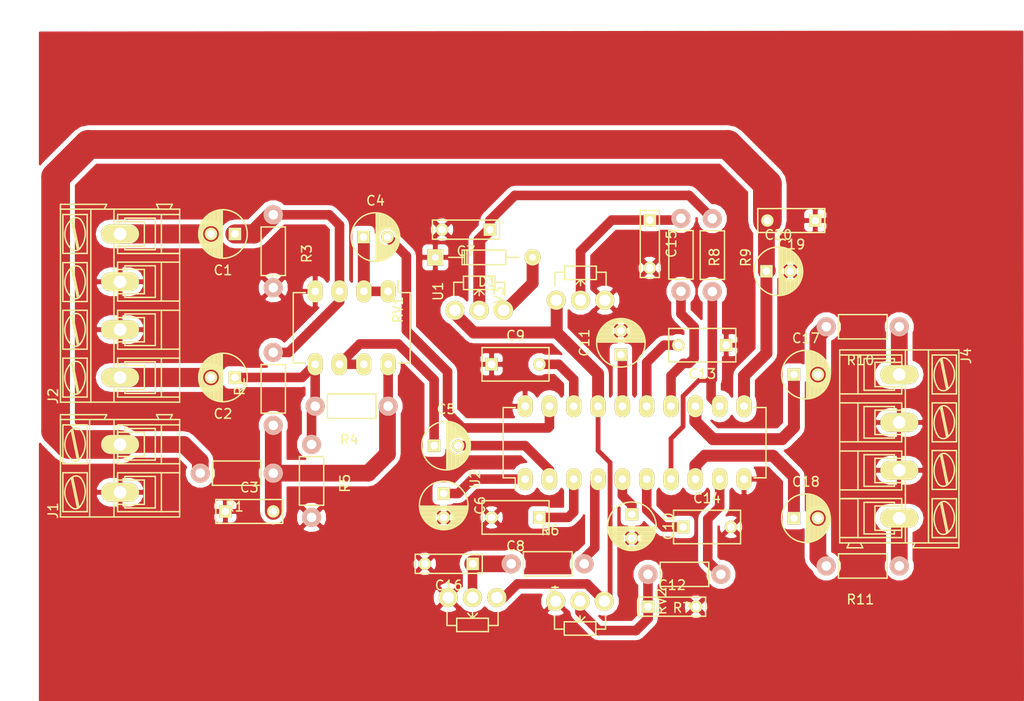
<source format=kicad_pcb>
(kicad_pcb (version 4) (host pcbnew 4.0.6)

  (general
    (links 80)
    (no_connects 0)
    (area 22.795884 24.75 260.975001 184.375001)
    (thickness 1.6)
    (drawings 2)
    (tracks 164)
    (zones 0)
    (modules 41)
    (nets 35)
  )

  (page A4)
  (layers
    (0 F.Cu signal)
    (31 B.Cu signal)
    (32 B.Adhes user)
    (33 F.Adhes user)
    (34 B.Paste user)
    (35 F.Paste user)
    (36 B.SilkS user)
    (37 F.SilkS user)
    (38 B.Mask user)
    (39 F.Mask user)
    (40 Dwgs.User user)
    (41 Cmts.User user)
    (42 Eco1.User user)
    (43 Eco2.User user)
    (44 Edge.Cuts user)
    (45 Margin user)
    (46 B.CrtYd user)
    (47 F.CrtYd user)
    (48 B.Fab user)
    (49 F.Fab user)
  )

  (setup
    (last_trace_width 3)
    (user_trace_width 0.5)
    (user_trace_width 0.75)
    (user_trace_width 1)
    (user_trace_width 1.25)
    (user_trace_width 1.75)
    (user_trace_width 2)
    (user_trace_width 2.5)
    (user_trace_width 3)
    (trace_clearance 0.2)
    (zone_clearance 0.508)
    (zone_45_only no)
    (trace_min 0.2)
    (segment_width 0.2)
    (edge_width 0.15)
    (via_size 0.6)
    (via_drill 0.4)
    (via_min_size 0.4)
    (via_min_drill 0.3)
    (uvia_size 0.3)
    (uvia_drill 0.1)
    (uvias_allowed no)
    (uvia_min_size 0.2)
    (uvia_min_drill 0.1)
    (pcb_text_width 0.3)
    (pcb_text_size 1.5 1.5)
    (mod_edge_width 0.15)
    (mod_text_size 1 1)
    (mod_text_width 0.15)
    (pad_size 1.524 1.524)
    (pad_drill 0.762)
    (pad_to_mask_clearance 0.2)
    (aux_axis_origin 0 0)
    (visible_elements FFFFFF7F)
    (pcbplotparams
      (layerselection 0x00000_00000001)
      (usegerberextensions false)
      (excludeedgelayer true)
      (linewidth 0.100000)
      (plotframeref false)
      (viasonmask false)
      (mode 1)
      (useauxorigin false)
      (hpglpennumber 1)
      (hpglpenspeed 20)
      (hpglpendiameter 15)
      (hpglpenoverlay 2)
      (psnegative false)
      (psa4output false)
      (plotreference true)
      (plotvalue true)
      (plotinvisibletext false)
      (padsonsilk false)
      (subtractmaskfromsilk false)
      (outputformat 4)
      (mirror false)
      (drillshape 1)
      (scaleselection 1)
      (outputdirectory ""))
  )

  (net 0 "")
  (net 1 "Net-(C1-Pad1)")
  (net 2 "Net-(C1-Pad2)")
  (net 3 "Net-(C2-Pad1)")
  (net 4 "Net-(C2-Pad2)")
  (net 5 GND)
  (net 6 "Net-(C6-Pad1)")
  (net 7 "Net-(C7-Pad1)")
  (net 8 "Net-(C8-Pad1)")
  (net 9 "Net-(C9-Pad2)")
  (net 10 "Net-(C10-Pad1)")
  (net 11 "Net-(C11-Pad1)")
  (net 12 "Net-(C12-Pad1)")
  (net 13 "Net-(C13-Pad2)")
  (net 14 "Net-(C14-Pad1)")
  (net 15 "Net-(C15-Pad1)")
  (net 16 "Net-(C16-Pad1)")
  (net 17 "Net-(C17-Pad1)")
  (net 18 "Net-(C17-Pad2)")
  (net 19 "Net-(C18-Pad1)")
  (net 20 "Net-(C18-Pad2)")
  (net 21 +12V)
  (net 22 "Net-(R6-Pad2)")
  (net 23 "Net-(R7-Pad1)")
  (net 24 "Net-(R8-Pad2)")
  (net 25 "Net-(J4-Pad1)")
  (net 26 "Net-(J4-Pad4)")
  (net 27 "Net-(D1-Pad2)")
  (net 28 "Net-(C4-Pad1)")
  (net 29 "Net-(C5-Pad1)")
  (net 30 "Net-(C4-Pad2)")
  (net 31 "Net-(C5-Pad2)")
  (net 32 "Net-(R9-Pad2)")
  (net 33 "Net-(RV1-Pad1)")
  (net 34 "Net-(C3-Pad2)")

  (net_class Default "To jest domyślna klasa połączeń."
    (clearance 0.2)
    (trace_width 0.25)
    (via_dia 0.6)
    (via_drill 0.4)
    (uvia_dia 0.3)
    (uvia_drill 0.1)
    (add_net +12V)
    (add_net GND)
    (add_net "Net-(C1-Pad1)")
    (add_net "Net-(C1-Pad2)")
    (add_net "Net-(C10-Pad1)")
    (add_net "Net-(C11-Pad1)")
    (add_net "Net-(C12-Pad1)")
    (add_net "Net-(C13-Pad2)")
    (add_net "Net-(C14-Pad1)")
    (add_net "Net-(C15-Pad1)")
    (add_net "Net-(C16-Pad1)")
    (add_net "Net-(C17-Pad1)")
    (add_net "Net-(C17-Pad2)")
    (add_net "Net-(C18-Pad1)")
    (add_net "Net-(C18-Pad2)")
    (add_net "Net-(C2-Pad1)")
    (add_net "Net-(C2-Pad2)")
    (add_net "Net-(C3-Pad2)")
    (add_net "Net-(C4-Pad1)")
    (add_net "Net-(C4-Pad2)")
    (add_net "Net-(C5-Pad1)")
    (add_net "Net-(C5-Pad2)")
    (add_net "Net-(C6-Pad1)")
    (add_net "Net-(C7-Pad1)")
    (add_net "Net-(C8-Pad1)")
    (add_net "Net-(C9-Pad2)")
    (add_net "Net-(D1-Pad2)")
    (add_net "Net-(J4-Pad1)")
    (add_net "Net-(J4-Pad4)")
    (add_net "Net-(R6-Pad2)")
    (add_net "Net-(R7-Pad1)")
    (add_net "Net-(R8-Pad2)")
    (add_net "Net-(R9-Pad2)")
    (add_net "Net-(RV1-Pad1)")
  )

  (module Capacitors_ThroughHole:C_Rect_L7_W2_P5 (layer F.Cu) (tedit 0) (tstamp 58F7C385)
    (at 76.925 138 180)
    (descr "Film Capacitor Length 7 x Width 2mm, Pitch 5mm")
    (tags Capacitor)
    (path /58F46FCF)
    (fp_text reference C16 (at 2.5 -2.25 180) (layer F.SilkS)
      (effects (font (size 1 1) (thickness 0.15)))
    )
    (fp_text value 100n (at 2.5 2.5 180) (layer F.Fab)
      (effects (font (size 1 1) (thickness 0.15)))
    )
    (fp_line (start -1.25 -1.25) (end 6.25 -1.25) (layer F.CrtYd) (width 0.05))
    (fp_line (start 6.25 -1.25) (end 6.25 1.25) (layer F.CrtYd) (width 0.05))
    (fp_line (start 6.25 1.25) (end -1.25 1.25) (layer F.CrtYd) (width 0.05))
    (fp_line (start -1.25 1.25) (end -1.25 -1.25) (layer F.CrtYd) (width 0.05))
    (fp_line (start -1 -1) (end 6 -1) (layer F.SilkS) (width 0.15))
    (fp_line (start 6 -1) (end 6 1) (layer F.SilkS) (width 0.15))
    (fp_line (start 6 1) (end -1 1) (layer F.SilkS) (width 0.15))
    (fp_line (start -1 1) (end -1 -1) (layer F.SilkS) (width 0.15))
    (pad 1 thru_hole rect (at 0 0 180) (size 1.3 1.3) (drill 0.8) (layers *.Cu *.Mask F.SilkS)
      (net 16 "Net-(C16-Pad1)"))
    (pad 2 thru_hole circle (at 5 0 180) (size 1.3 1.3) (drill 0.8) (layers *.Cu *.Mask F.SilkS)
      (net 5 GND))
    (model Capacitors_ThroughHole.3dshapes/C_Rect_L7_W2_P5.wrl
      (at (xyz 0.098425 0 0))
      (scale (xyz 1 1 1))
      (rotate (xyz 0 0 0))
    )
  )

  (module Resistors_ThroughHole:Resistor_Horizontal_RM7mm (layer F.Cu) (tedit 569FCF07) (tstamp 58F7C5B1)
    (at 80.95 138)
    (descr "Resistor, Axial,  RM 7.62mm, 1/3W,")
    (tags "Resistor Axial RM 7.62mm 1/3W R3")
    (path /58F47D60)
    (fp_text reference R6 (at 4.05892 -3.50012) (layer F.SilkS)
      (effects (font (size 1 1) (thickness 0.15)))
    )
    (fp_text value 47k (at 3.81 3.81) (layer F.Fab)
      (effects (font (size 1 1) (thickness 0.15)))
    )
    (fp_line (start -1.25 -1.5) (end 8.85 -1.5) (layer F.CrtYd) (width 0.05))
    (fp_line (start -1.25 1.5) (end -1.25 -1.5) (layer F.CrtYd) (width 0.05))
    (fp_line (start 8.85 -1.5) (end 8.85 1.5) (layer F.CrtYd) (width 0.05))
    (fp_line (start -1.25 1.5) (end 8.85 1.5) (layer F.CrtYd) (width 0.05))
    (fp_line (start 1.27 -1.27) (end 6.35 -1.27) (layer F.SilkS) (width 0.15))
    (fp_line (start 6.35 -1.27) (end 6.35 1.27) (layer F.SilkS) (width 0.15))
    (fp_line (start 6.35 1.27) (end 1.27 1.27) (layer F.SilkS) (width 0.15))
    (fp_line (start 1.27 1.27) (end 1.27 -1.27) (layer F.SilkS) (width 0.15))
    (pad 1 thru_hole circle (at 0 0) (size 1.99898 1.99898) (drill 1.00076) (layers *.Cu *.SilkS *.Mask)
      (net 16 "Net-(C16-Pad1)"))
    (pad 2 thru_hole circle (at 7.62 0) (size 1.99898 1.99898) (drill 1.00076) (layers *.Cu *.SilkS *.Mask)
      (net 22 "Net-(R6-Pad2)"))
  )

  (module Resistors_ThroughHole:Resistor_Horizontal_RM7mm (layer F.Cu) (tedit 569FCF07) (tstamp 58F7C5CD)
    (at 98.675 101.9 270)
    (descr "Resistor, Axial,  RM 7.62mm, 1/3W,")
    (tags "Resistor Axial RM 7.62mm 1/3W R3")
    (path /58F49C95)
    (fp_text reference R8 (at 4.05892 -3.50012 270) (layer F.SilkS)
      (effects (font (size 1 1) (thickness 0.15)))
    )
    (fp_text value 47k (at 3.81 3.81 270) (layer F.Fab)
      (effects (font (size 1 1) (thickness 0.15)))
    )
    (fp_line (start -1.25 -1.5) (end 8.85 -1.5) (layer F.CrtYd) (width 0.05))
    (fp_line (start -1.25 1.5) (end -1.25 -1.5) (layer F.CrtYd) (width 0.05))
    (fp_line (start 8.85 -1.5) (end 8.85 1.5) (layer F.CrtYd) (width 0.05))
    (fp_line (start -1.25 1.5) (end 8.85 1.5) (layer F.CrtYd) (width 0.05))
    (fp_line (start 1.27 -1.27) (end 6.35 -1.27) (layer F.SilkS) (width 0.15))
    (fp_line (start 6.35 -1.27) (end 6.35 1.27) (layer F.SilkS) (width 0.15))
    (fp_line (start 6.35 1.27) (end 1.27 1.27) (layer F.SilkS) (width 0.15))
    (fp_line (start 1.27 1.27) (end 1.27 -1.27) (layer F.SilkS) (width 0.15))
    (pad 1 thru_hole circle (at 0 0 270) (size 1.99898 1.99898) (drill 1.00076) (layers *.Cu *.SilkS *.Mask)
      (net 15 "Net-(C15-Pad1)"))
    (pad 2 thru_hole circle (at 7.62 0 270) (size 1.99898 1.99898) (drill 1.00076) (layers *.Cu *.SilkS *.Mask)
      (net 24 "Net-(R8-Pad2)"))
  )

  (module Capacitors_ThroughHole:C_Rect_L7_W2_P5 (layer F.Cu) (tedit 0) (tstamp 58F7C34D)
    (at 95.25 142.475)
    (descr "Film Capacitor Length 7 x Width 2mm, Pitch 5mm")
    (tags Capacitor)
    (path /58F46EC2)
    (fp_text reference C12 (at 2.5 -2.25) (layer F.SilkS)
      (effects (font (size 1 1) (thickness 0.15)))
    )
    (fp_text value 100n (at 2.5 2.5) (layer F.Fab)
      (effects (font (size 1 1) (thickness 0.15)))
    )
    (fp_line (start -1.25 -1.25) (end 6.25 -1.25) (layer F.CrtYd) (width 0.05))
    (fp_line (start 6.25 -1.25) (end 6.25 1.25) (layer F.CrtYd) (width 0.05))
    (fp_line (start 6.25 1.25) (end -1.25 1.25) (layer F.CrtYd) (width 0.05))
    (fp_line (start -1.25 1.25) (end -1.25 -1.25) (layer F.CrtYd) (width 0.05))
    (fp_line (start -1 -1) (end 6 -1) (layer F.SilkS) (width 0.15))
    (fp_line (start 6 -1) (end 6 1) (layer F.SilkS) (width 0.15))
    (fp_line (start 6 1) (end -1 1) (layer F.SilkS) (width 0.15))
    (fp_line (start -1 1) (end -1 -1) (layer F.SilkS) (width 0.15))
    (pad 1 thru_hole rect (at 0 0) (size 1.3 1.3) (drill 0.8) (layers *.Cu *.Mask F.SilkS)
      (net 12 "Net-(C12-Pad1)"))
    (pad 2 thru_hole circle (at 5 0) (size 1.3 1.3) (drill 0.8) (layers *.Cu *.Mask F.SilkS)
      (net 5 GND))
    (model Capacitors_ThroughHole.3dshapes/C_Rect_L7_W2_P5.wrl
      (at (xyz 0.098425 0 0))
      (scale (xyz 1 1 1))
      (rotate (xyz 0 0 0))
    )
  )

  (module Housings_DIP:DIP-20_W7.62mm_LongPads (layer F.Cu) (tedit 54130A77) (tstamp 58F7C699)
    (at 82.4 129.15 90)
    (descr "20-lead dip package, row spacing 7.62 mm (300 mils), longer pads")
    (tags "dil dip 2.54 300")
    (path /58F3FEE6)
    (fp_text reference U2 (at 0 -5.22 90) (layer F.SilkS)
      (effects (font (size 1 1) (thickness 0.15)))
    )
    (fp_text value LM1036 (at 0 -3.72 90) (layer F.Fab)
      (effects (font (size 1 1) (thickness 0.15)))
    )
    (fp_line (start -1.4 -2.45) (end -1.4 25.35) (layer F.CrtYd) (width 0.05))
    (fp_line (start 9 -2.45) (end 9 25.35) (layer F.CrtYd) (width 0.05))
    (fp_line (start -1.4 -2.45) (end 9 -2.45) (layer F.CrtYd) (width 0.05))
    (fp_line (start -1.4 25.35) (end 9 25.35) (layer F.CrtYd) (width 0.05))
    (fp_line (start 0.135 -2.295) (end 0.135 -1.025) (layer F.SilkS) (width 0.15))
    (fp_line (start 7.485 -2.295) (end 7.485 -1.025) (layer F.SilkS) (width 0.15))
    (fp_line (start 7.485 25.155) (end 7.485 23.885) (layer F.SilkS) (width 0.15))
    (fp_line (start 0.135 25.155) (end 0.135 23.885) (layer F.SilkS) (width 0.15))
    (fp_line (start 0.135 -2.295) (end 7.485 -2.295) (layer F.SilkS) (width 0.15))
    (fp_line (start 0.135 25.155) (end 7.485 25.155) (layer F.SilkS) (width 0.15))
    (fp_line (start 0.135 -1.025) (end -1.15 -1.025) (layer F.SilkS) (width 0.15))
    (pad 1 thru_hole oval (at 0 0 90) (size 2.3 1.6) (drill 0.8) (layers *.Cu *.Mask F.SilkS)
      (net 6 "Net-(C6-Pad1)"))
    (pad 2 thru_hole oval (at 0 2.54 90) (size 2.3 1.6) (drill 0.8) (layers *.Cu *.Mask F.SilkS)
      (net 31 "Net-(C5-Pad2)"))
    (pad 3 thru_hole oval (at 0 5.08 90) (size 2.3 1.6) (drill 0.8) (layers *.Cu *.Mask F.SilkS)
      (net 8 "Net-(C8-Pad1)"))
    (pad 4 thru_hole oval (at 0 7.62 90) (size 2.3 1.6) (drill 0.8) (layers *.Cu *.Mask F.SilkS)
      (net 22 "Net-(R6-Pad2)"))
    (pad 5 thru_hole oval (at 0 10.16 90) (size 2.3 1.6) (drill 0.8) (layers *.Cu *.Mask F.SilkS)
      (net 10 "Net-(C10-Pad1)"))
    (pad 6 thru_hole oval (at 0 12.7 90) (size 2.3 1.6) (drill 0.8) (layers *.Cu *.Mask F.SilkS)
      (net 14 "Net-(C14-Pad1)"))
    (pad 7 thru_hole oval (at 0 15.24 90) (size 2.3 1.6) (drill 0.8) (layers *.Cu *.Mask F.SilkS)
      (net 32 "Net-(R9-Pad2)"))
    (pad 8 thru_hole oval (at 0 17.78 90) (size 2.3 1.6) (drill 0.8) (layers *.Cu *.Mask F.SilkS)
      (net 19 "Net-(C18-Pad1)"))
    (pad 9 thru_hole oval (at 0 20.32 90) (size 2.3 1.6) (drill 0.8) (layers *.Cu *.Mask F.SilkS)
      (net 23 "Net-(R7-Pad1)"))
    (pad 10 thru_hole oval (at 0 22.86 90) (size 2.3 1.6) (drill 0.8) (layers *.Cu *.Mask F.SilkS)
      (net 5 GND))
    (pad 11 thru_hole oval (at 7.62 22.86 90) (size 2.3 1.6) (drill 0.8) (layers *.Cu *.Mask F.SilkS)
      (net 21 +12V))
    (pad 12 thru_hole oval (at 7.62 20.32 90) (size 2.3 1.6) (drill 0.8) (layers *.Cu *.Mask F.SilkS)
      (net 32 "Net-(R9-Pad2)"))
    (pad 13 thru_hole oval (at 7.62 17.78 90) (size 2.3 1.6) (drill 0.8) (layers *.Cu *.Mask F.SilkS)
      (net 17 "Net-(C17-Pad1)"))
    (pad 14 thru_hole oval (at 7.62 15.24 90) (size 2.3 1.6) (drill 0.8) (layers *.Cu *.Mask F.SilkS)
      (net 24 "Net-(R8-Pad2)"))
    (pad 15 thru_hole oval (at 7.62 12.7 90) (size 2.3 1.6) (drill 0.8) (layers *.Cu *.Mask F.SilkS)
      (net 13 "Net-(C13-Pad2)"))
    (pad 16 thru_hole oval (at 7.62 10.16 90) (size 2.3 1.6) (drill 0.8) (layers *.Cu *.Mask F.SilkS)
      (net 11 "Net-(C11-Pad1)"))
    (pad 17 thru_hole oval (at 7.62 7.62 90) (size 2.3 1.6) (drill 0.8) (layers *.Cu *.Mask F.SilkS)
      (net 33 "Net-(RV1-Pad1)"))
    (pad 18 thru_hole oval (at 7.62 5.08 90) (size 2.3 1.6) (drill 0.8) (layers *.Cu *.Mask F.SilkS)
      (net 9 "Net-(C9-Pad2)"))
    (pad 19 thru_hole oval (at 7.62 2.54 90) (size 2.3 1.6) (drill 0.8) (layers *.Cu *.Mask F.SilkS)
      (net 30 "Net-(C4-Pad2)"))
    (pad 20 thru_hole oval (at 7.62 0 90) (size 2.3 1.6) (drill 0.8) (layers *.Cu *.Mask F.SilkS)
      (net 5 GND))
    (model Housings_DIP.3dshapes/DIP-20_W7.62mm_LongPads.wrl
      (at (xyz 0 0 0))
      (scale (xyz 1 1 1))
      (rotate (xyz 0 0 0))
    )
  )

  (module Resistors_ThroughHole:Resistor_Horizontal_RM7mm (layer F.Cu) (tedit 569FCF07) (tstamp 58F7C5A3)
    (at 60.1 125.525 270)
    (descr "Resistor, Axial,  RM 7.62mm, 1/3W,")
    (tags "Resistor Axial RM 7.62mm 1/3W R3")
    (path /58F39589)
    (fp_text reference R5 (at 4.05892 -3.50012 270) (layer F.SilkS)
      (effects (font (size 1 1) (thickness 0.15)))
    )
    (fp_text value 100k (at 3.81 3.81 270) (layer F.Fab)
      (effects (font (size 1 1) (thickness 0.15)))
    )
    (fp_line (start -1.25 -1.5) (end 8.85 -1.5) (layer F.CrtYd) (width 0.05))
    (fp_line (start -1.25 1.5) (end -1.25 -1.5) (layer F.CrtYd) (width 0.05))
    (fp_line (start 8.85 -1.5) (end 8.85 1.5) (layer F.CrtYd) (width 0.05))
    (fp_line (start -1.25 1.5) (end 8.85 1.5) (layer F.CrtYd) (width 0.05))
    (fp_line (start 1.27 -1.27) (end 6.35 -1.27) (layer F.SilkS) (width 0.15))
    (fp_line (start 6.35 -1.27) (end 6.35 1.27) (layer F.SilkS) (width 0.15))
    (fp_line (start 6.35 1.27) (end 1.27 1.27) (layer F.SilkS) (width 0.15))
    (fp_line (start 1.27 1.27) (end 1.27 -1.27) (layer F.SilkS) (width 0.15))
    (pad 1 thru_hole circle (at 0 0 270) (size 1.99898 1.99898) (drill 1.00076) (layers *.Cu *.SilkS *.Mask)
      (net 3 "Net-(C2-Pad1)"))
    (pad 2 thru_hole circle (at 7.62 0 270) (size 1.99898 1.99898) (drill 1.00076) (layers *.Cu *.SilkS *.Mask)
      (net 5 GND))
  )

  (module Housings_DIP:DIP-8_W7.62mm_LongPads (layer F.Cu) (tedit 54130A77) (tstamp 58F7C676)
    (at 68.1 109.525 270)
    (descr "8-lead dip package, row spacing 7.62 mm (300 mils), longer pads")
    (tags "dil dip 2.54 300")
    (path /58F36E58)
    (fp_text reference U1 (at 0 -5.22 270) (layer F.SilkS)
      (effects (font (size 1 1) (thickness 0.15)))
    )
    (fp_text value LM358N (at 0 -3.72 270) (layer F.Fab)
      (effects (font (size 1 1) (thickness 0.15)))
    )
    (fp_line (start -1.4 -2.45) (end -1.4 10.1) (layer F.CrtYd) (width 0.05))
    (fp_line (start 9 -2.45) (end 9 10.1) (layer F.CrtYd) (width 0.05))
    (fp_line (start -1.4 -2.45) (end 9 -2.45) (layer F.CrtYd) (width 0.05))
    (fp_line (start -1.4 10.1) (end 9 10.1) (layer F.CrtYd) (width 0.05))
    (fp_line (start 0.135 -2.295) (end 0.135 -1.025) (layer F.SilkS) (width 0.15))
    (fp_line (start 7.485 -2.295) (end 7.485 -1.025) (layer F.SilkS) (width 0.15))
    (fp_line (start 7.485 9.915) (end 7.485 8.645) (layer F.SilkS) (width 0.15))
    (fp_line (start 0.135 9.915) (end 0.135 8.645) (layer F.SilkS) (width 0.15))
    (fp_line (start 0.135 -2.295) (end 7.485 -2.295) (layer F.SilkS) (width 0.15))
    (fp_line (start 0.135 9.915) (end 7.485 9.915) (layer F.SilkS) (width 0.15))
    (fp_line (start 0.135 -1.025) (end -1.15 -1.025) (layer F.SilkS) (width 0.15))
    (pad 1 thru_hole oval (at 0 0 270) (size 2.3 1.6) (drill 0.8) (layers *.Cu *.Mask F.SilkS)
      (net 28 "Net-(C4-Pad1)"))
    (pad 2 thru_hole oval (at 0 2.54 270) (size 2.3 1.6) (drill 0.8) (layers *.Cu *.Mask F.SilkS)
      (net 28 "Net-(C4-Pad1)"))
    (pad 3 thru_hole oval (at 0 5.08 270) (size 2.3 1.6) (drill 0.8) (layers *.Cu *.Mask F.SilkS)
      (net 1 "Net-(C1-Pad1)"))
    (pad 4 thru_hole oval (at 0 7.62 270) (size 2.3 1.6) (drill 0.8) (layers *.Cu *.Mask F.SilkS)
      (net 5 GND))
    (pad 5 thru_hole oval (at 7.62 7.62 270) (size 2.3 1.6) (drill 0.8) (layers *.Cu *.Mask F.SilkS)
      (net 3 "Net-(C2-Pad1)"))
    (pad 6 thru_hole oval (at 7.62 5.08 270) (size 2.3 1.6) (drill 0.8) (layers *.Cu *.Mask F.SilkS)
      (net 29 "Net-(C5-Pad1)"))
    (pad 7 thru_hole oval (at 7.62 2.54 270) (size 2.3 1.6) (drill 0.8) (layers *.Cu *.Mask F.SilkS)
      (net 29 "Net-(C5-Pad1)"))
    (pad 8 thru_hole oval (at 7.62 0 270) (size 2.3 1.6) (drill 0.8) (layers *.Cu *.Mask F.SilkS)
      (net 34 "Net-(C3-Pad2)"))
    (model Housings_DIP.3dshapes/DIP-8_W7.62mm_LongPads.wrl
      (at (xyz 0 0 0))
      (scale (xyz 1 1 1))
      (rotate (xyz 0 0 0))
    )
  )

  (module Capacitors_ThroughHole:C_Radial_D5_L11_P2.5 (layer F.Cu) (tedit 0) (tstamp 58F7C23F)
    (at 52.1 103.525 180)
    (descr "Radial Electrolytic Capacitor Diameter 5mm x Length 11mm, Pitch 2.5mm")
    (tags "Electrolytic Capacitor")
    (path /58F3800D)
    (fp_text reference C1 (at 1.25 -3.8 180) (layer F.SilkS)
      (effects (font (size 1 1) (thickness 0.15)))
    )
    (fp_text value 4.7uF (at 1.25 3.8 180) (layer F.Fab)
      (effects (font (size 1 1) (thickness 0.15)))
    )
    (fp_line (start 1.325 -2.499) (end 1.325 2.499) (layer F.SilkS) (width 0.15))
    (fp_line (start 1.465 -2.491) (end 1.465 2.491) (layer F.SilkS) (width 0.15))
    (fp_line (start 1.605 -2.475) (end 1.605 -0.095) (layer F.SilkS) (width 0.15))
    (fp_line (start 1.605 0.095) (end 1.605 2.475) (layer F.SilkS) (width 0.15))
    (fp_line (start 1.745 -2.451) (end 1.745 -0.49) (layer F.SilkS) (width 0.15))
    (fp_line (start 1.745 0.49) (end 1.745 2.451) (layer F.SilkS) (width 0.15))
    (fp_line (start 1.885 -2.418) (end 1.885 -0.657) (layer F.SilkS) (width 0.15))
    (fp_line (start 1.885 0.657) (end 1.885 2.418) (layer F.SilkS) (width 0.15))
    (fp_line (start 2.025 -2.377) (end 2.025 -0.764) (layer F.SilkS) (width 0.15))
    (fp_line (start 2.025 0.764) (end 2.025 2.377) (layer F.SilkS) (width 0.15))
    (fp_line (start 2.165 -2.327) (end 2.165 -0.835) (layer F.SilkS) (width 0.15))
    (fp_line (start 2.165 0.835) (end 2.165 2.327) (layer F.SilkS) (width 0.15))
    (fp_line (start 2.305 -2.266) (end 2.305 -0.879) (layer F.SilkS) (width 0.15))
    (fp_line (start 2.305 0.879) (end 2.305 2.266) (layer F.SilkS) (width 0.15))
    (fp_line (start 2.445 -2.196) (end 2.445 -0.898) (layer F.SilkS) (width 0.15))
    (fp_line (start 2.445 0.898) (end 2.445 2.196) (layer F.SilkS) (width 0.15))
    (fp_line (start 2.585 -2.114) (end 2.585 -0.896) (layer F.SilkS) (width 0.15))
    (fp_line (start 2.585 0.896) (end 2.585 2.114) (layer F.SilkS) (width 0.15))
    (fp_line (start 2.725 -2.019) (end 2.725 -0.871) (layer F.SilkS) (width 0.15))
    (fp_line (start 2.725 0.871) (end 2.725 2.019) (layer F.SilkS) (width 0.15))
    (fp_line (start 2.865 -1.908) (end 2.865 -0.823) (layer F.SilkS) (width 0.15))
    (fp_line (start 2.865 0.823) (end 2.865 1.908) (layer F.SilkS) (width 0.15))
    (fp_line (start 3.005 -1.78) (end 3.005 -0.745) (layer F.SilkS) (width 0.15))
    (fp_line (start 3.005 0.745) (end 3.005 1.78) (layer F.SilkS) (width 0.15))
    (fp_line (start 3.145 -1.631) (end 3.145 -0.628) (layer F.SilkS) (width 0.15))
    (fp_line (start 3.145 0.628) (end 3.145 1.631) (layer F.SilkS) (width 0.15))
    (fp_line (start 3.285 -1.452) (end 3.285 -0.44) (layer F.SilkS) (width 0.15))
    (fp_line (start 3.285 0.44) (end 3.285 1.452) (layer F.SilkS) (width 0.15))
    (fp_line (start 3.425 -1.233) (end 3.425 1.233) (layer F.SilkS) (width 0.15))
    (fp_line (start 3.565 -0.944) (end 3.565 0.944) (layer F.SilkS) (width 0.15))
    (fp_line (start 3.705 -0.472) (end 3.705 0.472) (layer F.SilkS) (width 0.15))
    (fp_circle (center 2.5 0) (end 2.5 -0.9) (layer F.SilkS) (width 0.15))
    (fp_circle (center 1.25 0) (end 1.25 -2.5375) (layer F.SilkS) (width 0.15))
    (fp_circle (center 1.25 0) (end 1.25 -2.8) (layer F.CrtYd) (width 0.05))
    (pad 1 thru_hole rect (at 0 0 180) (size 1.3 1.3) (drill 0.8) (layers *.Cu *.Mask F.SilkS)
      (net 1 "Net-(C1-Pad1)"))
    (pad 2 thru_hole circle (at 2.5 0 180) (size 1.3 1.3) (drill 0.8) (layers *.Cu *.Mask F.SilkS)
      (net 2 "Net-(C1-Pad2)"))
    (model Capacitors_ThroughHole.3dshapes/C_Radial_D5_L11_P2.5.wrl
      (at (xyz 0.049213 0 0))
      (scale (xyz 1 1 1))
      (rotate (xyz 0 0 90))
    )
  )

  (module Capacitors_ThroughHole:C_Radial_D5_L11_P2.5 (layer F.Cu) (tedit 0) (tstamp 58F7C267)
    (at 52.1 118.525 180)
    (descr "Radial Electrolytic Capacitor Diameter 5mm x Length 11mm, Pitch 2.5mm")
    (tags "Electrolytic Capacitor")
    (path /58F381DB)
    (fp_text reference C2 (at 1.25 -3.8 180) (layer F.SilkS)
      (effects (font (size 1 1) (thickness 0.15)))
    )
    (fp_text value 4.7uF (at 1.25 3.8 180) (layer F.Fab)
      (effects (font (size 1 1) (thickness 0.15)))
    )
    (fp_line (start 1.325 -2.499) (end 1.325 2.499) (layer F.SilkS) (width 0.15))
    (fp_line (start 1.465 -2.491) (end 1.465 2.491) (layer F.SilkS) (width 0.15))
    (fp_line (start 1.605 -2.475) (end 1.605 -0.095) (layer F.SilkS) (width 0.15))
    (fp_line (start 1.605 0.095) (end 1.605 2.475) (layer F.SilkS) (width 0.15))
    (fp_line (start 1.745 -2.451) (end 1.745 -0.49) (layer F.SilkS) (width 0.15))
    (fp_line (start 1.745 0.49) (end 1.745 2.451) (layer F.SilkS) (width 0.15))
    (fp_line (start 1.885 -2.418) (end 1.885 -0.657) (layer F.SilkS) (width 0.15))
    (fp_line (start 1.885 0.657) (end 1.885 2.418) (layer F.SilkS) (width 0.15))
    (fp_line (start 2.025 -2.377) (end 2.025 -0.764) (layer F.SilkS) (width 0.15))
    (fp_line (start 2.025 0.764) (end 2.025 2.377) (layer F.SilkS) (width 0.15))
    (fp_line (start 2.165 -2.327) (end 2.165 -0.835) (layer F.SilkS) (width 0.15))
    (fp_line (start 2.165 0.835) (end 2.165 2.327) (layer F.SilkS) (width 0.15))
    (fp_line (start 2.305 -2.266) (end 2.305 -0.879) (layer F.SilkS) (width 0.15))
    (fp_line (start 2.305 0.879) (end 2.305 2.266) (layer F.SilkS) (width 0.15))
    (fp_line (start 2.445 -2.196) (end 2.445 -0.898) (layer F.SilkS) (width 0.15))
    (fp_line (start 2.445 0.898) (end 2.445 2.196) (layer F.SilkS) (width 0.15))
    (fp_line (start 2.585 -2.114) (end 2.585 -0.896) (layer F.SilkS) (width 0.15))
    (fp_line (start 2.585 0.896) (end 2.585 2.114) (layer F.SilkS) (width 0.15))
    (fp_line (start 2.725 -2.019) (end 2.725 -0.871) (layer F.SilkS) (width 0.15))
    (fp_line (start 2.725 0.871) (end 2.725 2.019) (layer F.SilkS) (width 0.15))
    (fp_line (start 2.865 -1.908) (end 2.865 -0.823) (layer F.SilkS) (width 0.15))
    (fp_line (start 2.865 0.823) (end 2.865 1.908) (layer F.SilkS) (width 0.15))
    (fp_line (start 3.005 -1.78) (end 3.005 -0.745) (layer F.SilkS) (width 0.15))
    (fp_line (start 3.005 0.745) (end 3.005 1.78) (layer F.SilkS) (width 0.15))
    (fp_line (start 3.145 -1.631) (end 3.145 -0.628) (layer F.SilkS) (width 0.15))
    (fp_line (start 3.145 0.628) (end 3.145 1.631) (layer F.SilkS) (width 0.15))
    (fp_line (start 3.285 -1.452) (end 3.285 -0.44) (layer F.SilkS) (width 0.15))
    (fp_line (start 3.285 0.44) (end 3.285 1.452) (layer F.SilkS) (width 0.15))
    (fp_line (start 3.425 -1.233) (end 3.425 1.233) (layer F.SilkS) (width 0.15))
    (fp_line (start 3.565 -0.944) (end 3.565 0.944) (layer F.SilkS) (width 0.15))
    (fp_line (start 3.705 -0.472) (end 3.705 0.472) (layer F.SilkS) (width 0.15))
    (fp_circle (center 2.5 0) (end 2.5 -0.9) (layer F.SilkS) (width 0.15))
    (fp_circle (center 1.25 0) (end 1.25 -2.5375) (layer F.SilkS) (width 0.15))
    (fp_circle (center 1.25 0) (end 1.25 -2.8) (layer F.CrtYd) (width 0.05))
    (pad 1 thru_hole rect (at 0 0 180) (size 1.3 1.3) (drill 0.8) (layers *.Cu *.Mask F.SilkS)
      (net 3 "Net-(C2-Pad1)"))
    (pad 2 thru_hole circle (at 2.5 0 180) (size 1.3 1.3) (drill 0.8) (layers *.Cu *.Mask F.SilkS)
      (net 4 "Net-(C2-Pad2)"))
    (model Capacitors_ThroughHole.3dshapes/C_Radial_D5_L11_P2.5.wrl
      (at (xyz 0.049213 0 0))
      (scale (xyz 1 1 1))
      (rotate (xyz 0 0 90))
    )
  )

  (module Capacitors_ThroughHole:C_Rect_L7_W2.5_P5 (layer F.Cu) (tedit 0) (tstamp 58F7C275)
    (at 51.1 132.525)
    (descr "Film Capacitor Length 7mm x Width 2.5mm, Pitch 5mm")
    (tags Capacitor)
    (path /58F3BEC1)
    (fp_text reference C3 (at 2.5 -2.5) (layer F.SilkS)
      (effects (font (size 1 1) (thickness 0.15)))
    )
    (fp_text value 100nF (at 2.5 2.5) (layer F.Fab)
      (effects (font (size 1 1) (thickness 0.15)))
    )
    (fp_line (start -1.25 -1.5) (end 6.25 -1.5) (layer F.CrtYd) (width 0.05))
    (fp_line (start 6.25 -1.5) (end 6.25 1.5) (layer F.CrtYd) (width 0.05))
    (fp_line (start 6.25 1.5) (end -1.25 1.5) (layer F.CrtYd) (width 0.05))
    (fp_line (start -1.25 1.5) (end -1.25 -1.5) (layer F.CrtYd) (width 0.05))
    (fp_line (start -1 -1.25) (end 6 -1.25) (layer F.SilkS) (width 0.15))
    (fp_line (start 6 -1.25) (end 6 1.25) (layer F.SilkS) (width 0.15))
    (fp_line (start 6 1.25) (end -1 1.25) (layer F.SilkS) (width 0.15))
    (fp_line (start -1 1.25) (end -1 -1.25) (layer F.SilkS) (width 0.15))
    (pad 1 thru_hole rect (at 0 0) (size 1.3 1.3) (drill 0.8) (layers *.Cu *.Mask F.SilkS)
      (net 5 GND))
    (pad 2 thru_hole circle (at 5 0) (size 1.3 1.3) (drill 0.8) (layers *.Cu *.Mask F.SilkS)
      (net 34 "Net-(C3-Pad2)"))
  )

  (module Capacitors_ThroughHole:C_Radial_D5_L11_P2.5 (layer F.Cu) (tedit 0) (tstamp 58F7C29D)
    (at 65.525 103.85)
    (descr "Radial Electrolytic Capacitor Diameter 5mm x Length 11mm, Pitch 2.5mm")
    (tags "Electrolytic Capacitor")
    (path /58F3872A)
    (fp_text reference C4 (at 1.25 -3.8) (layer F.SilkS)
      (effects (font (size 1 1) (thickness 0.15)))
    )
    (fp_text value 4u7 (at 1.25 3.8) (layer F.Fab)
      (effects (font (size 1 1) (thickness 0.15)))
    )
    (fp_line (start 1.325 -2.499) (end 1.325 2.499) (layer F.SilkS) (width 0.15))
    (fp_line (start 1.465 -2.491) (end 1.465 2.491) (layer F.SilkS) (width 0.15))
    (fp_line (start 1.605 -2.475) (end 1.605 -0.095) (layer F.SilkS) (width 0.15))
    (fp_line (start 1.605 0.095) (end 1.605 2.475) (layer F.SilkS) (width 0.15))
    (fp_line (start 1.745 -2.451) (end 1.745 -0.49) (layer F.SilkS) (width 0.15))
    (fp_line (start 1.745 0.49) (end 1.745 2.451) (layer F.SilkS) (width 0.15))
    (fp_line (start 1.885 -2.418) (end 1.885 -0.657) (layer F.SilkS) (width 0.15))
    (fp_line (start 1.885 0.657) (end 1.885 2.418) (layer F.SilkS) (width 0.15))
    (fp_line (start 2.025 -2.377) (end 2.025 -0.764) (layer F.SilkS) (width 0.15))
    (fp_line (start 2.025 0.764) (end 2.025 2.377) (layer F.SilkS) (width 0.15))
    (fp_line (start 2.165 -2.327) (end 2.165 -0.835) (layer F.SilkS) (width 0.15))
    (fp_line (start 2.165 0.835) (end 2.165 2.327) (layer F.SilkS) (width 0.15))
    (fp_line (start 2.305 -2.266) (end 2.305 -0.879) (layer F.SilkS) (width 0.15))
    (fp_line (start 2.305 0.879) (end 2.305 2.266) (layer F.SilkS) (width 0.15))
    (fp_line (start 2.445 -2.196) (end 2.445 -0.898) (layer F.SilkS) (width 0.15))
    (fp_line (start 2.445 0.898) (end 2.445 2.196) (layer F.SilkS) (width 0.15))
    (fp_line (start 2.585 -2.114) (end 2.585 -0.896) (layer F.SilkS) (width 0.15))
    (fp_line (start 2.585 0.896) (end 2.585 2.114) (layer F.SilkS) (width 0.15))
    (fp_line (start 2.725 -2.019) (end 2.725 -0.871) (layer F.SilkS) (width 0.15))
    (fp_line (start 2.725 0.871) (end 2.725 2.019) (layer F.SilkS) (width 0.15))
    (fp_line (start 2.865 -1.908) (end 2.865 -0.823) (layer F.SilkS) (width 0.15))
    (fp_line (start 2.865 0.823) (end 2.865 1.908) (layer F.SilkS) (width 0.15))
    (fp_line (start 3.005 -1.78) (end 3.005 -0.745) (layer F.SilkS) (width 0.15))
    (fp_line (start 3.005 0.745) (end 3.005 1.78) (layer F.SilkS) (width 0.15))
    (fp_line (start 3.145 -1.631) (end 3.145 -0.628) (layer F.SilkS) (width 0.15))
    (fp_line (start 3.145 0.628) (end 3.145 1.631) (layer F.SilkS) (width 0.15))
    (fp_line (start 3.285 -1.452) (end 3.285 -0.44) (layer F.SilkS) (width 0.15))
    (fp_line (start 3.285 0.44) (end 3.285 1.452) (layer F.SilkS) (width 0.15))
    (fp_line (start 3.425 -1.233) (end 3.425 1.233) (layer F.SilkS) (width 0.15))
    (fp_line (start 3.565 -0.944) (end 3.565 0.944) (layer F.SilkS) (width 0.15))
    (fp_line (start 3.705 -0.472) (end 3.705 0.472) (layer F.SilkS) (width 0.15))
    (fp_circle (center 2.5 0) (end 2.5 -0.9) (layer F.SilkS) (width 0.15))
    (fp_circle (center 1.25 0) (end 1.25 -2.5375) (layer F.SilkS) (width 0.15))
    (fp_circle (center 1.25 0) (end 1.25 -2.8) (layer F.CrtYd) (width 0.05))
    (pad 1 thru_hole rect (at 0 0) (size 1.3 1.3) (drill 0.8) (layers *.Cu *.Mask F.SilkS)
      (net 28 "Net-(C4-Pad1)"))
    (pad 2 thru_hole circle (at 2.5 0) (size 1.3 1.3) (drill 0.8) (layers *.Cu *.Mask F.SilkS)
      (net 30 "Net-(C4-Pad2)"))
    (model Capacitors_ThroughHole.3dshapes/C_Radial_D5_L11_P2.5.wrl
      (at (xyz 0.049213 0 0))
      (scale (xyz 1 1 1))
      (rotate (xyz 0 0 90))
    )
  )

  (module Capacitors_ThroughHole:C_Radial_D5_L11_P2.5 (layer F.Cu) (tedit 0) (tstamp 58F7C2C5)
    (at 73.9 130.65 270)
    (descr "Radial Electrolytic Capacitor Diameter 5mm x Length 11mm, Pitch 2.5mm")
    (tags "Electrolytic Capacitor")
    (path /58F3CFC3)
    (fp_text reference C6 (at 1.25 -3.8 270) (layer F.SilkS)
      (effects (font (size 1 1) (thickness 0.15)))
    )
    (fp_text value 47uF (at 1.25 3.8 270) (layer F.Fab)
      (effects (font (size 1 1) (thickness 0.15)))
    )
    (fp_line (start 1.325 -2.499) (end 1.325 2.499) (layer F.SilkS) (width 0.15))
    (fp_line (start 1.465 -2.491) (end 1.465 2.491) (layer F.SilkS) (width 0.15))
    (fp_line (start 1.605 -2.475) (end 1.605 -0.095) (layer F.SilkS) (width 0.15))
    (fp_line (start 1.605 0.095) (end 1.605 2.475) (layer F.SilkS) (width 0.15))
    (fp_line (start 1.745 -2.451) (end 1.745 -0.49) (layer F.SilkS) (width 0.15))
    (fp_line (start 1.745 0.49) (end 1.745 2.451) (layer F.SilkS) (width 0.15))
    (fp_line (start 1.885 -2.418) (end 1.885 -0.657) (layer F.SilkS) (width 0.15))
    (fp_line (start 1.885 0.657) (end 1.885 2.418) (layer F.SilkS) (width 0.15))
    (fp_line (start 2.025 -2.377) (end 2.025 -0.764) (layer F.SilkS) (width 0.15))
    (fp_line (start 2.025 0.764) (end 2.025 2.377) (layer F.SilkS) (width 0.15))
    (fp_line (start 2.165 -2.327) (end 2.165 -0.835) (layer F.SilkS) (width 0.15))
    (fp_line (start 2.165 0.835) (end 2.165 2.327) (layer F.SilkS) (width 0.15))
    (fp_line (start 2.305 -2.266) (end 2.305 -0.879) (layer F.SilkS) (width 0.15))
    (fp_line (start 2.305 0.879) (end 2.305 2.266) (layer F.SilkS) (width 0.15))
    (fp_line (start 2.445 -2.196) (end 2.445 -0.898) (layer F.SilkS) (width 0.15))
    (fp_line (start 2.445 0.898) (end 2.445 2.196) (layer F.SilkS) (width 0.15))
    (fp_line (start 2.585 -2.114) (end 2.585 -0.896) (layer F.SilkS) (width 0.15))
    (fp_line (start 2.585 0.896) (end 2.585 2.114) (layer F.SilkS) (width 0.15))
    (fp_line (start 2.725 -2.019) (end 2.725 -0.871) (layer F.SilkS) (width 0.15))
    (fp_line (start 2.725 0.871) (end 2.725 2.019) (layer F.SilkS) (width 0.15))
    (fp_line (start 2.865 -1.908) (end 2.865 -0.823) (layer F.SilkS) (width 0.15))
    (fp_line (start 2.865 0.823) (end 2.865 1.908) (layer F.SilkS) (width 0.15))
    (fp_line (start 3.005 -1.78) (end 3.005 -0.745) (layer F.SilkS) (width 0.15))
    (fp_line (start 3.005 0.745) (end 3.005 1.78) (layer F.SilkS) (width 0.15))
    (fp_line (start 3.145 -1.631) (end 3.145 -0.628) (layer F.SilkS) (width 0.15))
    (fp_line (start 3.145 0.628) (end 3.145 1.631) (layer F.SilkS) (width 0.15))
    (fp_line (start 3.285 -1.452) (end 3.285 -0.44) (layer F.SilkS) (width 0.15))
    (fp_line (start 3.285 0.44) (end 3.285 1.452) (layer F.SilkS) (width 0.15))
    (fp_line (start 3.425 -1.233) (end 3.425 1.233) (layer F.SilkS) (width 0.15))
    (fp_line (start 3.565 -0.944) (end 3.565 0.944) (layer F.SilkS) (width 0.15))
    (fp_line (start 3.705 -0.472) (end 3.705 0.472) (layer F.SilkS) (width 0.15))
    (fp_circle (center 2.5 0) (end 2.5 -0.9) (layer F.SilkS) (width 0.15))
    (fp_circle (center 1.25 0) (end 1.25 -2.5375) (layer F.SilkS) (width 0.15))
    (fp_circle (center 1.25 0) (end 1.25 -2.8) (layer F.CrtYd) (width 0.05))
    (pad 1 thru_hole rect (at 0 0 270) (size 1.3 1.3) (drill 0.8) (layers *.Cu *.Mask F.SilkS)
      (net 6 "Net-(C6-Pad1)"))
    (pad 2 thru_hole circle (at 2.5 0 270) (size 1.3 1.3) (drill 0.8) (layers *.Cu *.Mask F.SilkS)
      (net 5 GND))
    (model Capacitors_ThroughHole.3dshapes/C_Radial_D5_L11_P2.5.wrl
      (at (xyz 0.049213 0 0))
      (scale (xyz 1 1 1))
      (rotate (xyz 0 0 90))
    )
  )

  (module Capacitors_ThroughHole:C_Rect_L7_W2_P5 (layer F.Cu) (tedit 0) (tstamp 58F7C2D3)
    (at 78.725 103.075 180)
    (descr "Film Capacitor Length 7 x Width 2mm, Pitch 5mm")
    (tags Capacitor)
    (path /58F46E41)
    (fp_text reference C7 (at 2.5 -2.25 180) (layer F.SilkS)
      (effects (font (size 1 1) (thickness 0.15)))
    )
    (fp_text value C (at 2.5 2.5 180) (layer F.Fab)
      (effects (font (size 1 1) (thickness 0.15)))
    )
    (fp_line (start -1.25 -1.25) (end 6.25 -1.25) (layer F.CrtYd) (width 0.05))
    (fp_line (start 6.25 -1.25) (end 6.25 1.25) (layer F.CrtYd) (width 0.05))
    (fp_line (start 6.25 1.25) (end -1.25 1.25) (layer F.CrtYd) (width 0.05))
    (fp_line (start -1.25 1.25) (end -1.25 -1.25) (layer F.CrtYd) (width 0.05))
    (fp_line (start -1 -1) (end 6 -1) (layer F.SilkS) (width 0.15))
    (fp_line (start 6 -1) (end 6 1) (layer F.SilkS) (width 0.15))
    (fp_line (start 6 1) (end -1 1) (layer F.SilkS) (width 0.15))
    (fp_line (start -1 1) (end -1 -1) (layer F.SilkS) (width 0.15))
    (pad 1 thru_hole rect (at 0 0 180) (size 1.3 1.3) (drill 0.8) (layers *.Cu *.Mask F.SilkS)
      (net 7 "Net-(C7-Pad1)"))
    (pad 2 thru_hole circle (at 5 0 180) (size 1.3 1.3) (drill 0.8) (layers *.Cu *.Mask F.SilkS)
      (net 5 GND))
    (model Capacitors_ThroughHole.3dshapes/C_Rect_L7_W2_P5.wrl
      (at (xyz 0.098425 0 0))
      (scale (xyz 1 1 1))
      (rotate (xyz 0 0 0))
    )
  )

  (module Capacitors_ThroughHole:C_Rect_L7_W3.5_P5 (layer F.Cu) (tedit 0) (tstamp 58F7C2E1)
    (at 83.9 133.15 180)
    (descr "Film Capacitor Length 7mm x Width 3.5mm, Pitch 5mm")
    (tags Capacitor)
    (path /58F3D024)
    (fp_text reference C8 (at 2.5 -3 180) (layer F.SilkS)
      (effects (font (size 1 1) (thickness 0.15)))
    )
    (fp_text value "10nF foil" (at 2.5 3 180) (layer F.Fab)
      (effects (font (size 1 1) (thickness 0.15)))
    )
    (fp_line (start -1.25 -2) (end 6.25 -2) (layer F.CrtYd) (width 0.05))
    (fp_line (start 6.25 -2) (end 6.25 2) (layer F.CrtYd) (width 0.05))
    (fp_line (start 6.25 2) (end -1.25 2) (layer F.CrtYd) (width 0.05))
    (fp_line (start -1.25 2) (end -1.25 -2) (layer F.CrtYd) (width 0.05))
    (fp_line (start -1 -1.75) (end 6 -1.75) (layer F.SilkS) (width 0.15))
    (fp_line (start 6 -1.75) (end 6 1.75) (layer F.SilkS) (width 0.15))
    (fp_line (start 6 1.75) (end -1 1.75) (layer F.SilkS) (width 0.15))
    (fp_line (start -1 1.75) (end -1 -1.75) (layer F.SilkS) (width 0.15))
    (pad 1 thru_hole rect (at 0 0 180) (size 1.3 1.3) (drill 0.8) (layers *.Cu *.Mask F.SilkS)
      (net 8 "Net-(C8-Pad1)"))
    (pad 2 thru_hole circle (at 5 0 180) (size 1.3 1.3) (drill 0.8) (layers *.Cu *.Mask F.SilkS)
      (net 5 GND))
  )

  (module Capacitors_ThroughHole:C_Rect_L7_W3.5_P5 (layer F.Cu) (tedit 0) (tstamp 58F7C2EF)
    (at 78.9 117.15)
    (descr "Film Capacitor Length 7mm x Width 3.5mm, Pitch 5mm")
    (tags Capacitor)
    (path /58F3D59A)
    (fp_text reference C9 (at 2.5 -3) (layer F.SilkS)
      (effects (font (size 1 1) (thickness 0.15)))
    )
    (fp_text value "10nF foil" (at 2.5 3) (layer F.Fab)
      (effects (font (size 1 1) (thickness 0.15)))
    )
    (fp_line (start -1.25 -2) (end 6.25 -2) (layer F.CrtYd) (width 0.05))
    (fp_line (start 6.25 -2) (end 6.25 2) (layer F.CrtYd) (width 0.05))
    (fp_line (start 6.25 2) (end -1.25 2) (layer F.CrtYd) (width 0.05))
    (fp_line (start -1.25 2) (end -1.25 -2) (layer F.CrtYd) (width 0.05))
    (fp_line (start -1 -1.75) (end 6 -1.75) (layer F.SilkS) (width 0.15))
    (fp_line (start 6 -1.75) (end 6 1.75) (layer F.SilkS) (width 0.15))
    (fp_line (start 6 1.75) (end -1 1.75) (layer F.SilkS) (width 0.15))
    (fp_line (start -1 1.75) (end -1 -1.75) (layer F.SilkS) (width 0.15))
    (pad 1 thru_hole rect (at 0 0) (size 1.3 1.3) (drill 0.8) (layers *.Cu *.Mask F.SilkS)
      (net 5 GND))
    (pad 2 thru_hole circle (at 5 0) (size 1.3 1.3) (drill 0.8) (layers *.Cu *.Mask F.SilkS)
      (net 9 "Net-(C9-Pad2)"))
  )

  (module Capacitors_ThroughHole:C_Radial_D5_L11_P2.5 (layer F.Cu) (tedit 0) (tstamp 58F7C317)
    (at 93.55 132.825 270)
    (descr "Radial Electrolytic Capacitor Diameter 5mm x Length 11mm, Pitch 2.5mm")
    (tags "Electrolytic Capacitor")
    (path /58F3D55A)
    (fp_text reference C10 (at 1.25 -3.8 270) (layer F.SilkS)
      (effects (font (size 1 1) (thickness 0.15)))
    )
    (fp_text value 10uF (at 1.25 3.8 270) (layer F.Fab)
      (effects (font (size 1 1) (thickness 0.15)))
    )
    (fp_line (start 1.325 -2.499) (end 1.325 2.499) (layer F.SilkS) (width 0.15))
    (fp_line (start 1.465 -2.491) (end 1.465 2.491) (layer F.SilkS) (width 0.15))
    (fp_line (start 1.605 -2.475) (end 1.605 -0.095) (layer F.SilkS) (width 0.15))
    (fp_line (start 1.605 0.095) (end 1.605 2.475) (layer F.SilkS) (width 0.15))
    (fp_line (start 1.745 -2.451) (end 1.745 -0.49) (layer F.SilkS) (width 0.15))
    (fp_line (start 1.745 0.49) (end 1.745 2.451) (layer F.SilkS) (width 0.15))
    (fp_line (start 1.885 -2.418) (end 1.885 -0.657) (layer F.SilkS) (width 0.15))
    (fp_line (start 1.885 0.657) (end 1.885 2.418) (layer F.SilkS) (width 0.15))
    (fp_line (start 2.025 -2.377) (end 2.025 -0.764) (layer F.SilkS) (width 0.15))
    (fp_line (start 2.025 0.764) (end 2.025 2.377) (layer F.SilkS) (width 0.15))
    (fp_line (start 2.165 -2.327) (end 2.165 -0.835) (layer F.SilkS) (width 0.15))
    (fp_line (start 2.165 0.835) (end 2.165 2.327) (layer F.SilkS) (width 0.15))
    (fp_line (start 2.305 -2.266) (end 2.305 -0.879) (layer F.SilkS) (width 0.15))
    (fp_line (start 2.305 0.879) (end 2.305 2.266) (layer F.SilkS) (width 0.15))
    (fp_line (start 2.445 -2.196) (end 2.445 -0.898) (layer F.SilkS) (width 0.15))
    (fp_line (start 2.445 0.898) (end 2.445 2.196) (layer F.SilkS) (width 0.15))
    (fp_line (start 2.585 -2.114) (end 2.585 -0.896) (layer F.SilkS) (width 0.15))
    (fp_line (start 2.585 0.896) (end 2.585 2.114) (layer F.SilkS) (width 0.15))
    (fp_line (start 2.725 -2.019) (end 2.725 -0.871) (layer F.SilkS) (width 0.15))
    (fp_line (start 2.725 0.871) (end 2.725 2.019) (layer F.SilkS) (width 0.15))
    (fp_line (start 2.865 -1.908) (end 2.865 -0.823) (layer F.SilkS) (width 0.15))
    (fp_line (start 2.865 0.823) (end 2.865 1.908) (layer F.SilkS) (width 0.15))
    (fp_line (start 3.005 -1.78) (end 3.005 -0.745) (layer F.SilkS) (width 0.15))
    (fp_line (start 3.005 0.745) (end 3.005 1.78) (layer F.SilkS) (width 0.15))
    (fp_line (start 3.145 -1.631) (end 3.145 -0.628) (layer F.SilkS) (width 0.15))
    (fp_line (start 3.145 0.628) (end 3.145 1.631) (layer F.SilkS) (width 0.15))
    (fp_line (start 3.285 -1.452) (end 3.285 -0.44) (layer F.SilkS) (width 0.15))
    (fp_line (start 3.285 0.44) (end 3.285 1.452) (layer F.SilkS) (width 0.15))
    (fp_line (start 3.425 -1.233) (end 3.425 1.233) (layer F.SilkS) (width 0.15))
    (fp_line (start 3.565 -0.944) (end 3.565 0.944) (layer F.SilkS) (width 0.15))
    (fp_line (start 3.705 -0.472) (end 3.705 0.472) (layer F.SilkS) (width 0.15))
    (fp_circle (center 2.5 0) (end 2.5 -0.9) (layer F.SilkS) (width 0.15))
    (fp_circle (center 1.25 0) (end 1.25 -2.5375) (layer F.SilkS) (width 0.15))
    (fp_circle (center 1.25 0) (end 1.25 -2.8) (layer F.CrtYd) (width 0.05))
    (pad 1 thru_hole rect (at 0 0 270) (size 1.3 1.3) (drill 0.8) (layers *.Cu *.Mask F.SilkS)
      (net 10 "Net-(C10-Pad1)"))
    (pad 2 thru_hole circle (at 2.5 0 270) (size 1.3 1.3) (drill 0.8) (layers *.Cu *.Mask F.SilkS)
      (net 5 GND))
    (model Capacitors_ThroughHole.3dshapes/C_Radial_D5_L11_P2.5.wrl
      (at (xyz 0.049213 0 0))
      (scale (xyz 1 1 1))
      (rotate (xyz 0 0 90))
    )
  )

  (module Capacitors_ThroughHole:C_Radial_D5_L11_P2.5 (layer F.Cu) (tedit 0) (tstamp 58F7C33F)
    (at 92.4 116.15 90)
    (descr "Radial Electrolytic Capacitor Diameter 5mm x Length 11mm, Pitch 2.5mm")
    (tags "Electrolytic Capacitor")
    (path /58F3D5FD)
    (fp_text reference C11 (at 1.25 -3.8 90) (layer F.SilkS)
      (effects (font (size 1 1) (thickness 0.15)))
    )
    (fp_text value 10uF (at 1.25 3.8 90) (layer F.Fab)
      (effects (font (size 1 1) (thickness 0.15)))
    )
    (fp_line (start 1.325 -2.499) (end 1.325 2.499) (layer F.SilkS) (width 0.15))
    (fp_line (start 1.465 -2.491) (end 1.465 2.491) (layer F.SilkS) (width 0.15))
    (fp_line (start 1.605 -2.475) (end 1.605 -0.095) (layer F.SilkS) (width 0.15))
    (fp_line (start 1.605 0.095) (end 1.605 2.475) (layer F.SilkS) (width 0.15))
    (fp_line (start 1.745 -2.451) (end 1.745 -0.49) (layer F.SilkS) (width 0.15))
    (fp_line (start 1.745 0.49) (end 1.745 2.451) (layer F.SilkS) (width 0.15))
    (fp_line (start 1.885 -2.418) (end 1.885 -0.657) (layer F.SilkS) (width 0.15))
    (fp_line (start 1.885 0.657) (end 1.885 2.418) (layer F.SilkS) (width 0.15))
    (fp_line (start 2.025 -2.377) (end 2.025 -0.764) (layer F.SilkS) (width 0.15))
    (fp_line (start 2.025 0.764) (end 2.025 2.377) (layer F.SilkS) (width 0.15))
    (fp_line (start 2.165 -2.327) (end 2.165 -0.835) (layer F.SilkS) (width 0.15))
    (fp_line (start 2.165 0.835) (end 2.165 2.327) (layer F.SilkS) (width 0.15))
    (fp_line (start 2.305 -2.266) (end 2.305 -0.879) (layer F.SilkS) (width 0.15))
    (fp_line (start 2.305 0.879) (end 2.305 2.266) (layer F.SilkS) (width 0.15))
    (fp_line (start 2.445 -2.196) (end 2.445 -0.898) (layer F.SilkS) (width 0.15))
    (fp_line (start 2.445 0.898) (end 2.445 2.196) (layer F.SilkS) (width 0.15))
    (fp_line (start 2.585 -2.114) (end 2.585 -0.896) (layer F.SilkS) (width 0.15))
    (fp_line (start 2.585 0.896) (end 2.585 2.114) (layer F.SilkS) (width 0.15))
    (fp_line (start 2.725 -2.019) (end 2.725 -0.871) (layer F.SilkS) (width 0.15))
    (fp_line (start 2.725 0.871) (end 2.725 2.019) (layer F.SilkS) (width 0.15))
    (fp_line (start 2.865 -1.908) (end 2.865 -0.823) (layer F.SilkS) (width 0.15))
    (fp_line (start 2.865 0.823) (end 2.865 1.908) (layer F.SilkS) (width 0.15))
    (fp_line (start 3.005 -1.78) (end 3.005 -0.745) (layer F.SilkS) (width 0.15))
    (fp_line (start 3.005 0.745) (end 3.005 1.78) (layer F.SilkS) (width 0.15))
    (fp_line (start 3.145 -1.631) (end 3.145 -0.628) (layer F.SilkS) (width 0.15))
    (fp_line (start 3.145 0.628) (end 3.145 1.631) (layer F.SilkS) (width 0.15))
    (fp_line (start 3.285 -1.452) (end 3.285 -0.44) (layer F.SilkS) (width 0.15))
    (fp_line (start 3.285 0.44) (end 3.285 1.452) (layer F.SilkS) (width 0.15))
    (fp_line (start 3.425 -1.233) (end 3.425 1.233) (layer F.SilkS) (width 0.15))
    (fp_line (start 3.565 -0.944) (end 3.565 0.944) (layer F.SilkS) (width 0.15))
    (fp_line (start 3.705 -0.472) (end 3.705 0.472) (layer F.SilkS) (width 0.15))
    (fp_circle (center 2.5 0) (end 2.5 -0.9) (layer F.SilkS) (width 0.15))
    (fp_circle (center 1.25 0) (end 1.25 -2.5375) (layer F.SilkS) (width 0.15))
    (fp_circle (center 1.25 0) (end 1.25 -2.8) (layer F.CrtYd) (width 0.05))
    (pad 1 thru_hole rect (at 0 0 90) (size 1.3 1.3) (drill 0.8) (layers *.Cu *.Mask F.SilkS)
      (net 11 "Net-(C11-Pad1)"))
    (pad 2 thru_hole circle (at 2.5 0 90) (size 1.3 1.3) (drill 0.8) (layers *.Cu *.Mask F.SilkS)
      (net 5 GND))
    (model Capacitors_ThroughHole.3dshapes/C_Radial_D5_L11_P2.5.wrl
      (at (xyz 0.049213 0 0))
      (scale (xyz 1 1 1))
      (rotate (xyz 0 0 90))
    )
  )

  (module Capacitors_ThroughHole:C_Rect_L7_W3.5_P5 (layer F.Cu) (tedit 0) (tstamp 58F7C35B)
    (at 103.4 115.15 180)
    (descr "Film Capacitor Length 7mm x Width 3.5mm, Pitch 5mm")
    (tags Capacitor)
    (path /58F3D640)
    (fp_text reference C13 (at 2.5 -3 180) (layer F.SilkS)
      (effects (font (size 1 1) (thickness 0.15)))
    )
    (fp_text value "330nF foil" (at 2.5 3 180) (layer F.Fab)
      (effects (font (size 1 1) (thickness 0.15)))
    )
    (fp_line (start -1.25 -2) (end 6.25 -2) (layer F.CrtYd) (width 0.05))
    (fp_line (start 6.25 -2) (end 6.25 2) (layer F.CrtYd) (width 0.05))
    (fp_line (start 6.25 2) (end -1.25 2) (layer F.CrtYd) (width 0.05))
    (fp_line (start -1.25 2) (end -1.25 -2) (layer F.CrtYd) (width 0.05))
    (fp_line (start -1 -1.75) (end 6 -1.75) (layer F.SilkS) (width 0.15))
    (fp_line (start 6 -1.75) (end 6 1.75) (layer F.SilkS) (width 0.15))
    (fp_line (start 6 1.75) (end -1 1.75) (layer F.SilkS) (width 0.15))
    (fp_line (start -1 1.75) (end -1 -1.75) (layer F.SilkS) (width 0.15))
    (pad 1 thru_hole rect (at 0 0 180) (size 1.3 1.3) (drill 0.8) (layers *.Cu *.Mask F.SilkS)
      (net 5 GND))
    (pad 2 thru_hole circle (at 5 0 180) (size 1.3 1.3) (drill 0.8) (layers *.Cu *.Mask F.SilkS)
      (net 13 "Net-(C13-Pad2)"))
  )

  (module Capacitors_ThroughHole:C_Rect_L7_W3.5_P5 (layer F.Cu) (tedit 0) (tstamp 58F7C369)
    (at 98.9 134.15)
    (descr "Film Capacitor Length 7mm x Width 3.5mm, Pitch 5mm")
    (tags Capacitor)
    (path /58F3D08F)
    (fp_text reference C14 (at 2.5 -3) (layer F.SilkS)
      (effects (font (size 1 1) (thickness 0.15)))
    )
    (fp_text value "330nF foil" (at 2.5 3) (layer F.Fab)
      (effects (font (size 1 1) (thickness 0.15)))
    )
    (fp_line (start -1.25 -2) (end 6.25 -2) (layer F.CrtYd) (width 0.05))
    (fp_line (start 6.25 -2) (end 6.25 2) (layer F.CrtYd) (width 0.05))
    (fp_line (start 6.25 2) (end -1.25 2) (layer F.CrtYd) (width 0.05))
    (fp_line (start -1.25 2) (end -1.25 -2) (layer F.CrtYd) (width 0.05))
    (fp_line (start -1 -1.75) (end 6 -1.75) (layer F.SilkS) (width 0.15))
    (fp_line (start 6 -1.75) (end 6 1.75) (layer F.SilkS) (width 0.15))
    (fp_line (start 6 1.75) (end -1 1.75) (layer F.SilkS) (width 0.15))
    (fp_line (start -1 1.75) (end -1 -1.75) (layer F.SilkS) (width 0.15))
    (pad 1 thru_hole rect (at 0 0) (size 1.3 1.3) (drill 0.8) (layers *.Cu *.Mask F.SilkS)
      (net 14 "Net-(C14-Pad1)"))
    (pad 2 thru_hole circle (at 5 0) (size 1.3 1.3) (drill 0.8) (layers *.Cu *.Mask F.SilkS)
      (net 5 GND))
  )

  (module Capacitors_ThroughHole:C_Rect_L7_W2_P5 (layer F.Cu) (tedit 0) (tstamp 58F7C377)
    (at 95.425 102.075 270)
    (descr "Film Capacitor Length 7 x Width 2mm, Pitch 5mm")
    (tags Capacitor)
    (path /58F46F46)
    (fp_text reference C15 (at 2.5 -2.25 270) (layer F.SilkS)
      (effects (font (size 1 1) (thickness 0.15)))
    )
    (fp_text value 100n (at 2.5 2.5 270) (layer F.Fab)
      (effects (font (size 1 1) (thickness 0.15)))
    )
    (fp_line (start -1.25 -1.25) (end 6.25 -1.25) (layer F.CrtYd) (width 0.05))
    (fp_line (start 6.25 -1.25) (end 6.25 1.25) (layer F.CrtYd) (width 0.05))
    (fp_line (start 6.25 1.25) (end -1.25 1.25) (layer F.CrtYd) (width 0.05))
    (fp_line (start -1.25 1.25) (end -1.25 -1.25) (layer F.CrtYd) (width 0.05))
    (fp_line (start -1 -1) (end 6 -1) (layer F.SilkS) (width 0.15))
    (fp_line (start 6 -1) (end 6 1) (layer F.SilkS) (width 0.15))
    (fp_line (start 6 1) (end -1 1) (layer F.SilkS) (width 0.15))
    (fp_line (start -1 1) (end -1 -1) (layer F.SilkS) (width 0.15))
    (pad 1 thru_hole rect (at 0 0 270) (size 1.3 1.3) (drill 0.8) (layers *.Cu *.Mask F.SilkS)
      (net 15 "Net-(C15-Pad1)"))
    (pad 2 thru_hole circle (at 5 0 270) (size 1.3 1.3) (drill 0.8) (layers *.Cu *.Mask F.SilkS)
      (net 5 GND))
    (model Capacitors_ThroughHole.3dshapes/C_Rect_L7_W2_P5.wrl
      (at (xyz 0.098425 0 0))
      (scale (xyz 1 1 1))
      (rotate (xyz 0 0 0))
    )
  )

  (module Capacitors_ThroughHole:C_Radial_D5_L11_P2.5 (layer F.Cu) (tedit 0) (tstamp 58F7C3AD)
    (at 110.475 118.225)
    (descr "Radial Electrolytic Capacitor Diameter 5mm x Length 11mm, Pitch 2.5mm")
    (tags "Electrolytic Capacitor")
    (path /58F44024)
    (fp_text reference C17 (at 1.25 -3.8) (layer F.SilkS)
      (effects (font (size 1 1) (thickness 0.15)))
    )
    (fp_text value 4.7uF (at 1.25 3.8) (layer F.Fab)
      (effects (font (size 1 1) (thickness 0.15)))
    )
    (fp_line (start 1.325 -2.499) (end 1.325 2.499) (layer F.SilkS) (width 0.15))
    (fp_line (start 1.465 -2.491) (end 1.465 2.491) (layer F.SilkS) (width 0.15))
    (fp_line (start 1.605 -2.475) (end 1.605 -0.095) (layer F.SilkS) (width 0.15))
    (fp_line (start 1.605 0.095) (end 1.605 2.475) (layer F.SilkS) (width 0.15))
    (fp_line (start 1.745 -2.451) (end 1.745 -0.49) (layer F.SilkS) (width 0.15))
    (fp_line (start 1.745 0.49) (end 1.745 2.451) (layer F.SilkS) (width 0.15))
    (fp_line (start 1.885 -2.418) (end 1.885 -0.657) (layer F.SilkS) (width 0.15))
    (fp_line (start 1.885 0.657) (end 1.885 2.418) (layer F.SilkS) (width 0.15))
    (fp_line (start 2.025 -2.377) (end 2.025 -0.764) (layer F.SilkS) (width 0.15))
    (fp_line (start 2.025 0.764) (end 2.025 2.377) (layer F.SilkS) (width 0.15))
    (fp_line (start 2.165 -2.327) (end 2.165 -0.835) (layer F.SilkS) (width 0.15))
    (fp_line (start 2.165 0.835) (end 2.165 2.327) (layer F.SilkS) (width 0.15))
    (fp_line (start 2.305 -2.266) (end 2.305 -0.879) (layer F.SilkS) (width 0.15))
    (fp_line (start 2.305 0.879) (end 2.305 2.266) (layer F.SilkS) (width 0.15))
    (fp_line (start 2.445 -2.196) (end 2.445 -0.898) (layer F.SilkS) (width 0.15))
    (fp_line (start 2.445 0.898) (end 2.445 2.196) (layer F.SilkS) (width 0.15))
    (fp_line (start 2.585 -2.114) (end 2.585 -0.896) (layer F.SilkS) (width 0.15))
    (fp_line (start 2.585 0.896) (end 2.585 2.114) (layer F.SilkS) (width 0.15))
    (fp_line (start 2.725 -2.019) (end 2.725 -0.871) (layer F.SilkS) (width 0.15))
    (fp_line (start 2.725 0.871) (end 2.725 2.019) (layer F.SilkS) (width 0.15))
    (fp_line (start 2.865 -1.908) (end 2.865 -0.823) (layer F.SilkS) (width 0.15))
    (fp_line (start 2.865 0.823) (end 2.865 1.908) (layer F.SilkS) (width 0.15))
    (fp_line (start 3.005 -1.78) (end 3.005 -0.745) (layer F.SilkS) (width 0.15))
    (fp_line (start 3.005 0.745) (end 3.005 1.78) (layer F.SilkS) (width 0.15))
    (fp_line (start 3.145 -1.631) (end 3.145 -0.628) (layer F.SilkS) (width 0.15))
    (fp_line (start 3.145 0.628) (end 3.145 1.631) (layer F.SilkS) (width 0.15))
    (fp_line (start 3.285 -1.452) (end 3.285 -0.44) (layer F.SilkS) (width 0.15))
    (fp_line (start 3.285 0.44) (end 3.285 1.452) (layer F.SilkS) (width 0.15))
    (fp_line (start 3.425 -1.233) (end 3.425 1.233) (layer F.SilkS) (width 0.15))
    (fp_line (start 3.565 -0.944) (end 3.565 0.944) (layer F.SilkS) (width 0.15))
    (fp_line (start 3.705 -0.472) (end 3.705 0.472) (layer F.SilkS) (width 0.15))
    (fp_circle (center 2.5 0) (end 2.5 -0.9) (layer F.SilkS) (width 0.15))
    (fp_circle (center 1.25 0) (end 1.25 -2.5375) (layer F.SilkS) (width 0.15))
    (fp_circle (center 1.25 0) (end 1.25 -2.8) (layer F.CrtYd) (width 0.05))
    (pad 1 thru_hole rect (at 0 0) (size 1.3 1.3) (drill 0.8) (layers *.Cu *.Mask F.SilkS)
      (net 17 "Net-(C17-Pad1)"))
    (pad 2 thru_hole circle (at 2.5 0) (size 1.3 1.3) (drill 0.8) (layers *.Cu *.Mask F.SilkS)
      (net 18 "Net-(C17-Pad2)"))
    (model Capacitors_ThroughHole.3dshapes/C_Radial_D5_L11_P2.5.wrl
      (at (xyz 0.049213 0 0))
      (scale (xyz 1 1 1))
      (rotate (xyz 0 0 90))
    )
  )

  (module Capacitors_ThroughHole:C_Radial_D5_L11_P2.5 (layer F.Cu) (tedit 0) (tstamp 58F7C3D5)
    (at 110.475 133.225)
    (descr "Radial Electrolytic Capacitor Diameter 5mm x Length 11mm, Pitch 2.5mm")
    (tags "Electrolytic Capacitor")
    (path /58F440A2)
    (fp_text reference C18 (at 1.25 -3.8) (layer F.SilkS)
      (effects (font (size 1 1) (thickness 0.15)))
    )
    (fp_text value 4.7uF (at 1.25 3.8) (layer F.Fab)
      (effects (font (size 1 1) (thickness 0.15)))
    )
    (fp_line (start 1.325 -2.499) (end 1.325 2.499) (layer F.SilkS) (width 0.15))
    (fp_line (start 1.465 -2.491) (end 1.465 2.491) (layer F.SilkS) (width 0.15))
    (fp_line (start 1.605 -2.475) (end 1.605 -0.095) (layer F.SilkS) (width 0.15))
    (fp_line (start 1.605 0.095) (end 1.605 2.475) (layer F.SilkS) (width 0.15))
    (fp_line (start 1.745 -2.451) (end 1.745 -0.49) (layer F.SilkS) (width 0.15))
    (fp_line (start 1.745 0.49) (end 1.745 2.451) (layer F.SilkS) (width 0.15))
    (fp_line (start 1.885 -2.418) (end 1.885 -0.657) (layer F.SilkS) (width 0.15))
    (fp_line (start 1.885 0.657) (end 1.885 2.418) (layer F.SilkS) (width 0.15))
    (fp_line (start 2.025 -2.377) (end 2.025 -0.764) (layer F.SilkS) (width 0.15))
    (fp_line (start 2.025 0.764) (end 2.025 2.377) (layer F.SilkS) (width 0.15))
    (fp_line (start 2.165 -2.327) (end 2.165 -0.835) (layer F.SilkS) (width 0.15))
    (fp_line (start 2.165 0.835) (end 2.165 2.327) (layer F.SilkS) (width 0.15))
    (fp_line (start 2.305 -2.266) (end 2.305 -0.879) (layer F.SilkS) (width 0.15))
    (fp_line (start 2.305 0.879) (end 2.305 2.266) (layer F.SilkS) (width 0.15))
    (fp_line (start 2.445 -2.196) (end 2.445 -0.898) (layer F.SilkS) (width 0.15))
    (fp_line (start 2.445 0.898) (end 2.445 2.196) (layer F.SilkS) (width 0.15))
    (fp_line (start 2.585 -2.114) (end 2.585 -0.896) (layer F.SilkS) (width 0.15))
    (fp_line (start 2.585 0.896) (end 2.585 2.114) (layer F.SilkS) (width 0.15))
    (fp_line (start 2.725 -2.019) (end 2.725 -0.871) (layer F.SilkS) (width 0.15))
    (fp_line (start 2.725 0.871) (end 2.725 2.019) (layer F.SilkS) (width 0.15))
    (fp_line (start 2.865 -1.908) (end 2.865 -0.823) (layer F.SilkS) (width 0.15))
    (fp_line (start 2.865 0.823) (end 2.865 1.908) (layer F.SilkS) (width 0.15))
    (fp_line (start 3.005 -1.78) (end 3.005 -0.745) (layer F.SilkS) (width 0.15))
    (fp_line (start 3.005 0.745) (end 3.005 1.78) (layer F.SilkS) (width 0.15))
    (fp_line (start 3.145 -1.631) (end 3.145 -0.628) (layer F.SilkS) (width 0.15))
    (fp_line (start 3.145 0.628) (end 3.145 1.631) (layer F.SilkS) (width 0.15))
    (fp_line (start 3.285 -1.452) (end 3.285 -0.44) (layer F.SilkS) (width 0.15))
    (fp_line (start 3.285 0.44) (end 3.285 1.452) (layer F.SilkS) (width 0.15))
    (fp_line (start 3.425 -1.233) (end 3.425 1.233) (layer F.SilkS) (width 0.15))
    (fp_line (start 3.565 -0.944) (end 3.565 0.944) (layer F.SilkS) (width 0.15))
    (fp_line (start 3.705 -0.472) (end 3.705 0.472) (layer F.SilkS) (width 0.15))
    (fp_circle (center 2.5 0) (end 2.5 -0.9) (layer F.SilkS) (width 0.15))
    (fp_circle (center 1.25 0) (end 1.25 -2.5375) (layer F.SilkS) (width 0.15))
    (fp_circle (center 1.25 0) (end 1.25 -2.8) (layer F.CrtYd) (width 0.05))
    (pad 1 thru_hole rect (at 0 0) (size 1.3 1.3) (drill 0.8) (layers *.Cu *.Mask F.SilkS)
      (net 19 "Net-(C18-Pad1)"))
    (pad 2 thru_hole circle (at 2.5 0) (size 1.3 1.3) (drill 0.8) (layers *.Cu *.Mask F.SilkS)
      (net 20 "Net-(C18-Pad2)"))
    (model Capacitors_ThroughHole.3dshapes/C_Radial_D5_L11_P2.5.wrl
      (at (xyz 0.049213 0 0))
      (scale (xyz 1 1 1))
      (rotate (xyz 0 0 90))
    )
  )

  (module Diodes_ThroughHole:Diode_DO-35_SOD27_Horizontal_RM10 (layer F.Cu) (tedit 552FFC30) (tstamp 58F7C3E4)
    (at 73.025 105.975)
    (descr "Diode, DO-35,  SOD27, Horizontal, RM 10mm")
    (tags "Diode, DO-35, SOD27, Horizontal, RM 10mm, 1N4148,")
    (path /58F47305)
    (fp_text reference D1 (at 5.43052 2.53746) (layer F.SilkS)
      (effects (font (size 1 1) (thickness 0.15)))
    )
    (fp_text value D (at 4.41452 -3.55854) (layer F.Fab)
      (effects (font (size 1 1) (thickness 0.15)))
    )
    (fp_line (start 7.36652 -0.00254) (end 8.76352 -0.00254) (layer F.SilkS) (width 0.15))
    (fp_line (start 2.92152 -0.00254) (end 1.39752 -0.00254) (layer F.SilkS) (width 0.15))
    (fp_line (start 3.30252 -0.76454) (end 3.30252 0.75946) (layer F.SilkS) (width 0.15))
    (fp_line (start 3.04852 -0.76454) (end 3.04852 0.75946) (layer F.SilkS) (width 0.15))
    (fp_line (start 2.79452 -0.00254) (end 2.79452 0.75946) (layer F.SilkS) (width 0.15))
    (fp_line (start 2.79452 0.75946) (end 7.36652 0.75946) (layer F.SilkS) (width 0.15))
    (fp_line (start 7.36652 0.75946) (end 7.36652 -0.76454) (layer F.SilkS) (width 0.15))
    (fp_line (start 7.36652 -0.76454) (end 2.79452 -0.76454) (layer F.SilkS) (width 0.15))
    (fp_line (start 2.79452 -0.76454) (end 2.79452 -0.00254) (layer F.SilkS) (width 0.15))
    (pad 2 thru_hole circle (at 10.16052 -0.00254 180) (size 1.69926 1.69926) (drill 0.70104) (layers *.Cu *.Mask F.SilkS)
      (net 27 "Net-(D1-Pad2)"))
    (pad 1 thru_hole rect (at 0.00052 -0.00254 180) (size 1.69926 1.69926) (drill 0.70104) (layers *.Cu *.Mask F.SilkS)
      (net 5 GND))
    (model Diodes_ThroughHole.3dshapes/Diode_DO-35_SOD27_Horizontal_RM10.wrl
      (at (xyz 0.2 0 0))
      (scale (xyz 0.4 0.4 0.4))
      (rotate (xyz 0 0 180))
    )
  )

  (module Connect:AK300-2 (layer F.Cu) (tedit 54792136) (tstamp 58F7C43F)
    (at 40.1 130.525 90)
    (descr CONNECTOR)
    (tags CONNECTOR)
    (path /58F36DB3)
    (attr virtual)
    (fp_text reference J1 (at -1.92 -6.985 90) (layer F.SilkS)
      (effects (font (size 1 1) (thickness 0.15)))
    )
    (fp_text value CONN_01X02 (at 2.779 7.747 90) (layer F.Fab)
      (effects (font (size 1 1) (thickness 0.15)))
    )
    (fp_line (start 8.363 -6.473) (end -2.83 -6.473) (layer F.CrtYd) (width 0.05))
    (fp_line (start 8.363 6.473) (end 8.363 -6.473) (layer F.CrtYd) (width 0.05))
    (fp_line (start -2.83 6.473) (end 8.363 6.473) (layer F.CrtYd) (width 0.05))
    (fp_line (start -2.83 -6.473) (end -2.83 6.473) (layer F.CrtYd) (width 0.05))
    (fp_line (start -1.2596 2.54) (end 1.2804 2.54) (layer F.SilkS) (width 0.15))
    (fp_line (start 1.2804 2.54) (end 1.2804 -0.254) (layer F.SilkS) (width 0.15))
    (fp_line (start -1.2596 -0.254) (end 1.2804 -0.254) (layer F.SilkS) (width 0.15))
    (fp_line (start -1.2596 2.54) (end -1.2596 -0.254) (layer F.SilkS) (width 0.15))
    (fp_line (start 3.7442 2.54) (end 6.2842 2.54) (layer F.SilkS) (width 0.15))
    (fp_line (start 6.2842 2.54) (end 6.2842 -0.254) (layer F.SilkS) (width 0.15))
    (fp_line (start 3.7442 -0.254) (end 6.2842 -0.254) (layer F.SilkS) (width 0.15))
    (fp_line (start 3.7442 2.54) (end 3.7442 -0.254) (layer F.SilkS) (width 0.15))
    (fp_line (start 7.605 -6.223) (end 7.605 -3.175) (layer F.SilkS) (width 0.15))
    (fp_line (start 7.605 -6.223) (end -2.58 -6.223) (layer F.SilkS) (width 0.15))
    (fp_line (start 7.605 -6.223) (end 8.113 -6.223) (layer F.SilkS) (width 0.15))
    (fp_line (start 8.113 -6.223) (end 8.113 -1.397) (layer F.SilkS) (width 0.15))
    (fp_line (start 8.113 -1.397) (end 7.605 -1.651) (layer F.SilkS) (width 0.15))
    (fp_line (start 8.113 5.461) (end 7.605 5.207) (layer F.SilkS) (width 0.15))
    (fp_line (start 7.605 5.207) (end 7.605 6.223) (layer F.SilkS) (width 0.15))
    (fp_line (start 8.113 3.81) (end 7.605 4.064) (layer F.SilkS) (width 0.15))
    (fp_line (start 7.605 4.064) (end 7.605 5.207) (layer F.SilkS) (width 0.15))
    (fp_line (start 8.113 3.81) (end 8.113 5.461) (layer F.SilkS) (width 0.15))
    (fp_line (start 2.9822 6.223) (end 2.9822 4.318) (layer F.SilkS) (width 0.15))
    (fp_line (start 7.0462 -0.254) (end 7.0462 4.318) (layer F.SilkS) (width 0.15))
    (fp_line (start 2.9822 6.223) (end 7.0462 6.223) (layer F.SilkS) (width 0.15))
    (fp_line (start 7.0462 6.223) (end 7.605 6.223) (layer F.SilkS) (width 0.15))
    (fp_line (start 2.0424 6.223) (end 2.0424 4.318) (layer F.SilkS) (width 0.15))
    (fp_line (start 2.0424 6.223) (end 2.9822 6.223) (layer F.SilkS) (width 0.15))
    (fp_line (start -2.0216 -0.254) (end -2.0216 4.318) (layer F.SilkS) (width 0.15))
    (fp_line (start -2.58 6.223) (end -2.0216 6.223) (layer F.SilkS) (width 0.15))
    (fp_line (start -2.0216 6.223) (end 2.0424 6.223) (layer F.SilkS) (width 0.15))
    (fp_line (start 2.9822 4.318) (end 7.0462 4.318) (layer F.SilkS) (width 0.15))
    (fp_line (start 2.9822 4.318) (end 2.9822 -0.254) (layer F.SilkS) (width 0.15))
    (fp_line (start 7.0462 4.318) (end 7.0462 6.223) (layer F.SilkS) (width 0.15))
    (fp_line (start 2.0424 4.318) (end -2.0216 4.318) (layer F.SilkS) (width 0.15))
    (fp_line (start 2.0424 4.318) (end 2.0424 -0.254) (layer F.SilkS) (width 0.15))
    (fp_line (start -2.0216 4.318) (end -2.0216 6.223) (layer F.SilkS) (width 0.15))
    (fp_line (start 6.6652 3.683) (end 6.6652 0.508) (layer F.SilkS) (width 0.15))
    (fp_line (start 6.6652 3.683) (end 3.3632 3.683) (layer F.SilkS) (width 0.15))
    (fp_line (start 3.3632 3.683) (end 3.3632 0.508) (layer F.SilkS) (width 0.15))
    (fp_line (start 1.6614 3.683) (end 1.6614 0.508) (layer F.SilkS) (width 0.15))
    (fp_line (start 1.6614 3.683) (end -1.6406 3.683) (layer F.SilkS) (width 0.15))
    (fp_line (start -1.6406 3.683) (end -1.6406 0.508) (layer F.SilkS) (width 0.15))
    (fp_line (start -1.6406 0.508) (end -1.2596 0.508) (layer F.SilkS) (width 0.15))
    (fp_line (start 1.6614 0.508) (end 1.2804 0.508) (layer F.SilkS) (width 0.15))
    (fp_line (start 3.3632 0.508) (end 3.7442 0.508) (layer F.SilkS) (width 0.15))
    (fp_line (start 6.6652 0.508) (end 6.2842 0.508) (layer F.SilkS) (width 0.15))
    (fp_line (start -2.58 6.223) (end -2.58 -0.635) (layer F.SilkS) (width 0.15))
    (fp_line (start -2.58 -0.635) (end -2.58 -3.175) (layer F.SilkS) (width 0.15))
    (fp_line (start 7.605 -1.651) (end 7.605 -0.635) (layer F.SilkS) (width 0.15))
    (fp_line (start 7.605 -0.635) (end 7.605 4.064) (layer F.SilkS) (width 0.15))
    (fp_line (start -2.58 -3.175) (end 7.605 -3.175) (layer F.SilkS) (width 0.15))
    (fp_line (start -2.58 -3.175) (end -2.58 -6.223) (layer F.SilkS) (width 0.15))
    (fp_line (start 7.605 -3.175) (end 7.605 -1.651) (layer F.SilkS) (width 0.15))
    (fp_line (start 2.9822 -3.429) (end 2.9822 -5.969) (layer F.SilkS) (width 0.15))
    (fp_line (start 2.9822 -5.969) (end 7.0462 -5.969) (layer F.SilkS) (width 0.15))
    (fp_line (start 7.0462 -5.969) (end 7.0462 -3.429) (layer F.SilkS) (width 0.15))
    (fp_line (start 7.0462 -3.429) (end 2.9822 -3.429) (layer F.SilkS) (width 0.15))
    (fp_line (start 2.0424 -3.429) (end 2.0424 -5.969) (layer F.SilkS) (width 0.15))
    (fp_line (start 2.0424 -3.429) (end -2.0216 -3.429) (layer F.SilkS) (width 0.15))
    (fp_line (start -2.0216 -3.429) (end -2.0216 -5.969) (layer F.SilkS) (width 0.15))
    (fp_line (start 2.0424 -5.969) (end -2.0216 -5.969) (layer F.SilkS) (width 0.15))
    (fp_line (start 3.3886 -4.445) (end 6.4366 -5.08) (layer F.SilkS) (width 0.15))
    (fp_line (start 3.5156 -4.318) (end 6.5636 -4.953) (layer F.SilkS) (width 0.15))
    (fp_line (start -1.6152 -4.445) (end 1.43534 -5.08) (layer F.SilkS) (width 0.15))
    (fp_line (start -1.4882 -4.318) (end 1.5598 -4.953) (layer F.SilkS) (width 0.15))
    (fp_line (start -2.0216 -0.254) (end -1.6406 -0.254) (layer F.SilkS) (width 0.15))
    (fp_line (start 2.0424 -0.254) (end 1.6614 -0.254) (layer F.SilkS) (width 0.15))
    (fp_line (start 1.6614 -0.254) (end -1.6406 -0.254) (layer F.SilkS) (width 0.15))
    (fp_line (start -2.58 -0.635) (end -1.6406 -0.635) (layer F.SilkS) (width 0.15))
    (fp_line (start -1.6406 -0.635) (end 1.6614 -0.635) (layer F.SilkS) (width 0.15))
    (fp_line (start 1.6614 -0.635) (end 3.3632 -0.635) (layer F.SilkS) (width 0.15))
    (fp_line (start 7.605 -0.635) (end 6.6652 -0.635) (layer F.SilkS) (width 0.15))
    (fp_line (start 6.6652 -0.635) (end 3.3632 -0.635) (layer F.SilkS) (width 0.15))
    (fp_line (start 7.0462 -0.254) (end 6.6652 -0.254) (layer F.SilkS) (width 0.15))
    (fp_line (start 2.9822 -0.254) (end 3.3632 -0.254) (layer F.SilkS) (width 0.15))
    (fp_line (start 3.3632 -0.254) (end 6.6652 -0.254) (layer F.SilkS) (width 0.15))
    (fp_arc (start 6.0302 -4.59486) (end 6.53566 -5.05206) (angle 90.5) (layer F.SilkS) (width 0.15))
    (fp_arc (start 5.065 -6.0706) (end 6.52804 -4.11734) (angle 75.5) (layer F.SilkS) (width 0.15))
    (fp_arc (start 4.98626 -3.7084) (end 3.3886 -5.0038) (angle 100) (layer F.SilkS) (width 0.15))
    (fp_arc (start 3.8712 -4.64566) (end 3.58164 -4.1275) (angle 104.2) (layer F.SilkS) (width 0.15))
    (fp_arc (start 1.0264 -4.59486) (end 1.5344 -5.05206) (angle 90.5) (layer F.SilkS) (width 0.15))
    (fp_arc (start 0.06374 -6.0706) (end 1.52678 -4.11734) (angle 75.5) (layer F.SilkS) (width 0.15))
    (fp_arc (start -0.01246 -3.7084) (end -1.6152 -5.0038) (angle 100) (layer F.SilkS) (width 0.15))
    (fp_arc (start -1.1326 -4.64566) (end -1.41962 -4.1275) (angle 104.2) (layer F.SilkS) (width 0.15))
    (pad 1 thru_hole oval (at 0 0 90) (size 1.9812 3.9624) (drill 1.3208) (layers *.Cu F.Paste F.SilkS F.Mask)
      (net 5 GND))
    (pad 2 thru_hole oval (at 5 0 90) (size 1.9812 3.9624) (drill 1.3208) (layers *.Cu F.Paste F.SilkS F.Mask)
      (net 21 +12V))
  )

  (module Connect:AK300-4 (layer F.Cu) (tedit 54791E04) (tstamp 58F7C4CE)
    (at 40.1 118.525 90)
    (descr CONNECTOR)
    (tags CONNECTOR)
    (path /58F37984)
    (attr virtual)
    (fp_text reference J2 (at -1.945 -6.985 90) (layer F.SilkS)
      (effects (font (size 1 1) (thickness 0.15)))
    )
    (fp_text value CONN_01X04 (at 2.754 7.747 90) (layer F.Fab)
      (effects (font (size 1 1) (thickness 0.15)))
    )
    (fp_line (start 18.35 -6.473) (end 18.35 6.473) (layer F.CrtYd) (width 0.05))
    (fp_line (start -2.83 -6.473) (end -2.83 6.473) (layer F.CrtYd) (width 0.05))
    (fp_line (start -2.83 6.473) (end 18.35 6.473) (layer F.CrtYd) (width 0.05))
    (fp_line (start -2.83 -6.473) (end 18.35 -6.473) (layer F.CrtYd) (width 0.05))
    (fp_line (start 8.75 -0.254) (end 8.75 2.54) (layer F.SilkS) (width 0.15))
    (fp_line (start 8.75 2.54) (end 11.29 2.54) (layer F.SilkS) (width 0.15))
    (fp_line (start 11.29 2.54) (end 11.29 -0.254) (layer F.SilkS) (width 0.15))
    (fp_line (start 7.9372 -3.429) (end 7.9372 -5.969) (layer F.SilkS) (width 0.15))
    (fp_line (start 7.9372 -5.969) (end 12.0012 -5.969) (layer F.SilkS) (width 0.15))
    (fp_line (start 12.0012 -5.969) (end 12.0012 -3.429) (layer F.SilkS) (width 0.15))
    (fp_line (start 12.0012 -3.429) (end 7.9372 -3.429) (layer F.SilkS) (width 0.15))
    (fp_line (start 8.3436 -4.445) (end 11.3916 -5.08) (layer F.SilkS) (width 0.15))
    (fp_line (start 8.4706 -4.318) (end 11.5186 -4.953) (layer F.SilkS) (width 0.15))
    (fp_arc (start 10.9852 -4.59486) (end 11.49066 -5.05206) (angle 90.5) (layer F.SilkS) (width 0.15))
    (fp_arc (start 10.02 -6.0706) (end 11.48304 -4.11734) (angle 75.5) (layer F.SilkS) (width 0.15))
    (fp_arc (start 9.94126 -3.7084) (end 8.3436 -5.0038) (angle 100) (layer F.SilkS) (width 0.15))
    (fp_arc (start 8.8262 -4.64566) (end 8.53664 -4.1275) (angle 104.2) (layer F.SilkS) (width 0.15))
    (fp_line (start 7.988 4.318) (end 12.052 4.318) (layer F.SilkS) (width 0.15))
    (fp_line (start 12.052 6.223) (end 12.052 -0.254) (layer F.SilkS) (width 0.15))
    (fp_line (start 8.369 0.508) (end 8.75 0.508) (layer F.SilkS) (width 0.15))
    (fp_line (start 8.369 0.508) (end 8.369 3.683) (layer F.SilkS) (width 0.15))
    (fp_line (start 8.369 3.683) (end 11.671 3.683) (layer F.SilkS) (width 0.15))
    (fp_line (start 11.671 3.683) (end 11.671 0.508) (layer F.SilkS) (width 0.15))
    (fp_line (start 11.671 0.508) (end 11.29 0.508) (layer F.SilkS) (width 0.15))
    (fp_line (start 12.51 -0.635) (end 17.59 -0.635) (layer F.SilkS) (width 0.15))
    (fp_line (start 7.988 6.223) (end 7.988 -0.254) (layer F.SilkS) (width 0.15))
    (fp_line (start 7.988 -0.254) (end 12.052 -0.254) (layer F.SilkS) (width 0.15))
    (fp_line (start 16.955 6.223) (end 13.018 6.223) (layer F.SilkS) (width 0.15))
    (fp_line (start 13.168 6.223) (end 7.072 6.223) (layer F.SilkS) (width 0.15))
    (fp_line (start 17.59 -3.048) (end -2.58 -3.048) (layer F.SilkS) (width 0.15))
    (fp_line (start 17.74 -6.223) (end -2.58 -6.223) (layer F.SilkS) (width 0.15))
    (fp_line (start 12.66 -0.635) (end -2.5165 -0.635) (layer F.SilkS) (width 0.15))
    (fp_line (start 12.9545 4.0005) (end 12.9545 -0.254) (layer F.SilkS) (width 0.15))
    (fp_arc (start 13.8562 -4.64566) (end 13.56664 -4.1275) (angle 104.2) (layer F.SilkS) (width 0.15))
    (fp_arc (start 14.97126 -3.7084) (end 13.3736 -5.0038) (angle 100) (layer F.SilkS) (width 0.15))
    (fp_arc (start 15.05 -6.0706) (end 16.51304 -4.11734) (angle 75.5) (layer F.SilkS) (width 0.15))
    (fp_arc (start 16.0152 -4.59486) (end 16.52066 -5.05206) (angle 90.5) (layer F.SilkS) (width 0.15))
    (fp_line (start 13.3482 -0.254) (end 16.6502 -0.254) (layer F.SilkS) (width 0.15))
    (fp_line (start 12.9672 -0.254) (end 13.3482 -0.254) (layer F.SilkS) (width 0.15))
    (fp_line (start 17.0312 -0.254) (end 16.6502 -0.254) (layer F.SilkS) (width 0.15))
    (fp_line (start 13.5006 -4.318) (end 16.5486 -4.953) (layer F.SilkS) (width 0.15))
    (fp_line (start 13.3736 -4.445) (end 16.4216 -5.08) (layer F.SilkS) (width 0.15))
    (fp_line (start 17.0312 -3.429) (end 12.9672 -3.429) (layer F.SilkS) (width 0.15))
    (fp_line (start 17.0312 -5.969) (end 17.0312 -3.429) (layer F.SilkS) (width 0.15))
    (fp_line (start 12.9672 -5.969) (end 17.0312 -5.969) (layer F.SilkS) (width 0.15))
    (fp_line (start 12.9672 -3.429) (end 12.9672 -5.969) (layer F.SilkS) (width 0.15))
    (fp_line (start 17.59 -3.175) (end 17.59 -1.651) (layer F.SilkS) (width 0.15))
    (fp_line (start 17.59 -0.635) (end 17.59 4.064) (layer F.SilkS) (width 0.15))
    (fp_line (start 17.59 -1.651) (end 17.59 -0.635) (layer F.SilkS) (width 0.15))
    (fp_line (start 16.6502 0.508) (end 16.2692 0.508) (layer F.SilkS) (width 0.15))
    (fp_line (start 13.3482 0.508) (end 13.7292 0.508) (layer F.SilkS) (width 0.15))
    (fp_line (start 13.3482 3.683) (end 13.3482 0.508) (layer F.SilkS) (width 0.15))
    (fp_line (start 16.6502 3.683) (end 13.3482 3.683) (layer F.SilkS) (width 0.15))
    (fp_line (start 16.6502 3.683) (end 16.6502 0.508) (layer F.SilkS) (width 0.15))
    (fp_line (start 17.0312 4.318) (end 17.0312 6.223) (layer F.SilkS) (width 0.15))
    (fp_line (start 12.9672 4.318) (end 17.0312 4.318) (layer F.SilkS) (width 0.15))
    (fp_line (start 17.0312 6.223) (end 17.59 6.223) (layer F.SilkS) (width 0.15))
    (fp_line (start 17.0312 -0.254) (end 17.0312 4.318) (layer F.SilkS) (width 0.15))
    (fp_line (start 12.9672 6.223) (end 12.9672 4.318) (layer F.SilkS) (width 0.15))
    (fp_line (start 18.098 3.81) (end 18.098 5.461) (layer F.SilkS) (width 0.15))
    (fp_line (start 17.59 4.064) (end 17.59 5.207) (layer F.SilkS) (width 0.15))
    (fp_line (start 18.098 3.81) (end 17.59 4.064) (layer F.SilkS) (width 0.15))
    (fp_line (start 17.59 5.207) (end 17.59 6.223) (layer F.SilkS) (width 0.15))
    (fp_line (start 18.098 5.461) (end 17.59 5.207) (layer F.SilkS) (width 0.15))
    (fp_line (start 18.098 -1.397) (end 17.59 -1.651) (layer F.SilkS) (width 0.15))
    (fp_line (start 18.098 -6.223) (end 18.098 -1.397) (layer F.SilkS) (width 0.15))
    (fp_line (start 17.59 -6.223) (end 18.098 -6.223) (layer F.SilkS) (width 0.15))
    (fp_line (start 17.59 -6.223) (end 17.59 -3.175) (layer F.SilkS) (width 0.15))
    (fp_line (start 13.7292 2.54) (end 13.7292 -0.254) (layer F.SilkS) (width 0.15))
    (fp_line (start 13.7292 -0.254) (end 16.2692 -0.254) (layer F.SilkS) (width 0.15))
    (fp_line (start 16.2692 2.54) (end 16.2692 -0.254) (layer F.SilkS) (width 0.15))
    (fp_line (start 13.7292 2.54) (end 16.2692 2.54) (layer F.SilkS) (width 0.15))
    (fp_line (start -1.2846 2.54) (end 1.2554 2.54) (layer F.SilkS) (width 0.15))
    (fp_line (start 1.2554 2.54) (end 1.2554 -0.254) (layer F.SilkS) (width 0.15))
    (fp_line (start -1.2846 -0.254) (end 1.2554 -0.254) (layer F.SilkS) (width 0.15))
    (fp_line (start -1.2846 2.54) (end -1.2846 -0.254) (layer F.SilkS) (width 0.15))
    (fp_line (start 3.7192 2.54) (end 6.2592 2.54) (layer F.SilkS) (width 0.15))
    (fp_line (start 6.2592 2.54) (end 6.2592 -0.254) (layer F.SilkS) (width 0.15))
    (fp_line (start 3.7192 -0.254) (end 6.2592 -0.254) (layer F.SilkS) (width 0.15))
    (fp_line (start 3.7192 2.54) (end 3.7192 -0.254) (layer F.SilkS) (width 0.15))
    (fp_line (start 12.9545 5.207) (end 12.9545 6.223) (layer F.SilkS) (width 0.15))
    (fp_line (start 12.9545 4.064) (end 12.9545 5.207) (layer F.SilkS) (width 0.15))
    (fp_line (start 2.9572 6.223) (end 2.9572 4.318) (layer F.SilkS) (width 0.15))
    (fp_line (start 7.0212 -0.254) (end 7.0212 4.318) (layer F.SilkS) (width 0.15))
    (fp_line (start 2.9572 6.223) (end 7.0212 6.223) (layer F.SilkS) (width 0.15))
    (fp_line (start 2.0174 6.223) (end 2.0174 4.318) (layer F.SilkS) (width 0.15))
    (fp_line (start 2.0174 6.223) (end 2.9572 6.223) (layer F.SilkS) (width 0.15))
    (fp_line (start -2.0466 -0.254) (end -2.0466 4.318) (layer F.SilkS) (width 0.15))
    (fp_line (start -2.58 6.223) (end -2.0466 6.223) (layer F.SilkS) (width 0.15))
    (fp_line (start -2.0466 6.223) (end 2.0174 6.223) (layer F.SilkS) (width 0.15))
    (fp_line (start 2.9572 4.318) (end 7.0212 4.318) (layer F.SilkS) (width 0.15))
    (fp_line (start 2.9572 4.318) (end 2.9572 -0.254) (layer F.SilkS) (width 0.15))
    (fp_line (start 7.0212 4.318) (end 7.0212 6.223) (layer F.SilkS) (width 0.15))
    (fp_line (start 2.0174 4.318) (end -2.0466 4.318) (layer F.SilkS) (width 0.15))
    (fp_line (start 2.0174 4.318) (end 2.0174 -0.254) (layer F.SilkS) (width 0.15))
    (fp_line (start -2.0466 4.318) (end -2.0466 6.223) (layer F.SilkS) (width 0.15))
    (fp_line (start 6.6402 3.683) (end 6.6402 0.508) (layer F.SilkS) (width 0.15))
    (fp_line (start 6.6402 3.683) (end 3.3382 3.683) (layer F.SilkS) (width 0.15))
    (fp_line (start 3.3382 3.683) (end 3.3382 0.508) (layer F.SilkS) (width 0.15))
    (fp_line (start 1.6364 3.683) (end 1.6364 0.508) (layer F.SilkS) (width 0.15))
    (fp_line (start 1.6364 3.683) (end -1.6656 3.683) (layer F.SilkS) (width 0.15))
    (fp_line (start -1.6656 3.683) (end -1.6656 0.508) (layer F.SilkS) (width 0.15))
    (fp_line (start -1.6656 0.508) (end -1.2846 0.508) (layer F.SilkS) (width 0.15))
    (fp_line (start 1.6364 0.508) (end 1.2554 0.508) (layer F.SilkS) (width 0.15))
    (fp_line (start 3.3382 0.508) (end 3.7192 0.508) (layer F.SilkS) (width 0.15))
    (fp_line (start 6.6402 0.508) (end 6.2592 0.508) (layer F.SilkS) (width 0.15))
    (fp_line (start -2.58 6.223) (end -2.58 -0.635) (layer F.SilkS) (width 0.15))
    (fp_line (start -2.58 -0.635) (end -2.58 -3.175) (layer F.SilkS) (width 0.15))
    (fp_line (start -2.58 -3.175) (end -2.58 -6.223) (layer F.SilkS) (width 0.15))
    (fp_line (start 2.9572 -3.429) (end 2.9572 -5.969) (layer F.SilkS) (width 0.15))
    (fp_line (start 2.9572 -5.969) (end 7.0212 -5.969) (layer F.SilkS) (width 0.15))
    (fp_line (start 7.0212 -5.969) (end 7.0212 -3.429) (layer F.SilkS) (width 0.15))
    (fp_line (start 7.0212 -3.429) (end 2.9572 -3.429) (layer F.SilkS) (width 0.15))
    (fp_line (start 2.0174 -3.429) (end 2.0174 -5.969) (layer F.SilkS) (width 0.15))
    (fp_line (start 2.0174 -3.429) (end -2.0466 -3.429) (layer F.SilkS) (width 0.15))
    (fp_line (start -2.0466 -3.429) (end -2.0466 -5.969) (layer F.SilkS) (width 0.15))
    (fp_line (start 2.0174 -5.969) (end -2.0466 -5.969) (layer F.SilkS) (width 0.15))
    (fp_line (start 3.3636 -4.445) (end 6.4116 -5.08) (layer F.SilkS) (width 0.15))
    (fp_line (start 3.4906 -4.318) (end 6.5386 -4.953) (layer F.SilkS) (width 0.15))
    (fp_line (start -1.6402 -4.445) (end 1.41034 -5.08) (layer F.SilkS) (width 0.15))
    (fp_line (start -1.5132 -4.318) (end 1.5348 -4.953) (layer F.SilkS) (width 0.15))
    (fp_line (start -2.0466 -0.254) (end -1.6656 -0.254) (layer F.SilkS) (width 0.15))
    (fp_line (start 2.0174 -0.254) (end 1.6364 -0.254) (layer F.SilkS) (width 0.15))
    (fp_line (start 1.6364 -0.254) (end -1.6656 -0.254) (layer F.SilkS) (width 0.15))
    (fp_line (start 7.0212 -0.254) (end 6.6402 -0.254) (layer F.SilkS) (width 0.15))
    (fp_line (start 2.9572 -0.254) (end 3.3382 -0.254) (layer F.SilkS) (width 0.15))
    (fp_line (start 3.3382 -0.254) (end 6.6402 -0.254) (layer F.SilkS) (width 0.15))
    (fp_arc (start 6.0052 -4.59486) (end 6.51066 -5.05206) (angle 90.5) (layer F.SilkS) (width 0.15))
    (fp_arc (start 5.04 -6.0706) (end 6.50304 -4.11734) (angle 75.5) (layer F.SilkS) (width 0.15))
    (fp_arc (start 4.96126 -3.7084) (end 3.3636 -5.0038) (angle 100) (layer F.SilkS) (width 0.15))
    (fp_arc (start 3.8462 -4.64566) (end 3.55664 -4.1275) (angle 104.2) (layer F.SilkS) (width 0.15))
    (fp_arc (start 1.0014 -4.59486) (end 1.5094 -5.05206) (angle 90.5) (layer F.SilkS) (width 0.15))
    (fp_arc (start 0.03874 -6.0706) (end 1.50178 -4.11734) (angle 75.5) (layer F.SilkS) (width 0.15))
    (fp_arc (start -0.03746 -3.7084) (end -1.6402 -5.0038) (angle 100) (layer F.SilkS) (width 0.15))
    (fp_arc (start -1.1576 -4.64566) (end -1.44462 -4.1275) (angle 104.2) (layer F.SilkS) (width 0.15))
    (pad 1 thru_hole oval (at 0 0 90) (size 1.9812 3.9624) (drill 1.3208) (layers *.Cu F.Paste F.SilkS F.Mask)
      (net 4 "Net-(C2-Pad2)"))
    (pad 2 thru_hole oval (at 5 0 90) (size 1.9812 3.9624) (drill 1.3208) (layers *.Cu F.Paste F.SilkS F.Mask)
      (net 5 GND))
    (pad 4 thru_hole oval (at 15 0 90) (size 1.9812 3.9624) (drill 1.3208) (layers *.Cu F.Paste F.SilkS F.Mask)
      (net 2 "Net-(C1-Pad2)"))
    (pad 3 thru_hole oval (at 10 0 90) (size 1.9812 3.9624) (drill 1.3208) (layers *.Cu *.Mask F.SilkS)
      (net 5 GND))
  )

  (module Connect:AK300-4 (layer F.Cu) (tedit 54791E04) (tstamp 58F7C55D)
    (at 121.475 118.225 270)
    (descr CONNECTOR)
    (tags CONNECTOR)
    (path /58F44286)
    (attr virtual)
    (fp_text reference J4 (at -1.945 -6.985 270) (layer F.SilkS)
      (effects (font (size 1 1) (thickness 0.15)))
    )
    (fp_text value CONN_01X04 (at 2.754 7.747 270) (layer F.Fab)
      (effects (font (size 1 1) (thickness 0.15)))
    )
    (fp_line (start 18.35 -6.473) (end 18.35 6.473) (layer F.CrtYd) (width 0.05))
    (fp_line (start -2.83 -6.473) (end -2.83 6.473) (layer F.CrtYd) (width 0.05))
    (fp_line (start -2.83 6.473) (end 18.35 6.473) (layer F.CrtYd) (width 0.05))
    (fp_line (start -2.83 -6.473) (end 18.35 -6.473) (layer F.CrtYd) (width 0.05))
    (fp_line (start 8.75 -0.254) (end 8.75 2.54) (layer F.SilkS) (width 0.15))
    (fp_line (start 8.75 2.54) (end 11.29 2.54) (layer F.SilkS) (width 0.15))
    (fp_line (start 11.29 2.54) (end 11.29 -0.254) (layer F.SilkS) (width 0.15))
    (fp_line (start 7.9372 -3.429) (end 7.9372 -5.969) (layer F.SilkS) (width 0.15))
    (fp_line (start 7.9372 -5.969) (end 12.0012 -5.969) (layer F.SilkS) (width 0.15))
    (fp_line (start 12.0012 -5.969) (end 12.0012 -3.429) (layer F.SilkS) (width 0.15))
    (fp_line (start 12.0012 -3.429) (end 7.9372 -3.429) (layer F.SilkS) (width 0.15))
    (fp_line (start 8.3436 -4.445) (end 11.3916 -5.08) (layer F.SilkS) (width 0.15))
    (fp_line (start 8.4706 -4.318) (end 11.5186 -4.953) (layer F.SilkS) (width 0.15))
    (fp_arc (start 10.9852 -4.59486) (end 11.49066 -5.05206) (angle 90.5) (layer F.SilkS) (width 0.15))
    (fp_arc (start 10.02 -6.0706) (end 11.48304 -4.11734) (angle 75.5) (layer F.SilkS) (width 0.15))
    (fp_arc (start 9.94126 -3.7084) (end 8.3436 -5.0038) (angle 100) (layer F.SilkS) (width 0.15))
    (fp_arc (start 8.8262 -4.64566) (end 8.53664 -4.1275) (angle 104.2) (layer F.SilkS) (width 0.15))
    (fp_line (start 7.988 4.318) (end 12.052 4.318) (layer F.SilkS) (width 0.15))
    (fp_line (start 12.052 6.223) (end 12.052 -0.254) (layer F.SilkS) (width 0.15))
    (fp_line (start 8.369 0.508) (end 8.75 0.508) (layer F.SilkS) (width 0.15))
    (fp_line (start 8.369 0.508) (end 8.369 3.683) (layer F.SilkS) (width 0.15))
    (fp_line (start 8.369 3.683) (end 11.671 3.683) (layer F.SilkS) (width 0.15))
    (fp_line (start 11.671 3.683) (end 11.671 0.508) (layer F.SilkS) (width 0.15))
    (fp_line (start 11.671 0.508) (end 11.29 0.508) (layer F.SilkS) (width 0.15))
    (fp_line (start 12.51 -0.635) (end 17.59 -0.635) (layer F.SilkS) (width 0.15))
    (fp_line (start 7.988 6.223) (end 7.988 -0.254) (layer F.SilkS) (width 0.15))
    (fp_line (start 7.988 -0.254) (end 12.052 -0.254) (layer F.SilkS) (width 0.15))
    (fp_line (start 16.955 6.223) (end 13.018 6.223) (layer F.SilkS) (width 0.15))
    (fp_line (start 13.168 6.223) (end 7.072 6.223) (layer F.SilkS) (width 0.15))
    (fp_line (start 17.59 -3.048) (end -2.58 -3.048) (layer F.SilkS) (width 0.15))
    (fp_line (start 17.74 -6.223) (end -2.58 -6.223) (layer F.SilkS) (width 0.15))
    (fp_line (start 12.66 -0.635) (end -2.5165 -0.635) (layer F.SilkS) (width 0.15))
    (fp_line (start 12.9545 4.0005) (end 12.9545 -0.254) (layer F.SilkS) (width 0.15))
    (fp_arc (start 13.8562 -4.64566) (end 13.56664 -4.1275) (angle 104.2) (layer F.SilkS) (width 0.15))
    (fp_arc (start 14.97126 -3.7084) (end 13.3736 -5.0038) (angle 100) (layer F.SilkS) (width 0.15))
    (fp_arc (start 15.05 -6.0706) (end 16.51304 -4.11734) (angle 75.5) (layer F.SilkS) (width 0.15))
    (fp_arc (start 16.0152 -4.59486) (end 16.52066 -5.05206) (angle 90.5) (layer F.SilkS) (width 0.15))
    (fp_line (start 13.3482 -0.254) (end 16.6502 -0.254) (layer F.SilkS) (width 0.15))
    (fp_line (start 12.9672 -0.254) (end 13.3482 -0.254) (layer F.SilkS) (width 0.15))
    (fp_line (start 17.0312 -0.254) (end 16.6502 -0.254) (layer F.SilkS) (width 0.15))
    (fp_line (start 13.5006 -4.318) (end 16.5486 -4.953) (layer F.SilkS) (width 0.15))
    (fp_line (start 13.3736 -4.445) (end 16.4216 -5.08) (layer F.SilkS) (width 0.15))
    (fp_line (start 17.0312 -3.429) (end 12.9672 -3.429) (layer F.SilkS) (width 0.15))
    (fp_line (start 17.0312 -5.969) (end 17.0312 -3.429) (layer F.SilkS) (width 0.15))
    (fp_line (start 12.9672 -5.969) (end 17.0312 -5.969) (layer F.SilkS) (width 0.15))
    (fp_line (start 12.9672 -3.429) (end 12.9672 -5.969) (layer F.SilkS) (width 0.15))
    (fp_line (start 17.59 -3.175) (end 17.59 -1.651) (layer F.SilkS) (width 0.15))
    (fp_line (start 17.59 -0.635) (end 17.59 4.064) (layer F.SilkS) (width 0.15))
    (fp_line (start 17.59 -1.651) (end 17.59 -0.635) (layer F.SilkS) (width 0.15))
    (fp_line (start 16.6502 0.508) (end 16.2692 0.508) (layer F.SilkS) (width 0.15))
    (fp_line (start 13.3482 0.508) (end 13.7292 0.508) (layer F.SilkS) (width 0.15))
    (fp_line (start 13.3482 3.683) (end 13.3482 0.508) (layer F.SilkS) (width 0.15))
    (fp_line (start 16.6502 3.683) (end 13.3482 3.683) (layer F.SilkS) (width 0.15))
    (fp_line (start 16.6502 3.683) (end 16.6502 0.508) (layer F.SilkS) (width 0.15))
    (fp_line (start 17.0312 4.318) (end 17.0312 6.223) (layer F.SilkS) (width 0.15))
    (fp_line (start 12.9672 4.318) (end 17.0312 4.318) (layer F.SilkS) (width 0.15))
    (fp_line (start 17.0312 6.223) (end 17.59 6.223) (layer F.SilkS) (width 0.15))
    (fp_line (start 17.0312 -0.254) (end 17.0312 4.318) (layer F.SilkS) (width 0.15))
    (fp_line (start 12.9672 6.223) (end 12.9672 4.318) (layer F.SilkS) (width 0.15))
    (fp_line (start 18.098 3.81) (end 18.098 5.461) (layer F.SilkS) (width 0.15))
    (fp_line (start 17.59 4.064) (end 17.59 5.207) (layer F.SilkS) (width 0.15))
    (fp_line (start 18.098 3.81) (end 17.59 4.064) (layer F.SilkS) (width 0.15))
    (fp_line (start 17.59 5.207) (end 17.59 6.223) (layer F.SilkS) (width 0.15))
    (fp_line (start 18.098 5.461) (end 17.59 5.207) (layer F.SilkS) (width 0.15))
    (fp_line (start 18.098 -1.397) (end 17.59 -1.651) (layer F.SilkS) (width 0.15))
    (fp_line (start 18.098 -6.223) (end 18.098 -1.397) (layer F.SilkS) (width 0.15))
    (fp_line (start 17.59 -6.223) (end 18.098 -6.223) (layer F.SilkS) (width 0.15))
    (fp_line (start 17.59 -6.223) (end 17.59 -3.175) (layer F.SilkS) (width 0.15))
    (fp_line (start 13.7292 2.54) (end 13.7292 -0.254) (layer F.SilkS) (width 0.15))
    (fp_line (start 13.7292 -0.254) (end 16.2692 -0.254) (layer F.SilkS) (width 0.15))
    (fp_line (start 16.2692 2.54) (end 16.2692 -0.254) (layer F.SilkS) (width 0.15))
    (fp_line (start 13.7292 2.54) (end 16.2692 2.54) (layer F.SilkS) (width 0.15))
    (fp_line (start -1.2846 2.54) (end 1.2554 2.54) (layer F.SilkS) (width 0.15))
    (fp_line (start 1.2554 2.54) (end 1.2554 -0.254) (layer F.SilkS) (width 0.15))
    (fp_line (start -1.2846 -0.254) (end 1.2554 -0.254) (layer F.SilkS) (width 0.15))
    (fp_line (start -1.2846 2.54) (end -1.2846 -0.254) (layer F.SilkS) (width 0.15))
    (fp_line (start 3.7192 2.54) (end 6.2592 2.54) (layer F.SilkS) (width 0.15))
    (fp_line (start 6.2592 2.54) (end 6.2592 -0.254) (layer F.SilkS) (width 0.15))
    (fp_line (start 3.7192 -0.254) (end 6.2592 -0.254) (layer F.SilkS) (width 0.15))
    (fp_line (start 3.7192 2.54) (end 3.7192 -0.254) (layer F.SilkS) (width 0.15))
    (fp_line (start 12.9545 5.207) (end 12.9545 6.223) (layer F.SilkS) (width 0.15))
    (fp_line (start 12.9545 4.064) (end 12.9545 5.207) (layer F.SilkS) (width 0.15))
    (fp_line (start 2.9572 6.223) (end 2.9572 4.318) (layer F.SilkS) (width 0.15))
    (fp_line (start 7.0212 -0.254) (end 7.0212 4.318) (layer F.SilkS) (width 0.15))
    (fp_line (start 2.9572 6.223) (end 7.0212 6.223) (layer F.SilkS) (width 0.15))
    (fp_line (start 2.0174 6.223) (end 2.0174 4.318) (layer F.SilkS) (width 0.15))
    (fp_line (start 2.0174 6.223) (end 2.9572 6.223) (layer F.SilkS) (width 0.15))
    (fp_line (start -2.0466 -0.254) (end -2.0466 4.318) (layer F.SilkS) (width 0.15))
    (fp_line (start -2.58 6.223) (end -2.0466 6.223) (layer F.SilkS) (width 0.15))
    (fp_line (start -2.0466 6.223) (end 2.0174 6.223) (layer F.SilkS) (width 0.15))
    (fp_line (start 2.9572 4.318) (end 7.0212 4.318) (layer F.SilkS) (width 0.15))
    (fp_line (start 2.9572 4.318) (end 2.9572 -0.254) (layer F.SilkS) (width 0.15))
    (fp_line (start 7.0212 4.318) (end 7.0212 6.223) (layer F.SilkS) (width 0.15))
    (fp_line (start 2.0174 4.318) (end -2.0466 4.318) (layer F.SilkS) (width 0.15))
    (fp_line (start 2.0174 4.318) (end 2.0174 -0.254) (layer F.SilkS) (width 0.15))
    (fp_line (start -2.0466 4.318) (end -2.0466 6.223) (layer F.SilkS) (width 0.15))
    (fp_line (start 6.6402 3.683) (end 6.6402 0.508) (layer F.SilkS) (width 0.15))
    (fp_line (start 6.6402 3.683) (end 3.3382 3.683) (layer F.SilkS) (width 0.15))
    (fp_line (start 3.3382 3.683) (end 3.3382 0.508) (layer F.SilkS) (width 0.15))
    (fp_line (start 1.6364 3.683) (end 1.6364 0.508) (layer F.SilkS) (width 0.15))
    (fp_line (start 1.6364 3.683) (end -1.6656 3.683) (layer F.SilkS) (width 0.15))
    (fp_line (start -1.6656 3.683) (end -1.6656 0.508) (layer F.SilkS) (width 0.15))
    (fp_line (start -1.6656 0.508) (end -1.2846 0.508) (layer F.SilkS) (width 0.15))
    (fp_line (start 1.6364 0.508) (end 1.2554 0.508) (layer F.SilkS) (width 0.15))
    (fp_line (start 3.3382 0.508) (end 3.7192 0.508) (layer F.SilkS) (width 0.15))
    (fp_line (start 6.6402 0.508) (end 6.2592 0.508) (layer F.SilkS) (width 0.15))
    (fp_line (start -2.58 6.223) (end -2.58 -0.635) (layer F.SilkS) (width 0.15))
    (fp_line (start -2.58 -0.635) (end -2.58 -3.175) (layer F.SilkS) (width 0.15))
    (fp_line (start -2.58 -3.175) (end -2.58 -6.223) (layer F.SilkS) (width 0.15))
    (fp_line (start 2.9572 -3.429) (end 2.9572 -5.969) (layer F.SilkS) (width 0.15))
    (fp_line (start 2.9572 -5.969) (end 7.0212 -5.969) (layer F.SilkS) (width 0.15))
    (fp_line (start 7.0212 -5.969) (end 7.0212 -3.429) (layer F.SilkS) (width 0.15))
    (fp_line (start 7.0212 -3.429) (end 2.9572 -3.429) (layer F.SilkS) (width 0.15))
    (fp_line (start 2.0174 -3.429) (end 2.0174 -5.969) (layer F.SilkS) (width 0.15))
    (fp_line (start 2.0174 -3.429) (end -2.0466 -3.429) (layer F.SilkS) (width 0.15))
    (fp_line (start -2.0466 -3.429) (end -2.0466 -5.969) (layer F.SilkS) (width 0.15))
    (fp_line (start 2.0174 -5.969) (end -2.0466 -5.969) (layer F.SilkS) (width 0.15))
    (fp_line (start 3.3636 -4.445) (end 6.4116 -5.08) (layer F.SilkS) (width 0.15))
    (fp_line (start 3.4906 -4.318) (end 6.5386 -4.953) (layer F.SilkS) (width 0.15))
    (fp_line (start -1.6402 -4.445) (end 1.41034 -5.08) (layer F.SilkS) (width 0.15))
    (fp_line (start -1.5132 -4.318) (end 1.5348 -4.953) (layer F.SilkS) (width 0.15))
    (fp_line (start -2.0466 -0.254) (end -1.6656 -0.254) (layer F.SilkS) (width 0.15))
    (fp_line (start 2.0174 -0.254) (end 1.6364 -0.254) (layer F.SilkS) (width 0.15))
    (fp_line (start 1.6364 -0.254) (end -1.6656 -0.254) (layer F.SilkS) (width 0.15))
    (fp_line (start 7.0212 -0.254) (end 6.6402 -0.254) (layer F.SilkS) (width 0.15))
    (fp_line (start 2.9572 -0.254) (end 3.3382 -0.254) (layer F.SilkS) (width 0.15))
    (fp_line (start 3.3382 -0.254) (end 6.6402 -0.254) (layer F.SilkS) (width 0.15))
    (fp_arc (start 6.0052 -4.59486) (end 6.51066 -5.05206) (angle 90.5) (layer F.SilkS) (width 0.15))
    (fp_arc (start 5.04 -6.0706) (end 6.50304 -4.11734) (angle 75.5) (layer F.SilkS) (width 0.15))
    (fp_arc (start 4.96126 -3.7084) (end 3.3636 -5.0038) (angle 100) (layer F.SilkS) (width 0.15))
    (fp_arc (start 3.8462 -4.64566) (end 3.55664 -4.1275) (angle 104.2) (layer F.SilkS) (width 0.15))
    (fp_arc (start 1.0014 -4.59486) (end 1.5094 -5.05206) (angle 90.5) (layer F.SilkS) (width 0.15))
    (fp_arc (start 0.03874 -6.0706) (end 1.50178 -4.11734) (angle 75.5) (layer F.SilkS) (width 0.15))
    (fp_arc (start -0.03746 -3.7084) (end -1.6402 -5.0038) (angle 100) (layer F.SilkS) (width 0.15))
    (fp_arc (start -1.1576 -4.64566) (end -1.44462 -4.1275) (angle 104.2) (layer F.SilkS) (width 0.15))
    (pad 1 thru_hole oval (at 0 0 270) (size 1.9812 3.9624) (drill 1.3208) (layers *.Cu F.Paste F.SilkS F.Mask)
      (net 25 "Net-(J4-Pad1)"))
    (pad 2 thru_hole oval (at 5 0 270) (size 1.9812 3.9624) (drill 1.3208) (layers *.Cu F.Paste F.SilkS F.Mask)
      (net 5 GND))
    (pad 4 thru_hole oval (at 15 0 270) (size 1.9812 3.9624) (drill 1.3208) (layers *.Cu F.Paste F.SilkS F.Mask)
      (net 26 "Net-(J4-Pad4)"))
    (pad 3 thru_hole oval (at 10 0 270) (size 1.9812 3.9624) (drill 1.3208) (layers *.Cu *.Mask F.SilkS)
      (net 5 GND))
  )

  (module Resistors_ThroughHole:Resistor_Horizontal_RM7mm (layer F.Cu) (tedit 569FCF07) (tstamp 58F7C56B)
    (at 56.1 128.525 180)
    (descr "Resistor, Axial,  RM 7.62mm, 1/3W,")
    (tags "Resistor Axial RM 7.62mm 1/3W R3")
    (path /58F38E33)
    (fp_text reference R1 (at 4.05892 -3.50012 180) (layer F.SilkS)
      (effects (font (size 1 1) (thickness 0.15)))
    )
    (fp_text value 56 (at 3.81 3.81 180) (layer F.Fab)
      (effects (font (size 1 1) (thickness 0.15)))
    )
    (fp_line (start -1.25 -1.5) (end 8.85 -1.5) (layer F.CrtYd) (width 0.05))
    (fp_line (start -1.25 1.5) (end -1.25 -1.5) (layer F.CrtYd) (width 0.05))
    (fp_line (start 8.85 -1.5) (end 8.85 1.5) (layer F.CrtYd) (width 0.05))
    (fp_line (start -1.25 1.5) (end 8.85 1.5) (layer F.CrtYd) (width 0.05))
    (fp_line (start 1.27 -1.27) (end 6.35 -1.27) (layer F.SilkS) (width 0.15))
    (fp_line (start 6.35 -1.27) (end 6.35 1.27) (layer F.SilkS) (width 0.15))
    (fp_line (start 6.35 1.27) (end 1.27 1.27) (layer F.SilkS) (width 0.15))
    (fp_line (start 1.27 1.27) (end 1.27 -1.27) (layer F.SilkS) (width 0.15))
    (pad 1 thru_hole circle (at 0 0 180) (size 1.99898 1.99898) (drill 1.00076) (layers *.Cu *.SilkS *.Mask)
      (net 34 "Net-(C3-Pad2)"))
    (pad 2 thru_hole circle (at 7.62 0 180) (size 1.99898 1.99898) (drill 1.00076) (layers *.Cu *.SilkS *.Mask)
      (net 21 +12V))
  )

  (module Resistors_ThroughHole:Resistor_Horizontal_RM7mm (layer F.Cu) (tedit 569FCF07) (tstamp 58F7C579)
    (at 56.1 123.525 90)
    (descr "Resistor, Axial,  RM 7.62mm, 1/3W,")
    (tags "Resistor Axial RM 7.62mm 1/3W R3")
    (path /58F38E86)
    (fp_text reference R2 (at 4.05892 -3.50012 90) (layer F.SilkS)
      (effects (font (size 1 1) (thickness 0.15)))
    )
    (fp_text value 100k (at 3.81 3.81 90) (layer F.Fab)
      (effects (font (size 1 1) (thickness 0.15)))
    )
    (fp_line (start -1.25 -1.5) (end 8.85 -1.5) (layer F.CrtYd) (width 0.05))
    (fp_line (start -1.25 1.5) (end -1.25 -1.5) (layer F.CrtYd) (width 0.05))
    (fp_line (start 8.85 -1.5) (end 8.85 1.5) (layer F.CrtYd) (width 0.05))
    (fp_line (start -1.25 1.5) (end 8.85 1.5) (layer F.CrtYd) (width 0.05))
    (fp_line (start 1.27 -1.27) (end 6.35 -1.27) (layer F.SilkS) (width 0.15))
    (fp_line (start 6.35 -1.27) (end 6.35 1.27) (layer F.SilkS) (width 0.15))
    (fp_line (start 6.35 1.27) (end 1.27 1.27) (layer F.SilkS) (width 0.15))
    (fp_line (start 1.27 1.27) (end 1.27 -1.27) (layer F.SilkS) (width 0.15))
    (pad 1 thru_hole circle (at 0 0 90) (size 1.99898 1.99898) (drill 1.00076) (layers *.Cu *.SilkS *.Mask)
      (net 34 "Net-(C3-Pad2)"))
    (pad 2 thru_hole circle (at 7.62 0 90) (size 1.99898 1.99898) (drill 1.00076) (layers *.Cu *.SilkS *.Mask)
      (net 1 "Net-(C1-Pad1)"))
  )

  (module Resistors_ThroughHole:Resistor_Horizontal_RM7mm (layer F.Cu) (tedit 569FCF07) (tstamp 58F7C587)
    (at 56.1 101.525 270)
    (descr "Resistor, Axial,  RM 7.62mm, 1/3W,")
    (tags "Resistor Axial RM 7.62mm 1/3W R3")
    (path /58F39245)
    (fp_text reference R3 (at 4.05892 -3.50012 270) (layer F.SilkS)
      (effects (font (size 1 1) (thickness 0.15)))
    )
    (fp_text value 100k (at 3.81 3.81 270) (layer F.Fab)
      (effects (font (size 1 1) (thickness 0.15)))
    )
    (fp_line (start -1.25 -1.5) (end 8.85 -1.5) (layer F.CrtYd) (width 0.05))
    (fp_line (start -1.25 1.5) (end -1.25 -1.5) (layer F.CrtYd) (width 0.05))
    (fp_line (start 8.85 -1.5) (end 8.85 1.5) (layer F.CrtYd) (width 0.05))
    (fp_line (start -1.25 1.5) (end 8.85 1.5) (layer F.CrtYd) (width 0.05))
    (fp_line (start 1.27 -1.27) (end 6.35 -1.27) (layer F.SilkS) (width 0.15))
    (fp_line (start 6.35 -1.27) (end 6.35 1.27) (layer F.SilkS) (width 0.15))
    (fp_line (start 6.35 1.27) (end 1.27 1.27) (layer F.SilkS) (width 0.15))
    (fp_line (start 1.27 1.27) (end 1.27 -1.27) (layer F.SilkS) (width 0.15))
    (pad 1 thru_hole circle (at 0 0 270) (size 1.99898 1.99898) (drill 1.00076) (layers *.Cu *.SilkS *.Mask)
      (net 1 "Net-(C1-Pad1)"))
    (pad 2 thru_hole circle (at 7.62 0 270) (size 1.99898 1.99898) (drill 1.00076) (layers *.Cu *.SilkS *.Mask)
      (net 5 GND))
  )

  (module Resistors_ThroughHole:Resistor_Horizontal_RM7mm (layer F.Cu) (tedit 569FCF07) (tstamp 58F7C595)
    (at 68.1 121.525 180)
    (descr "Resistor, Axial,  RM 7.62mm, 1/3W,")
    (tags "Resistor Axial RM 7.62mm 1/3W R3")
    (path /58F39530)
    (fp_text reference R4 (at 4.05892 -3.50012 180) (layer F.SilkS)
      (effects (font (size 1 1) (thickness 0.15)))
    )
    (fp_text value 100k (at 3.81 3.81 180) (layer F.Fab)
      (effects (font (size 1 1) (thickness 0.15)))
    )
    (fp_line (start -1.25 -1.5) (end 8.85 -1.5) (layer F.CrtYd) (width 0.05))
    (fp_line (start -1.25 1.5) (end -1.25 -1.5) (layer F.CrtYd) (width 0.05))
    (fp_line (start 8.85 -1.5) (end 8.85 1.5) (layer F.CrtYd) (width 0.05))
    (fp_line (start -1.25 1.5) (end 8.85 1.5) (layer F.CrtYd) (width 0.05))
    (fp_line (start 1.27 -1.27) (end 6.35 -1.27) (layer F.SilkS) (width 0.15))
    (fp_line (start 6.35 -1.27) (end 6.35 1.27) (layer F.SilkS) (width 0.15))
    (fp_line (start 6.35 1.27) (end 1.27 1.27) (layer F.SilkS) (width 0.15))
    (fp_line (start 1.27 1.27) (end 1.27 -1.27) (layer F.SilkS) (width 0.15))
    (pad 1 thru_hole circle (at 0 0 180) (size 1.99898 1.99898) (drill 1.00076) (layers *.Cu *.SilkS *.Mask)
      (net 34 "Net-(C3-Pad2)"))
    (pad 2 thru_hole circle (at 7.62 0 180) (size 1.99898 1.99898) (drill 1.00076) (layers *.Cu *.SilkS *.Mask)
      (net 3 "Net-(C2-Pad1)"))
  )

  (module Resistors_ThroughHole:Resistor_Horizontal_RM7mm (layer F.Cu) (tedit 569FCF07) (tstamp 58F7C5BF)
    (at 102.85 139.1 180)
    (descr "Resistor, Axial,  RM 7.62mm, 1/3W,")
    (tags "Resistor Axial RM 7.62mm 1/3W R3")
    (path /58F482AC)
    (fp_text reference R7 (at 4.05892 -3.50012 180) (layer F.SilkS)
      (effects (font (size 1 1) (thickness 0.15)))
    )
    (fp_text value 47k (at 3.81 3.81 180) (layer F.Fab)
      (effects (font (size 1 1) (thickness 0.15)))
    )
    (fp_line (start -1.25 -1.5) (end 8.85 -1.5) (layer F.CrtYd) (width 0.05))
    (fp_line (start -1.25 1.5) (end -1.25 -1.5) (layer F.CrtYd) (width 0.05))
    (fp_line (start 8.85 -1.5) (end 8.85 1.5) (layer F.CrtYd) (width 0.05))
    (fp_line (start -1.25 1.5) (end 8.85 1.5) (layer F.CrtYd) (width 0.05))
    (fp_line (start 1.27 -1.27) (end 6.35 -1.27) (layer F.SilkS) (width 0.15))
    (fp_line (start 6.35 -1.27) (end 6.35 1.27) (layer F.SilkS) (width 0.15))
    (fp_line (start 6.35 1.27) (end 1.27 1.27) (layer F.SilkS) (width 0.15))
    (fp_line (start 1.27 1.27) (end 1.27 -1.27) (layer F.SilkS) (width 0.15))
    (pad 1 thru_hole circle (at 0 0 180) (size 1.99898 1.99898) (drill 1.00076) (layers *.Cu *.SilkS *.Mask)
      (net 23 "Net-(R7-Pad1)"))
    (pad 2 thru_hole circle (at 7.62 0 180) (size 1.99898 1.99898) (drill 1.00076) (layers *.Cu *.SilkS *.Mask)
      (net 12 "Net-(C12-Pad1)"))
  )

  (module Resistors_ThroughHole:Resistor_Horizontal_RM7mm (layer F.Cu) (tedit 569FCF07) (tstamp 58F7C5DB)
    (at 101.95 101.925 270)
    (descr "Resistor, Axial,  RM 7.62mm, 1/3W,")
    (tags "Resistor Axial RM 7.62mm 1/3W R3")
    (path /58F49D41)
    (fp_text reference R9 (at 4.05892 -3.50012 270) (layer F.SilkS)
      (effects (font (size 1 1) (thickness 0.15)))
    )
    (fp_text value 47k (at 3.81 3.81 270) (layer F.Fab)
      (effects (font (size 1 1) (thickness 0.15)))
    )
    (fp_line (start -1.25 -1.5) (end 8.85 -1.5) (layer F.CrtYd) (width 0.05))
    (fp_line (start -1.25 1.5) (end -1.25 -1.5) (layer F.CrtYd) (width 0.05))
    (fp_line (start 8.85 -1.5) (end 8.85 1.5) (layer F.CrtYd) (width 0.05))
    (fp_line (start -1.25 1.5) (end 8.85 1.5) (layer F.CrtYd) (width 0.05))
    (fp_line (start 1.27 -1.27) (end 6.35 -1.27) (layer F.SilkS) (width 0.15))
    (fp_line (start 6.35 -1.27) (end 6.35 1.27) (layer F.SilkS) (width 0.15))
    (fp_line (start 6.35 1.27) (end 1.27 1.27) (layer F.SilkS) (width 0.15))
    (fp_line (start 1.27 1.27) (end 1.27 -1.27) (layer F.SilkS) (width 0.15))
    (pad 1 thru_hole circle (at 0 0 270) (size 1.99898 1.99898) (drill 1.00076) (layers *.Cu *.SilkS *.Mask)
      (net 7 "Net-(C7-Pad1)"))
    (pad 2 thru_hole circle (at 7.62 0 270) (size 1.99898 1.99898) (drill 1.00076) (layers *.Cu *.SilkS *.Mask)
      (net 32 "Net-(R9-Pad2)"))
  )

  (module Resistors_ThroughHole:Resistor_Horizontal_RM7mm (layer F.Cu) (tedit 569FCF07) (tstamp 58F7C5E9)
    (at 121.475 113.225 180)
    (descr "Resistor, Axial,  RM 7.62mm, 1/3W,")
    (tags "Resistor Axial RM 7.62mm 1/3W R3")
    (path /58F44127)
    (fp_text reference R10 (at 4.05892 -3.50012 180) (layer F.SilkS)
      (effects (font (size 1 1) (thickness 0.15)))
    )
    (fp_text value 330 (at 3.81 3.81 180) (layer F.Fab)
      (effects (font (size 1 1) (thickness 0.15)))
    )
    (fp_line (start -1.25 -1.5) (end 8.85 -1.5) (layer F.CrtYd) (width 0.05))
    (fp_line (start -1.25 1.5) (end -1.25 -1.5) (layer F.CrtYd) (width 0.05))
    (fp_line (start 8.85 -1.5) (end 8.85 1.5) (layer F.CrtYd) (width 0.05))
    (fp_line (start -1.25 1.5) (end 8.85 1.5) (layer F.CrtYd) (width 0.05))
    (fp_line (start 1.27 -1.27) (end 6.35 -1.27) (layer F.SilkS) (width 0.15))
    (fp_line (start 6.35 -1.27) (end 6.35 1.27) (layer F.SilkS) (width 0.15))
    (fp_line (start 6.35 1.27) (end 1.27 1.27) (layer F.SilkS) (width 0.15))
    (fp_line (start 1.27 1.27) (end 1.27 -1.27) (layer F.SilkS) (width 0.15))
    (pad 1 thru_hole circle (at 0 0 180) (size 1.99898 1.99898) (drill 1.00076) (layers *.Cu *.SilkS *.Mask)
      (net 25 "Net-(J4-Pad1)"))
    (pad 2 thru_hole circle (at 7.62 0 180) (size 1.99898 1.99898) (drill 1.00076) (layers *.Cu *.SilkS *.Mask)
      (net 18 "Net-(C17-Pad2)"))
  )

  (module Resistors_ThroughHole:Resistor_Horizontal_RM7mm (layer F.Cu) (tedit 569FCF07) (tstamp 58F7C5F7)
    (at 121.475 138.225 180)
    (descr "Resistor, Axial,  RM 7.62mm, 1/3W,")
    (tags "Resistor Axial RM 7.62mm 1/3W R3")
    (path /58F441ED)
    (fp_text reference R11 (at 4.05892 -3.50012 180) (layer F.SilkS)
      (effects (font (size 1 1) (thickness 0.15)))
    )
    (fp_text value 330 (at 3.81 3.81 180) (layer F.Fab)
      (effects (font (size 1 1) (thickness 0.15)))
    )
    (fp_line (start -1.25 -1.5) (end 8.85 -1.5) (layer F.CrtYd) (width 0.05))
    (fp_line (start -1.25 1.5) (end -1.25 -1.5) (layer F.CrtYd) (width 0.05))
    (fp_line (start 8.85 -1.5) (end 8.85 1.5) (layer F.CrtYd) (width 0.05))
    (fp_line (start -1.25 1.5) (end 8.85 1.5) (layer F.CrtYd) (width 0.05))
    (fp_line (start 1.27 -1.27) (end 6.35 -1.27) (layer F.SilkS) (width 0.15))
    (fp_line (start 6.35 -1.27) (end 6.35 1.27) (layer F.SilkS) (width 0.15))
    (fp_line (start 6.35 1.27) (end 1.27 1.27) (layer F.SilkS) (width 0.15))
    (fp_line (start 1.27 1.27) (end 1.27 -1.27) (layer F.SilkS) (width 0.15))
    (pad 1 thru_hole circle (at 0 0 180) (size 1.99898 1.99898) (drill 1.00076) (layers *.Cu *.SilkS *.Mask)
      (net 26 "Net-(J4-Pad4)"))
    (pad 2 thru_hole circle (at 7.62 0 180) (size 1.99898 1.99898) (drill 1.00076) (layers *.Cu *.SilkS *.Mask)
      (net 20 "Net-(C18-Pad2)"))
  )

  (module Capacitors_ThroughHole:C_Radial_D5_L11_P2.5 (layer F.Cu) (tedit 0) (tstamp 58F7C8D8)
    (at 72.9 125.65)
    (descr "Radial Electrolytic Capacitor Diameter 5mm x Length 11mm, Pitch 2.5mm")
    (tags "Electrolytic Capacitor")
    (path /58F385DA)
    (fp_text reference C5 (at 1.25 -3.8) (layer F.SilkS)
      (effects (font (size 1 1) (thickness 0.15)))
    )
    (fp_text value 4u7 (at 1.25 3.8) (layer F.Fab)
      (effects (font (size 1 1) (thickness 0.15)))
    )
    (fp_line (start 1.325 -2.499) (end 1.325 2.499) (layer F.SilkS) (width 0.15))
    (fp_line (start 1.465 -2.491) (end 1.465 2.491) (layer F.SilkS) (width 0.15))
    (fp_line (start 1.605 -2.475) (end 1.605 -0.095) (layer F.SilkS) (width 0.15))
    (fp_line (start 1.605 0.095) (end 1.605 2.475) (layer F.SilkS) (width 0.15))
    (fp_line (start 1.745 -2.451) (end 1.745 -0.49) (layer F.SilkS) (width 0.15))
    (fp_line (start 1.745 0.49) (end 1.745 2.451) (layer F.SilkS) (width 0.15))
    (fp_line (start 1.885 -2.418) (end 1.885 -0.657) (layer F.SilkS) (width 0.15))
    (fp_line (start 1.885 0.657) (end 1.885 2.418) (layer F.SilkS) (width 0.15))
    (fp_line (start 2.025 -2.377) (end 2.025 -0.764) (layer F.SilkS) (width 0.15))
    (fp_line (start 2.025 0.764) (end 2.025 2.377) (layer F.SilkS) (width 0.15))
    (fp_line (start 2.165 -2.327) (end 2.165 -0.835) (layer F.SilkS) (width 0.15))
    (fp_line (start 2.165 0.835) (end 2.165 2.327) (layer F.SilkS) (width 0.15))
    (fp_line (start 2.305 -2.266) (end 2.305 -0.879) (layer F.SilkS) (width 0.15))
    (fp_line (start 2.305 0.879) (end 2.305 2.266) (layer F.SilkS) (width 0.15))
    (fp_line (start 2.445 -2.196) (end 2.445 -0.898) (layer F.SilkS) (width 0.15))
    (fp_line (start 2.445 0.898) (end 2.445 2.196) (layer F.SilkS) (width 0.15))
    (fp_line (start 2.585 -2.114) (end 2.585 -0.896) (layer F.SilkS) (width 0.15))
    (fp_line (start 2.585 0.896) (end 2.585 2.114) (layer F.SilkS) (width 0.15))
    (fp_line (start 2.725 -2.019) (end 2.725 -0.871) (layer F.SilkS) (width 0.15))
    (fp_line (start 2.725 0.871) (end 2.725 2.019) (layer F.SilkS) (width 0.15))
    (fp_line (start 2.865 -1.908) (end 2.865 -0.823) (layer F.SilkS) (width 0.15))
    (fp_line (start 2.865 0.823) (end 2.865 1.908) (layer F.SilkS) (width 0.15))
    (fp_line (start 3.005 -1.78) (end 3.005 -0.745) (layer F.SilkS) (width 0.15))
    (fp_line (start 3.005 0.745) (end 3.005 1.78) (layer F.SilkS) (width 0.15))
    (fp_line (start 3.145 -1.631) (end 3.145 -0.628) (layer F.SilkS) (width 0.15))
    (fp_line (start 3.145 0.628) (end 3.145 1.631) (layer F.SilkS) (width 0.15))
    (fp_line (start 3.285 -1.452) (end 3.285 -0.44) (layer F.SilkS) (width 0.15))
    (fp_line (start 3.285 0.44) (end 3.285 1.452) (layer F.SilkS) (width 0.15))
    (fp_line (start 3.425 -1.233) (end 3.425 1.233) (layer F.SilkS) (width 0.15))
    (fp_line (start 3.565 -0.944) (end 3.565 0.944) (layer F.SilkS) (width 0.15))
    (fp_line (start 3.705 -0.472) (end 3.705 0.472) (layer F.SilkS) (width 0.15))
    (fp_circle (center 2.5 0) (end 2.5 -0.9) (layer F.SilkS) (width 0.15))
    (fp_circle (center 1.25 0) (end 1.25 -2.5375) (layer F.SilkS) (width 0.15))
    (fp_circle (center 1.25 0) (end 1.25 -2.8) (layer F.CrtYd) (width 0.05))
    (pad 1 thru_hole rect (at 0 0) (size 1.3 1.3) (drill 0.8) (layers *.Cu *.Mask F.SilkS)
      (net 29 "Net-(C5-Pad1)"))
    (pad 2 thru_hole circle (at 2.5 0) (size 1.3 1.3) (drill 0.8) (layers *.Cu *.Mask F.SilkS)
      (net 31 "Net-(C5-Pad2)"))
    (model Capacitors_ThroughHole.3dshapes/C_Radial_D5_L11_P2.5.wrl
      (at (xyz 0.049213 0 0))
      (scale (xyz 1 1 1))
      (rotate (xyz 0 0 90))
    )
  )

  (module Capacitors_ThroughHole:C_Rect_L7_W2.5_P5 (layer F.Cu) (tedit 0) (tstamp 58F92452)
    (at 112.7 102.125 180)
    (descr "Film Capacitor Length 7mm x Width 2.5mm, Pitch 5mm")
    (tags Capacitor)
    (path /58F9A7D2)
    (fp_text reference C19 (at 2.5 -2.5 180) (layer F.SilkS)
      (effects (font (size 1 1) (thickness 0.15)))
    )
    (fp_text value 100nF (at 2.5 2.5 180) (layer F.Fab)
      (effects (font (size 1 1) (thickness 0.15)))
    )
    (fp_line (start -1.25 -1.5) (end 6.25 -1.5) (layer F.CrtYd) (width 0.05))
    (fp_line (start 6.25 -1.5) (end 6.25 1.5) (layer F.CrtYd) (width 0.05))
    (fp_line (start 6.25 1.5) (end -1.25 1.5) (layer F.CrtYd) (width 0.05))
    (fp_line (start -1.25 1.5) (end -1.25 -1.5) (layer F.CrtYd) (width 0.05))
    (fp_line (start -1 -1.25) (end 6 -1.25) (layer F.SilkS) (width 0.15))
    (fp_line (start 6 -1.25) (end 6 1.25) (layer F.SilkS) (width 0.15))
    (fp_line (start 6 1.25) (end -1 1.25) (layer F.SilkS) (width 0.15))
    (fp_line (start -1 1.25) (end -1 -1.25) (layer F.SilkS) (width 0.15))
    (pad 1 thru_hole rect (at 0 0 180) (size 1.3 1.3) (drill 0.8) (layers *.Cu *.Mask F.SilkS)
      (net 5 GND))
    (pad 2 thru_hole circle (at 5 0 180) (size 1.3 1.3) (drill 0.8) (layers *.Cu *.Mask F.SilkS)
      (net 21 +12V))
  )

  (module Capacitors_ThroughHole:C_Radial_D5_L11_P2.5 (layer F.Cu) (tedit 0) (tstamp 58F9247A)
    (at 107.6 107.425)
    (descr "Radial Electrolytic Capacitor Diameter 5mm x Length 11mm, Pitch 2.5mm")
    (tags "Electrolytic Capacitor")
    (path /58F9C496)
    (fp_text reference C20 (at 1.25 -3.8) (layer F.SilkS)
      (effects (font (size 1 1) (thickness 0.15)))
    )
    (fp_text value 100uF (at 1.25 3.8) (layer F.Fab)
      (effects (font (size 1 1) (thickness 0.15)))
    )
    (fp_line (start 1.325 -2.499) (end 1.325 2.499) (layer F.SilkS) (width 0.15))
    (fp_line (start 1.465 -2.491) (end 1.465 2.491) (layer F.SilkS) (width 0.15))
    (fp_line (start 1.605 -2.475) (end 1.605 -0.095) (layer F.SilkS) (width 0.15))
    (fp_line (start 1.605 0.095) (end 1.605 2.475) (layer F.SilkS) (width 0.15))
    (fp_line (start 1.745 -2.451) (end 1.745 -0.49) (layer F.SilkS) (width 0.15))
    (fp_line (start 1.745 0.49) (end 1.745 2.451) (layer F.SilkS) (width 0.15))
    (fp_line (start 1.885 -2.418) (end 1.885 -0.657) (layer F.SilkS) (width 0.15))
    (fp_line (start 1.885 0.657) (end 1.885 2.418) (layer F.SilkS) (width 0.15))
    (fp_line (start 2.025 -2.377) (end 2.025 -0.764) (layer F.SilkS) (width 0.15))
    (fp_line (start 2.025 0.764) (end 2.025 2.377) (layer F.SilkS) (width 0.15))
    (fp_line (start 2.165 -2.327) (end 2.165 -0.835) (layer F.SilkS) (width 0.15))
    (fp_line (start 2.165 0.835) (end 2.165 2.327) (layer F.SilkS) (width 0.15))
    (fp_line (start 2.305 -2.266) (end 2.305 -0.879) (layer F.SilkS) (width 0.15))
    (fp_line (start 2.305 0.879) (end 2.305 2.266) (layer F.SilkS) (width 0.15))
    (fp_line (start 2.445 -2.196) (end 2.445 -0.898) (layer F.SilkS) (width 0.15))
    (fp_line (start 2.445 0.898) (end 2.445 2.196) (layer F.SilkS) (width 0.15))
    (fp_line (start 2.585 -2.114) (end 2.585 -0.896) (layer F.SilkS) (width 0.15))
    (fp_line (start 2.585 0.896) (end 2.585 2.114) (layer F.SilkS) (width 0.15))
    (fp_line (start 2.725 -2.019) (end 2.725 -0.871) (layer F.SilkS) (width 0.15))
    (fp_line (start 2.725 0.871) (end 2.725 2.019) (layer F.SilkS) (width 0.15))
    (fp_line (start 2.865 -1.908) (end 2.865 -0.823) (layer F.SilkS) (width 0.15))
    (fp_line (start 2.865 0.823) (end 2.865 1.908) (layer F.SilkS) (width 0.15))
    (fp_line (start 3.005 -1.78) (end 3.005 -0.745) (layer F.SilkS) (width 0.15))
    (fp_line (start 3.005 0.745) (end 3.005 1.78) (layer F.SilkS) (width 0.15))
    (fp_line (start 3.145 -1.631) (end 3.145 -0.628) (layer F.SilkS) (width 0.15))
    (fp_line (start 3.145 0.628) (end 3.145 1.631) (layer F.SilkS) (width 0.15))
    (fp_line (start 3.285 -1.452) (end 3.285 -0.44) (layer F.SilkS) (width 0.15))
    (fp_line (start 3.285 0.44) (end 3.285 1.452) (layer F.SilkS) (width 0.15))
    (fp_line (start 3.425 -1.233) (end 3.425 1.233) (layer F.SilkS) (width 0.15))
    (fp_line (start 3.565 -0.944) (end 3.565 0.944) (layer F.SilkS) (width 0.15))
    (fp_line (start 3.705 -0.472) (end 3.705 0.472) (layer F.SilkS) (width 0.15))
    (fp_circle (center 2.5 0) (end 2.5 -0.9) (layer F.SilkS) (width 0.15))
    (fp_circle (center 1.25 0) (end 1.25 -2.5375) (layer F.SilkS) (width 0.15))
    (fp_circle (center 1.25 0) (end 1.25 -2.8) (layer F.CrtYd) (width 0.05))
    (pad 1 thru_hole rect (at 0 0) (size 1.3 1.3) (drill 0.8) (layers *.Cu *.Mask F.SilkS)
      (net 21 +12V))
    (pad 2 thru_hole circle (at 2.5 0) (size 1.3 1.3) (drill 0.8) (layers *.Cu *.Mask F.SilkS)
      (net 5 GND))
    (model Capacitors_ThroughHole.3dshapes/C_Radial_D5_L11_P2.5.wrl
      (at (xyz 0.049213 0 0))
      (scale (xyz 1 1 1))
      (rotate (xyz 0 0 90))
    )
  )

  (module Potentiometers:Potentiometer_WirePads_Small (layer F.Cu) (tedit 5446FD75) (tstamp 58F7C645)
    (at 85.65 110.45 90)
    (descr "Potentiometer, Wire Pads only, small, RevA, 02 Aug 2010,")
    (tags "Potentiometer, Wire Pads only, small, RevA, 02 Aug 2010,")
    (path /58F4633F)
    (fp_text reference RV3 (at 0.0508 -5.95884 90) (layer F.SilkS)
      (effects (font (size 1 1) (thickness 0.15)))
    )
    (fp_text value 10k (at -1.34874 10.78992 90) (layer F.Fab)
      (effects (font (size 1 1) (thickness 0.15)))
    )
    (fp_line (start 2.921 4.191) (end 2.921 5.207) (layer F.SilkS) (width 0.15))
    (fp_line (start 2.921 5.207) (end 1.524 5.207) (layer F.SilkS) (width 0.15))
    (fp_line (start 2.921 0.889) (end 2.921 -0.127) (layer F.SilkS) (width 0.15))
    (fp_line (start 2.921 -0.127) (end 1.524 -0.127) (layer F.SilkS) (width 0.15))
    (fp_line (start 2.159 2.54) (end 1.524 2.54) (layer F.SilkS) (width 0.15))
    (fp_line (start 2.159 2.54) (end 1.651 3.048) (layer F.SilkS) (width 0.15))
    (fp_line (start 2.159 2.54) (end 1.651 2.032) (layer F.SilkS) (width 0.15))
    (fp_line (start 2.159 0.889) (end 3.556 0.889) (layer F.SilkS) (width 0.15))
    (fp_line (start 3.556 0.889) (end 3.556 4.191) (layer F.SilkS) (width 0.15))
    (fp_line (start 3.556 4.191) (end 2.159 4.191) (layer F.SilkS) (width 0.15))
    (fp_line (start 2.159 4.191) (end 2.159 0.889) (layer F.SilkS) (width 0.15))
    (pad 2 thru_hole circle (at 0 2.54 90) (size 1.99898 1.99898) (drill 1.19888) (layers *.Cu *.Mask F.SilkS)
      (net 15 "Net-(C15-Pad1)"))
    (pad 3 thru_hole circle (at 0 5.08 90) (size 1.99898 1.99898) (drill 1.19888) (layers *.Cu *.Mask F.SilkS)
      (net 5 GND))
    (pad 1 thru_hole circle (at 0 0 90) (size 1.99898 1.99898) (drill 1.19888) (layers *.Cu *.Mask F.SilkS)
      (net 33 "Net-(RV1-Pad1)"))
  )

  (module Potentiometers:Potentiometer_WirePads_Small (layer F.Cu) (tedit 5446FD75) (tstamp 58F7C611)
    (at 75.075 111.5 90)
    (descr "Potentiometer, Wire Pads only, small, RevA, 02 Aug 2010,")
    (tags "Potentiometer, Wire Pads only, small, RevA, 02 Aug 2010,")
    (path /58F4624A)
    (fp_text reference RV1 (at 0.0508 -5.95884 90) (layer F.SilkS)
      (effects (font (size 1 1) (thickness 0.15)))
    )
    (fp_text value 10k (at -1.34874 10.78992 90) (layer F.Fab)
      (effects (font (size 1 1) (thickness 0.15)))
    )
    (fp_line (start 2.921 4.191) (end 2.921 5.207) (layer F.SilkS) (width 0.15))
    (fp_line (start 2.921 5.207) (end 1.524 5.207) (layer F.SilkS) (width 0.15))
    (fp_line (start 2.921 0.889) (end 2.921 -0.127) (layer F.SilkS) (width 0.15))
    (fp_line (start 2.921 -0.127) (end 1.524 -0.127) (layer F.SilkS) (width 0.15))
    (fp_line (start 2.159 2.54) (end 1.524 2.54) (layer F.SilkS) (width 0.15))
    (fp_line (start 2.159 2.54) (end 1.651 3.048) (layer F.SilkS) (width 0.15))
    (fp_line (start 2.159 2.54) (end 1.651 2.032) (layer F.SilkS) (width 0.15))
    (fp_line (start 2.159 0.889) (end 3.556 0.889) (layer F.SilkS) (width 0.15))
    (fp_line (start 3.556 0.889) (end 3.556 4.191) (layer F.SilkS) (width 0.15))
    (fp_line (start 3.556 4.191) (end 2.159 4.191) (layer F.SilkS) (width 0.15))
    (fp_line (start 2.159 4.191) (end 2.159 0.889) (layer F.SilkS) (width 0.15))
    (pad 2 thru_hole circle (at 0 2.54 90) (size 1.99898 1.99898) (drill 1.19888) (layers *.Cu *.Mask F.SilkS)
      (net 7 "Net-(C7-Pad1)"))
    (pad 3 thru_hole circle (at 0 5.08 90) (size 1.99898 1.99898) (drill 1.19888) (layers *.Cu *.Mask F.SilkS)
      (net 27 "Net-(D1-Pad2)"))
    (pad 1 thru_hole circle (at 0 0 90) (size 1.99898 1.99898) (drill 1.19888) (layers *.Cu *.Mask F.SilkS)
      (net 33 "Net-(RV1-Pad1)"))
  )

  (module Potentiometers:Potentiometer_WirePads_Small (layer F.Cu) (tedit 5446FD75) (tstamp 58F7C65F)
    (at 79.45 141.525 270)
    (descr "Potentiometer, Wire Pads only, small, RevA, 02 Aug 2010,")
    (tags "Potentiometer, Wire Pads only, small, RevA, 02 Aug 2010,")
    (path /58F463C2)
    (fp_text reference RV4 (at 0.0508 -5.95884 270) (layer F.SilkS)
      (effects (font (size 1 1) (thickness 0.15)))
    )
    (fp_text value 10k (at -1.34874 10.78992 270) (layer F.Fab)
      (effects (font (size 1 1) (thickness 0.15)))
    )
    (fp_line (start 2.921 4.191) (end 2.921 5.207) (layer F.SilkS) (width 0.15))
    (fp_line (start 2.921 5.207) (end 1.524 5.207) (layer F.SilkS) (width 0.15))
    (fp_line (start 2.921 0.889) (end 2.921 -0.127) (layer F.SilkS) (width 0.15))
    (fp_line (start 2.921 -0.127) (end 1.524 -0.127) (layer F.SilkS) (width 0.15))
    (fp_line (start 2.159 2.54) (end 1.524 2.54) (layer F.SilkS) (width 0.15))
    (fp_line (start 2.159 2.54) (end 1.651 3.048) (layer F.SilkS) (width 0.15))
    (fp_line (start 2.159 2.54) (end 1.651 2.032) (layer F.SilkS) (width 0.15))
    (fp_line (start 2.159 0.889) (end 3.556 0.889) (layer F.SilkS) (width 0.15))
    (fp_line (start 3.556 0.889) (end 3.556 4.191) (layer F.SilkS) (width 0.15))
    (fp_line (start 3.556 4.191) (end 2.159 4.191) (layer F.SilkS) (width 0.15))
    (fp_line (start 2.159 4.191) (end 2.159 0.889) (layer F.SilkS) (width 0.15))
    (pad 2 thru_hole circle (at 0 2.54 270) (size 1.99898 1.99898) (drill 1.19888) (layers *.Cu *.Mask F.SilkS)
      (net 16 "Net-(C16-Pad1)"))
    (pad 3 thru_hole circle (at 0 5.08 270) (size 1.99898 1.99898) (drill 1.19888) (layers *.Cu *.Mask F.SilkS)
      (net 5 GND))
    (pad 1 thru_hole circle (at 0 0 270) (size 1.99898 1.99898) (drill 1.19888) (layers *.Cu *.Mask F.SilkS)
      (net 33 "Net-(RV1-Pad1)"))
  )

  (module Potentiometers:Potentiometer_WirePads_Small (layer F.Cu) (tedit 5446FD75) (tstamp 58F7C62B)
    (at 90.675 141.9 270)
    (descr "Potentiometer, Wire Pads only, small, RevA, 02 Aug 2010,")
    (tags "Potentiometer, Wire Pads only, small, RevA, 02 Aug 2010,")
    (path /58F462C5)
    (fp_text reference RV2 (at 0.0508 -5.95884 270) (layer F.SilkS)
      (effects (font (size 1 1) (thickness 0.15)))
    )
    (fp_text value 10k (at -1.34874 10.78992 270) (layer F.Fab)
      (effects (font (size 1 1) (thickness 0.15)))
    )
    (fp_line (start 2.921 4.191) (end 2.921 5.207) (layer F.SilkS) (width 0.15))
    (fp_line (start 2.921 5.207) (end 1.524 5.207) (layer F.SilkS) (width 0.15))
    (fp_line (start 2.921 0.889) (end 2.921 -0.127) (layer F.SilkS) (width 0.15))
    (fp_line (start 2.921 -0.127) (end 1.524 -0.127) (layer F.SilkS) (width 0.15))
    (fp_line (start 2.159 2.54) (end 1.524 2.54) (layer F.SilkS) (width 0.15))
    (fp_line (start 2.159 2.54) (end 1.651 3.048) (layer F.SilkS) (width 0.15))
    (fp_line (start 2.159 2.54) (end 1.651 2.032) (layer F.SilkS) (width 0.15))
    (fp_line (start 2.159 0.889) (end 3.556 0.889) (layer F.SilkS) (width 0.15))
    (fp_line (start 3.556 0.889) (end 3.556 4.191) (layer F.SilkS) (width 0.15))
    (fp_line (start 3.556 4.191) (end 2.159 4.191) (layer F.SilkS) (width 0.15))
    (fp_line (start 2.159 4.191) (end 2.159 0.889) (layer F.SilkS) (width 0.15))
    (pad 2 thru_hole circle (at 0 2.54 270) (size 1.99898 1.99898) (drill 1.19888) (layers *.Cu *.Mask F.SilkS)
      (net 12 "Net-(C12-Pad1)"))
    (pad 3 thru_hole circle (at 0 5.08 270) (size 1.99898 1.99898) (drill 1.19888) (layers *.Cu *.Mask F.SilkS)
      (net 5 GND))
    (pad 1 thru_hole circle (at 0 0 270) (size 1.99898 1.99898) (drill 1.19888) (layers *.Cu *.Mask F.SilkS)
      (net 33 "Net-(RV1-Pad1)"))
  )

  (dimension 69.700072 (width 0.3) (layer Dwgs.User)
    (gr_text "69,700 mm" (at 31.6 117.175 270.0822034) (layer Dwgs.User)
      (effects (font (size 1.5 1.5) (thickness 0.3)))
    )
    (feature1 (pts (xy 31.65 152.025) (xy 31.65 152.025)))
    (feature2 (pts (xy 31.55 82.325) (xy 31.55 82.325)))
    (crossbar (pts (xy 31.55 82.325) (xy 31.65 152.025)))
    (arrow1a (pts (xy 31.65 152.025) (xy 31.061964 150.899339)))
    (arrow1b (pts (xy 31.65 152.025) (xy 32.234804 150.897656)))
    (arrow2a (pts (xy 31.55 82.325) (xy 30.965196 83.452344)))
    (arrow2b (pts (xy 31.55 82.325) (xy 32.138036 83.450661)))
  )
  (dimension 100.02505 (width 0.3) (layer Dwgs.User)
    (gr_text "100,025 mm" (at 81.584733 80.9322 0.05728144006) (layer Dwgs.User)
      (effects (font (size 1.5 1.5) (thickness 0.3)))
    )
    (feature1 (pts (xy 131.6 83.65) (xy 131.595884 79.532201)))
    (feature2 (pts (xy 31.575 83.75) (xy 31.570884 79.632201)))
    (crossbar (pts (xy 31.573583 82.3322) (xy 131.598583 82.2322)))
    (arrow1a (pts (xy 131.598583 82.2322) (xy 130.472666 82.819747)))
    (arrow1b (pts (xy 131.598583 82.2322) (xy 130.471494 81.646906)))
    (arrow2a (pts (xy 31.573583 82.3322) (xy 32.700672 82.917494)))
    (arrow2b (pts (xy 31.573583 82.3322) (xy 32.6995 81.744653)))
  )

  (segment (start 56.1 115.905) (end 57.72 115.905) (width 1) (layer F.Cu) (net 1))
  (segment (start 57.72 115.905) (end 63.02 110.605) (width 1) (layer F.Cu) (net 1) (tstamp 58F92792))
  (segment (start 63.02 110.605) (end 63.02 102.605) (width 1) (layer F.Cu) (net 1) (tstamp 58F92793))
  (segment (start 63.02 102.605) (end 61.94 101.525) (width 1) (layer F.Cu) (net 1) (tstamp 58F92794))
  (segment (start 61.94 101.525) (end 56.1 101.525) (width 1) (layer F.Cu) (net 1) (tstamp 58F92795))
  (segment (start 52.1 103.525) (end 54.1 103.525) (width 2) (layer F.Cu) (net 1))
  (segment (start 54.1 103.525) (end 56.1 101.525) (width 2) (layer F.Cu) (net 1) (tstamp 58F9173E))
  (segment (start 40.1 103.525) (end 49.6 103.525) (width 2) (layer F.Cu) (net 2))
  (segment (start 60.1 125.525) (end 60.1 121.905) (width 1) (layer F.Cu) (net 3))
  (segment (start 60.1 121.905) (end 60.48 121.525) (width 1) (layer F.Cu) (net 3) (tstamp 58F927A2))
  (segment (start 60.48 121.525) (end 60.48 117.145) (width 1) (layer F.Cu) (net 3) (tstamp 58F927A3))
  (segment (start 60.48 117.145) (end 59.1 118.525) (width 1) (layer F.Cu) (net 3) (tstamp 58F927A4))
  (segment (start 59.1 118.525) (end 52.1 118.525) (width 1) (layer F.Cu) (net 3) (tstamp 58F927A5))
  (segment (start 40.1 118.525) (end 49.6 118.525) (width 2) (layer F.Cu) (net 4))
  (segment (start 73.78 133.27) (end 73.9 133.15) (width 1) (layer F.Cu) (net 5) (tstamp 58F934B8))
  (segment (start 73.9 130.65) (end 75.4 130.65) (width 1) (layer F.Cu) (net 6))
  (segment (start 76.9 129.15) (end 82.4 129.15) (width 1) (layer F.Cu) (net 6) (tstamp 58F934B5))
  (segment (start 75.4 130.65) (end 76.9 129.15) (width 1) (layer F.Cu) (net 6) (tstamp 58F934B4))
  (segment (start 78.725 103.075) (end 78.725 102.1) (width 1) (layer F.Cu) (net 7))
  (segment (start 99.525 99.5) (end 101.95 101.925) (width 1) (layer F.Cu) (net 7) (tstamp 58FB922B))
  (segment (start 81.325 99.5) (end 99.525 99.5) (width 1) (layer F.Cu) (net 7) (tstamp 58FB9228))
  (segment (start 78.725 102.1) (end 81.325 99.5) (width 1) (layer F.Cu) (net 7) (tstamp 58FB9223))
  (segment (start 77.615 111.5) (end 77.615 104.185) (width 1.25) (layer F.Cu) (net 7))
  (segment (start 77.615 104.185) (end 78.725 103.075) (width 1.25) (layer F.Cu) (net 7) (tstamp 58FD9599))
  (segment (start 86.9 133.15) (end 87.48 132.57) (width 1) (layer F.Cu) (net 8) (tstamp 58F934A7))
  (segment (start 83.9 133.15) (end 86.9 133.15) (width 1) (layer F.Cu) (net 8))
  (segment (start 87.48 132.57) (end 87.48 129.15) (width 1) (layer F.Cu) (net 8) (tstamp 58F934A8))
  (segment (start 87.48 121.53) (end 87.48 118.73) (width 1) (layer F.Cu) (net 9))
  (segment (start 85.9 117.15) (end 83.9 117.15) (width 1) (layer F.Cu) (net 9) (tstamp 58F931F1))
  (segment (start 87.48 118.73) (end 85.9 117.15) (width 1) (layer F.Cu) (net 9) (tstamp 58F931F0))
  (segment (start 93.55 132.825) (end 93.55 131.85) (width 1) (layer F.Cu) (net 10))
  (segment (start 92.56 130.86) (end 92.56 129.15) (width 1) (layer F.Cu) (net 10) (tstamp 58FB9154))
  (segment (start 93.55 131.85) (end 92.56 130.86) (width 1) (layer F.Cu) (net 10) (tstamp 58FB9153))
  (segment (start 92.56 121.53) (end 92.56 116.31) (width 1) (layer F.Cu) (net 11))
  (segment (start 92.56 116.31) (end 92.4 116.15) (width 1) (layer F.Cu) (net 11) (tstamp 58F93203))
  (segment (start 88.135 141.9) (end 88.135 143.035) (width 1) (layer F.Cu) (net 12))
  (segment (start 95.25 143.7) (end 95.25 142.475) (width 1) (layer F.Cu) (net 12) (tstamp 58FB9114))
  (segment (start 93.975 144.975) (end 95.25 143.7) (width 1) (layer F.Cu) (net 12) (tstamp 58FB9113))
  (segment (start 90.075 144.975) (end 93.975 144.975) (width 1) (layer F.Cu) (net 12) (tstamp 58FB9112))
  (segment (start 88.135 143.035) (end 90.075 144.975) (width 1) (layer F.Cu) (net 12) (tstamp 58FB9111))
  (segment (start 95.23 139.1) (end 95.23 142.455) (width 1) (layer F.Cu) (net 12))
  (segment (start 95.23 142.455) (end 95.25 142.475) (width 1) (layer F.Cu) (net 12) (tstamp 58FB90EB))
  (segment (start 95.1 121.53) (end 95.1 116.95) (width 1) (layer F.Cu) (net 13))
  (segment (start 96.9 115.15) (end 98.4 115.15) (width 1) (layer F.Cu) (net 13) (tstamp 58F93207))
  (segment (start 95.1 116.95) (end 96.9 115.15) (width 1) (layer F.Cu) (net 13) (tstamp 58F93206))
  (segment (start 95.1 129.15) (end 95.1 132.35) (width 1) (layer F.Cu) (net 14))
  (segment (start 96.9 134.15) (end 98.9 134.15) (width 1) (layer F.Cu) (net 14) (tstamp 58F931DA))
  (segment (start 95.1 132.35) (end 96.9 134.15) (width 1) (layer F.Cu) (net 14) (tstamp 58F931D9))
  (segment (start 95.425 102.075) (end 98.5 102.075) (width 1) (layer F.Cu) (net 15))
  (segment (start 98.5 102.075) (end 98.675 101.9) (width 1) (layer F.Cu) (net 15) (tstamp 58FB9316))
  (segment (start 88.19 110.45) (end 88.19 105.335) (width 1) (layer F.Cu) (net 15))
  (segment (start 91.45 102.075) (end 95.425 102.075) (width 1) (layer F.Cu) (net 15) (tstamp 58FB920A))
  (segment (start 88.19 105.335) (end 91.45 102.075) (width 1) (layer F.Cu) (net 15) (tstamp 58FB9207))
  (segment (start 95.475 102.125) (end 95.425 102.075) (width 1.25) (layer F.Cu) (net 15) (tstamp 58FD95A6))
  (segment (start 76.925 138) (end 80.95 138) (width 1.75) (layer F.Cu) (net 16))
  (segment (start 76.91 141.525) (end 76.91 138.015) (width 1) (layer F.Cu) (net 16))
  (segment (start 76.91 138.015) (end 76.925 138) (width 1) (layer F.Cu) (net 16) (tstamp 58FB90F3))
  (segment (start 100.18 121.53) (end 100.18 123.13) (width 1.25) (layer F.Cu) (net 17))
  (segment (start 110.475 123.725) (end 110.475 118.225) (width 1.25) (layer F.Cu) (net 17) (tstamp 58FB8D1C))
  (segment (start 109.225 124.975) (end 110.475 123.725) (width 1.25) (layer F.Cu) (net 17) (tstamp 58FB8D1A))
  (segment (start 102.025 124.975) (end 109.225 124.975) (width 1.25) (layer F.Cu) (net 17) (tstamp 58FB8D18))
  (segment (start 100.18 123.13) (end 102.025 124.975) (width 1.25) (layer F.Cu) (net 17) (tstamp 58FB8D16))
  (segment (start 112.975 118.225) (end 112.975 114.105) (width 1.75) (layer F.Cu) (net 18))
  (segment (start 112.975 114.105) (end 113.855 113.225) (width 1.75) (layer F.Cu) (net 18) (tstamp 59001BCA))
  (segment (start 100.18 129.15) (end 100.18 127.695) (width 1.25) (layer F.Cu) (net 19))
  (segment (start 110.475 128.9) (end 110.475 133.225) (width 1.25) (layer F.Cu) (net 19) (tstamp 58FB8D13))
  (segment (start 108.275 126.7) (end 110.475 128.9) (width 1.25) (layer F.Cu) (net 19) (tstamp 58FB8D10))
  (segment (start 101.175 126.7) (end 108.275 126.7) (width 1.25) (layer F.Cu) (net 19) (tstamp 58FB8D0E))
  (segment (start 100.18 127.695) (end 101.175 126.7) (width 1.25) (layer F.Cu) (net 19) (tstamp 58FB8D0C))
  (segment (start 100.18 129.15) (end 100.18 128.37) (width 1) (layer F.Cu) (net 19))
  (segment (start 112.975 133.225) (end 112.975 137.345) (width 1.75) (layer F.Cu) (net 20))
  (segment (start 112.975 137.345) (end 113.855 138.225) (width 1.75) (layer F.Cu) (net 20) (tstamp 59001BCE))
  (segment (start 40.1 125.525) (end 34.775 125.525) (width 3) (layer F.Cu) (net 21))
  (segment (start 34.775 125.525) (end 33.375 124.125) (width 3) (layer F.Cu) (net 21) (tstamp 59001BDA))
  (segment (start 33.375 124.125) (end 33.375 97.575) (width 3) (layer F.Cu) (net 21) (tstamp 59001BDB))
  (segment (start 33.375 97.575) (end 36.775 94.175) (width 3) (layer F.Cu) (net 21) (tstamp 59001BDC))
  (segment (start 36.775 94.175) (end 103.575 94.175) (width 3) (layer F.Cu) (net 21) (tstamp 59001BDD))
  (segment (start 103.575 94.175) (end 107.7 98.3) (width 3) (layer F.Cu) (net 21) (tstamp 59001BDE))
  (segment (start 107.7 98.3) (end 107.7 102.125) (width 3) (layer F.Cu) (net 21) (tstamp 59001BDF))
  (segment (start 40.1 125.525) (end 46.75 125.525) (width 1.75) (layer F.Cu) (net 21))
  (segment (start 48.48 127.255) (end 48.48 128.525) (width 1.75) (layer F.Cu) (net 21) (tstamp 59001BB5))
  (segment (start 46.75 125.525) (end 48.48 127.255) (width 1.75) (layer F.Cu) (net 21) (tstamp 59001BB4))
  (segment (start 107.6 107.425) (end 107.6 102.225) (width 1.75) (layer F.Cu) (net 21))
  (segment (start 107.6 102.225) (end 107.7 102.125) (width 1.75) (layer F.Cu) (net 21) (tstamp 58FB91C6))
  (segment (start 107.7 98) (end 107.7 102.125) (width 1.75) (layer F.Cu) (net 21) (tstamp 58FB91B9))
  (segment (start 103.875 94.175) (end 107.7 98) (width 1.75) (layer F.Cu) (net 21) (tstamp 58FB91B8))
  (segment (start 36.775 94.175) (end 103.875 94.175) (width 1.75) (layer F.Cu) (net 21) (tstamp 58FB91B7))
  (segment (start 33.375 97.575) (end 36.775 94.175) (width 1.75) (layer F.Cu) (net 21) (tstamp 58FB91B6))
  (segment (start 33.375 124.125) (end 33.375 97.575) (width 1.75) (layer F.Cu) (net 21) (tstamp 58FB91B5))
  (segment (start 34.775 125.525) (end 33.375 124.125) (width 1.75) (layer F.Cu) (net 21) (tstamp 58FB91B4))
  (segment (start 105.26 121.53) (end 105.26 118.34) (width 1.25) (layer F.Cu) (net 21))
  (segment (start 107.6 116) (end 107.6 107.425) (width 1.25) (layer F.Cu) (net 21) (tstamp 58FB8D06))
  (segment (start 105.26 118.34) (end 107.6 116) (width 1.25) (layer F.Cu) (net 21) (tstamp 58FB8D02))
  (segment (start 107.7 107.325) (end 107.6 107.425) (width 1.75) (layer F.Cu) (net 21) (tstamp 58FB8CF6))
  (segment (start 88.57 138) (end 88.57 137.43) (width 1) (layer F.Cu) (net 22))
  (segment (start 88.57 137.43) (end 89.675 136.325) (width 1) (layer F.Cu) (net 22) (tstamp 58FB90EE))
  (segment (start 89.675 136.325) (end 89.675 129.495) (width 1) (layer F.Cu) (net 22) (tstamp 58FB90EF))
  (segment (start 89.675 129.495) (end 90.02 129.15) (width 1) (layer F.Cu) (net 22) (tstamp 58FB90F0))
  (segment (start 102.72 129.15) (end 102.72 132.055) (width 1) (layer F.Cu) (net 23))
  (segment (start 101.475 137.725) (end 102.85 139.1) (width 1) (layer F.Cu) (net 23) (tstamp 58FB90E8))
  (segment (start 101.475 133.3) (end 101.475 137.725) (width 1) (layer F.Cu) (net 23) (tstamp 58FB90E7))
  (segment (start 102.72 132.055) (end 101.475 133.3) (width 1) (layer F.Cu) (net 23) (tstamp 58FB90E6))
  (segment (start 97.64 121.53) (end 97.64 118.335) (width 1) (layer F.Cu) (net 24))
  (segment (start 98.675 111.875) (end 98.675 109.52) (width 1) (layer F.Cu) (net 24) (tstamp 58FB91FD))
  (segment (start 100.05 113.25) (end 98.675 111.875) (width 1) (layer F.Cu) (net 24) (tstamp 58FB91FC))
  (segment (start 100.05 116.5) (end 100.05 113.25) (width 1) (layer F.Cu) (net 24) (tstamp 58FB91FB))
  (segment (start 99.5 117.05) (end 100.05 116.5) (width 1) (layer F.Cu) (net 24) (tstamp 58FB91FA))
  (segment (start 98.925 117.05) (end 99.5 117.05) (width 1) (layer F.Cu) (net 24) (tstamp 58FB91F9))
  (segment (start 97.64 118.335) (end 98.925 117.05) (width 1) (layer F.Cu) (net 24) (tstamp 58FB91F8))
  (segment (start 121.475 118.225) (end 121.475 113.225) (width 1.75) (layer F.Cu) (net 25))
  (segment (start 121.475 133.225) (end 121.475 138.225) (width 1.75) (layer F.Cu) (net 26))
  (segment (start 80.155 111.5) (end 80.35 111.5) (width 1.25) (layer F.Cu) (net 27))
  (segment (start 80.35 111.5) (end 83.18552 108.66448) (width 1.25) (layer F.Cu) (net 27) (tstamp 58FD9594))
  (segment (start 83.18552 108.66448) (end 83.18552 105.97246) (width 1.25) (layer F.Cu) (net 27) (tstamp 58FD9595))
  (segment (start 65.56 109.525) (end 65.56 103.885) (width 1.25) (layer F.Cu) (net 28))
  (segment (start 65.56 103.885) (end 65.525 103.85) (width 1.25) (layer F.Cu) (net 28) (tstamp 58FD9739))
  (segment (start 65.56 109.525) (end 68.1 109.525) (width 1) (layer F.Cu) (net 28))
  (segment (start 72.9 125.65) (end 72.9 118.775) (width 1) (layer F.Cu) (net 29))
  (segment (start 65.14 115.025) (end 63.02 117.145) (width 1) (layer F.Cu) (net 29) (tstamp 58FB9503))
  (segment (start 69.15 115.025) (end 65.14 115.025) (width 1) (layer F.Cu) (net 29) (tstamp 58FB9501))
  (segment (start 72.9 118.775) (end 69.15 115.025) (width 1) (layer F.Cu) (net 29) (tstamp 58FB94FD))
  (segment (start 63.02 117.145) (end 65.56 117.145) (width 1) (layer F.Cu) (net 29))
  (segment (start 84.94 121.53) (end 84.94 123.66) (width 1) (layer F.Cu) (net 30))
  (segment (start 70 105.825) (end 68.025 103.85) (width 1) (layer F.Cu) (net 30) (tstamp 58FB9520))
  (segment (start 70 113.625) (end 70 105.825) (width 1) (layer F.Cu) (net 30) (tstamp 58FB951A))
  (segment (start 74.3 117.925) (end 70 113.625) (width 1) (layer F.Cu) (net 30) (tstamp 58FB9515))
  (segment (start 74.3 122.25) (end 74.3 117.925) (width 1) (layer F.Cu) (net 30) (tstamp 58FB950F))
  (segment (start 75.85 123.8) (end 74.3 122.25) (width 1) (layer F.Cu) (net 30) (tstamp 58FB950D))
  (segment (start 84.8 123.8) (end 75.85 123.8) (width 1) (layer F.Cu) (net 30) (tstamp 58FB950A))
  (segment (start 84.94 123.66) (end 84.8 123.8) (width 1) (layer F.Cu) (net 30) (tstamp 58FB9509))
  (segment (start 84.94 129.15) (end 84.94 128.19) (width 1) (layer F.Cu) (net 31))
  (segment (start 84.94 128.19) (end 82.4 125.65) (width 1) (layer F.Cu) (net 31) (tstamp 58F92E69))
  (segment (start 82.4 125.65) (end 75.4 125.65) (width 1) (layer F.Cu) (net 31) (tstamp 58F92E6A))
  (segment (start 101.95 109.545) (end 101.95 118.7) (width 1) (layer F.Cu) (net 32))
  (segment (start 101.95 118.7) (end 101.825 118.825) (width 1) (layer F.Cu) (net 32) (tstamp 58FB9201))
  (segment (start 97.64 129.15) (end 97.64 124.91) (width 0.5) (layer F.Cu) (net 32))
  (segment (start 100.55 118.825) (end 101.825 118.825) (width 0.5) (layer F.Cu) (net 32) (tstamp 58FB91AC))
  (segment (start 98.9 120.475) (end 100.55 118.825) (width 0.5) (layer F.Cu) (net 32) (tstamp 58FB91AB))
  (segment (start 98.9 123.65) (end 98.9 120.475) (width 0.5) (layer F.Cu) (net 32) (tstamp 58FB91AA))
  (segment (start 97.64 124.91) (end 98.9 123.65) (width 0.5) (layer F.Cu) (net 32) (tstamp 58FB91A9))
  (segment (start 101.825 118.825) (end 101.825 120.635) (width 1) (layer F.Cu) (net 32) (tstamp 58FB91AF))
  (segment (start 101.825 120.635) (end 102.72 121.53) (width 1) (layer F.Cu) (net 32) (tstamp 58FB91A0))
  (segment (start 90.02 121.53) (end 90.02 126.17) (width 0.5) (layer F.Cu) (net 33))
  (segment (start 91.275 127.425) (end 91.275 141.3) (width 0.5) (layer F.Cu) (net 33) (tstamp 58FB915A))
  (segment (start 90.02 126.17) (end 91.275 127.425) (width 0.5) (layer F.Cu) (net 33) (tstamp 58FB9159))
  (segment (start 91.275 141.3) (end 90.675 141.9) (width 0.5) (layer F.Cu) (net 33) (tstamp 58FB915B))
  (segment (start 79.45 141.525) (end 80.175 141.525) (width 1) (layer F.Cu) (net 33))
  (segment (start 80.175 141.525) (end 81.6 140.1) (width 1) (layer F.Cu) (net 33) (tstamp 58FB910A))
  (segment (start 81.6 140.1) (end 88.875 140.1) (width 1) (layer F.Cu) (net 33) (tstamp 58FB910B))
  (segment (start 88.875 140.1) (end 90.675 141.9) (width 1) (layer F.Cu) (net 33) (tstamp 58FB910C))
  (segment (start 75.075 111.5) (end 75.075 111.875) (width 1.25) (layer F.Cu) (net 33))
  (segment (start 75.075 111.875) (end 77.025 113.825) (width 1.25) (layer F.Cu) (net 33) (tstamp 58FD9590))
  (segment (start 77.025 113.825) (end 85.7 113.825) (width 1.25) (layer F.Cu) (net 33) (tstamp 58FD9591))
  (segment (start 90.02 121.53) (end 90.02 118.145) (width 1.25) (layer F.Cu) (net 33))
  (segment (start 85.7 113.825) (end 85.7 110.5) (width 1.25) (layer F.Cu) (net 33) (tstamp 58FD958C))
  (segment (start 90.02 118.145) (end 85.7 113.825) (width 1.25) (layer F.Cu) (net 33) (tstamp 58FD958B))
  (segment (start 85.7 110.5) (end 85.65 110.45) (width 1.25) (layer F.Cu) (net 33) (tstamp 58FD958D))
  (segment (start 56.1 132.525) (end 56.1 128.525) (width 1.75) (layer F.Cu) (net 34))
  (segment (start 56.1 128.525) (end 56.1 123.525) (width 1.75) (layer F.Cu) (net 34) (tstamp 59001BC0))
  (segment (start 56.1 128.525) (end 66.025 128.525) (width 1.75) (layer F.Cu) (net 34))
  (segment (start 68.025 126.525) (end 68.025 121.6) (width 1.75) (layer F.Cu) (net 34) (tstamp 59001BBA))
  (segment (start 66.025 128.525) (end 68.025 126.525) (width 1.75) (layer F.Cu) (net 34) (tstamp 59001BB9))
  (segment (start 68.025 121.6) (end 68.1 121.525) (width 1.75) (layer F.Cu) (net 34) (tstamp 59001BBB))
  (segment (start 68.1 121.525) (end 68.1 117.145) (width 1) (layer F.Cu) (net 34))

  (zone (net 5) (net_name GND) (layer F.Cu) (tstamp 59001BE2) (hatch edge 0.508)
    (connect_pads (clearance 0.508))
    (min_thickness 0.254)
    (fill yes (arc_segments 16) (thermal_gap 0.508) (thermal_bridge_width 0.508))
    (polygon
      (pts
        (xy 31.625 82.375) (xy 31.625 152.375) (xy 134.5 152.35) (xy 134.425 82.275)
      )
    )
    (filled_polygon
      (pts
        (xy 134.372864 152.223031) (xy 31.752 152.247969) (xy 31.752 142.677163) (xy 73.397443 142.677163) (xy 73.496042 142.943965)
        (xy 74.105582 143.170401) (xy 74.755377 143.146341) (xy 75.243958 142.943965) (xy 75.342557 142.677163) (xy 74.37 141.704605)
        (xy 73.397443 142.677163) (xy 31.752 142.677163) (xy 31.752 141.260582) (xy 72.724599 141.260582) (xy 72.748659 141.910377)
        (xy 72.951035 142.398958) (xy 73.217837 142.497557) (xy 74.190395 141.525) (xy 73.217837 140.552443) (xy 72.951035 140.651042)
        (xy 72.724599 141.260582) (xy 31.752 141.260582) (xy 31.752 140.372837) (xy 73.397443 140.372837) (xy 74.37 141.345395)
        (xy 75.342557 140.372837) (xy 75.243958 140.106035) (xy 74.634418 139.879599) (xy 73.984623 139.903659) (xy 73.496042 140.106035)
        (xy 73.397443 140.372837) (xy 31.752 140.372837) (xy 31.752 138.899016) (xy 71.20559 138.899016) (xy 71.261271 139.129611)
        (xy 71.744078 139.297622) (xy 72.254428 139.268083) (xy 72.588729 139.129611) (xy 72.64441 138.899016) (xy 71.925 138.179605)
        (xy 71.20559 138.899016) (xy 31.752 138.899016) (xy 31.752 137.819078) (xy 70.627378 137.819078) (xy 70.656917 138.329428)
        (xy 70.795389 138.663729) (xy 71.025984 138.71941) (xy 71.745395 138) (xy 72.104605 138) (xy 72.824016 138.71941)
        (xy 73.054611 138.663729) (xy 73.222622 138.180922) (xy 73.193083 137.670572) (xy 73.054611 137.336271) (xy 72.824016 137.28059)
        (xy 72.104605 138) (xy 71.745395 138) (xy 71.025984 137.28059) (xy 70.795389 137.336271) (xy 70.627378 137.819078)
        (xy 31.752 137.819078) (xy 31.752 137.100984) (xy 71.20559 137.100984) (xy 71.925 137.820395) (xy 72.64441 137.100984)
        (xy 72.588729 136.870389) (xy 72.105922 136.702378) (xy 71.595572 136.731917) (xy 71.261271 136.870389) (xy 71.20559 137.100984)
        (xy 31.752 137.100984) (xy 31.752 134.297163) (xy 59.127443 134.297163) (xy 59.226042 134.563965) (xy 59.835582 134.790401)
        (xy 60.485377 134.766341) (xy 60.973958 134.563965) (xy 61.072557 134.297163) (xy 60.1 133.324605) (xy 59.127443 134.297163)
        (xy 31.752 134.297163) (xy 31.752 132.81075) (xy 49.815 132.81075) (xy 49.815 133.30131) (xy 49.911673 133.534699)
        (xy 50.090302 133.713327) (xy 50.323691 133.81) (xy 50.81425 133.81) (xy 50.973 133.65125) (xy 50.973 132.652)
        (xy 51.227 132.652) (xy 51.227 133.65125) (xy 51.38575 133.81) (xy 51.876309 133.81) (xy 52.109698 133.713327)
        (xy 52.288327 133.534699) (xy 52.385 133.30131) (xy 52.385 132.81075) (xy 52.22625 132.652) (xy 51.227 132.652)
        (xy 50.973 132.652) (xy 49.97375 132.652) (xy 49.815 132.81075) (xy 31.752 132.81075) (xy 31.752 130.903959)
        (xy 37.528589 130.903959) (xy 37.55894 131.029757) (xy 37.870124 131.58467) (xy 38.369977 131.978258) (xy 38.9824 132.1506)
        (xy 39.973 132.1506) (xy 39.973 130.652) (xy 40.227 130.652) (xy 40.227 132.1506) (xy 41.2176 132.1506)
        (xy 41.830023 131.978258) (xy 42.121572 131.74869) (xy 49.815 131.74869) (xy 49.815 132.23925) (xy 49.97375 132.398)
        (xy 50.973 132.398) (xy 50.973 131.39875) (xy 51.227 131.39875) (xy 51.227 132.398) (xy 52.22625 132.398)
        (xy 52.385 132.23925) (xy 52.385 131.74869) (xy 52.288327 131.515301) (xy 52.109698 131.336673) (xy 51.876309 131.24)
        (xy 51.38575 131.24) (xy 51.227 131.39875) (xy 50.973 131.39875) (xy 50.81425 131.24) (xy 50.323691 131.24)
        (xy 50.090302 131.336673) (xy 49.911673 131.515301) (xy 49.815 131.74869) (xy 42.121572 131.74869) (xy 42.329876 131.58467)
        (xy 42.64106 131.029757) (xy 42.671411 130.903959) (xy 42.551942 130.652) (xy 40.227 130.652) (xy 39.973 130.652)
        (xy 37.648058 130.652) (xy 37.528589 130.903959) (xy 31.752 130.903959) (xy 31.752 130.146041) (xy 37.528589 130.146041)
        (xy 37.648058 130.398) (xy 39.973 130.398) (xy 39.973 128.8994) (xy 40.227 128.8994) (xy 40.227 130.398)
        (xy 42.551942 130.398) (xy 42.671411 130.146041) (xy 42.64106 130.020243) (xy 42.329876 129.46533) (xy 41.830023 129.071742)
        (xy 41.2176 128.8994) (xy 40.227 128.8994) (xy 39.973 128.8994) (xy 38.9824 128.8994) (xy 38.369977 129.071742)
        (xy 37.870124 129.46533) (xy 37.55894 130.020243) (xy 37.528589 130.146041) (xy 31.752 130.146041) (xy 31.752 125.465067)
        (xy 31.865327 125.634673) (xy 33.265327 127.034673) (xy 33.957971 127.497483) (xy 34.775 127.66) (xy 40.1 127.66)
        (xy 40.917029 127.497483) (xy 41.560932 127.06724) (xy 41.723016 127.035) (xy 46.124538 127.035) (xy 46.97 127.880463)
        (xy 46.97 127.899332) (xy 46.845794 128.198453) (xy 46.845226 128.848694) (xy 47.093538 129.449655) (xy 47.552927 129.909846)
        (xy 48.153453 130.159206) (xy 48.803694 130.159774) (xy 49.404655 129.911462) (xy 49.864846 129.452073) (xy 50.114206 128.851547)
        (xy 50.114774 128.201306) (xy 49.99 127.89933) (xy 49.99 127.255) (xy 49.875058 126.677148) (xy 49.828432 126.607367)
        (xy 49.547731 126.187268) (xy 47.817731 124.457269) (xy 47.327852 124.129942) (xy 46.75 124.015) (xy 41.723016 124.015)
        (xy 41.560932 123.98276) (xy 40.917029 123.552517) (xy 40.1 123.39) (xy 35.659346 123.39) (xy 35.51 123.240654)
        (xy 35.51 113.903959) (xy 37.528589 113.903959) (xy 37.55894 114.029757) (xy 37.870124 114.58467) (xy 38.369977 114.978258)
        (xy 38.9824 115.1506) (xy 39.973 115.1506) (xy 39.973 113.652) (xy 40.227 113.652) (xy 40.227 115.1506)
        (xy 41.2176 115.1506) (xy 41.830023 114.978258) (xy 42.329876 114.58467) (xy 42.64106 114.029757) (xy 42.671411 113.903959)
        (xy 42.551942 113.652) (xy 40.227 113.652) (xy 39.973 113.652) (xy 37.648058 113.652) (xy 37.528589 113.903959)
        (xy 35.51 113.903959) (xy 35.51 113.146041) (xy 37.528589 113.146041) (xy 37.648058 113.398) (xy 39.973 113.398)
        (xy 39.973 111.8994) (xy 40.227 111.8994) (xy 40.227 113.398) (xy 42.551942 113.398) (xy 42.671411 113.146041)
        (xy 42.64106 113.020243) (xy 42.329876 112.46533) (xy 41.830023 112.071742) (xy 41.2176 111.8994) (xy 40.227 111.8994)
        (xy 39.973 111.8994) (xy 38.9824 111.8994) (xy 38.369977 112.071742) (xy 37.870124 112.46533) (xy 37.55894 113.020243)
        (xy 37.528589 113.146041) (xy 35.51 113.146041) (xy 35.51 110.297163) (xy 55.127443 110.297163) (xy 55.226042 110.563965)
        (xy 55.835582 110.790401) (xy 56.485377 110.766341) (xy 56.973958 110.563965) (xy 57.072557 110.297163) (xy 56.1 109.324605)
        (xy 55.127443 110.297163) (xy 35.51 110.297163) (xy 35.51 108.903959) (xy 37.528589 108.903959) (xy 37.55894 109.029757)
        (xy 37.870124 109.58467) (xy 38.369977 109.978258) (xy 38.9824 110.1506) (xy 39.973 110.1506) (xy 39.973 108.652)
        (xy 40.227 108.652) (xy 40.227 110.1506) (xy 41.2176 110.1506) (xy 41.830023 109.978258) (xy 42.329876 109.58467)
        (xy 42.64106 109.029757) (xy 42.671411 108.903959) (xy 42.660327 108.880582) (xy 54.454599 108.880582) (xy 54.478659 109.530377)
        (xy 54.681035 110.018958) (xy 54.947837 110.117557) (xy 55.920395 109.145) (xy 56.279605 109.145) (xy 57.252163 110.117557)
        (xy 57.518965 110.018958) (xy 57.655285 109.652) (xy 59.045 109.652) (xy 59.045 110.002) (xy 59.202834 110.541483)
        (xy 59.555104 110.9795) (xy 60.048181 111.249367) (xy 60.130961 111.266904) (xy 60.353 111.144915) (xy 60.353 109.652)
        (xy 59.045 109.652) (xy 57.655285 109.652) (xy 57.745401 109.409418) (xy 57.732019 109.048) (xy 59.045 109.048)
        (xy 59.045 109.398) (xy 60.353 109.398) (xy 60.353 107.905085) (xy 60.130961 107.783096) (xy 60.048181 107.800633)
        (xy 59.555104 108.0705) (xy 59.202834 108.508517) (xy 59.045 109.048) (xy 57.732019 109.048) (xy 57.721341 108.759623)
        (xy 57.518965 108.271042) (xy 57.252163 108.172443) (xy 56.279605 109.145) (xy 55.920395 109.145) (xy 54.947837 108.172443)
        (xy 54.681035 108.271042) (xy 54.454599 108.880582) (xy 42.660327 108.880582) (xy 42.551942 108.652) (xy 40.227 108.652)
        (xy 39.973 108.652) (xy 37.648058 108.652) (xy 37.528589 108.903959) (xy 35.51 108.903959) (xy 35.51 108.146041)
        (xy 37.528589 108.146041) (xy 37.648058 108.398) (xy 39.973 108.398) (xy 39.973 106.8994) (xy 40.227 106.8994)
        (xy 40.227 108.398) (xy 42.551942 108.398) (xy 42.671411 108.146041) (xy 42.64106 108.020243) (xy 42.625692 107.992837)
        (xy 55.127443 107.992837) (xy 56.1 108.965395) (xy 57.072557 107.992837) (xy 56.973958 107.726035) (xy 56.364418 107.499599)
        (xy 55.714623 107.523659) (xy 55.226042 107.726035) (xy 55.127443 107.992837) (xy 42.625692 107.992837) (xy 42.329876 107.46533)
        (xy 41.830023 107.071742) (xy 41.2176 106.8994) (xy 40.227 106.8994) (xy 39.973 106.8994) (xy 38.9824 106.8994)
        (xy 38.369977 107.071742) (xy 37.870124 107.46533) (xy 37.55894 108.020243) (xy 37.528589 108.146041) (xy 35.51 108.146041)
        (xy 35.51 98.459346) (xy 37.659346 96.31) (xy 102.690654 96.31) (xy 105.565 99.184346) (xy 105.565 102.125)
        (xy 105.727517 102.942029) (xy 106.09 103.484523) (xy 106.09 107.425) (xy 106.204942 108.002852) (xy 106.321928 108.177934)
        (xy 106.34 108.273976) (xy 106.34 115.478091) (xy 104.369045 117.449045) (xy 104.095912 117.857819) (xy 103.999999 118.34)
        (xy 104 118.340005) (xy 104 120.497452) (xy 103.99 120.512418) (xy 103.734698 120.130332) (xy 103.269151 119.819263)
        (xy 102.96 119.757769) (xy 102.96 119.19212) (xy 102.998604 119.134345) (xy 103.085 118.7) (xy 103.085 116.435)
        (xy 103.11425 116.435) (xy 103.273 116.27625) (xy 103.273 115.277) (xy 103.527 115.277) (xy 103.527 116.27625)
        (xy 103.68575 116.435) (xy 104.176309 116.435) (xy 104.409698 116.338327) (xy 104.588327 116.159699) (xy 104.685 115.92631)
        (xy 104.685 115.43575) (xy 104.52625 115.277) (xy 103.527 115.277) (xy 103.273 115.277) (xy 103.253 115.277)
        (xy 103.253 115.023) (xy 103.273 115.023) (xy 103.273 114.02375) (xy 103.527 114.02375) (xy 103.527 115.023)
        (xy 104.52625 115.023) (xy 104.685 114.86425) (xy 104.685 114.37369) (xy 104.588327 114.140301) (xy 104.409698 113.961673)
        (xy 104.176309 113.865) (xy 103.68575 113.865) (xy 103.527 114.02375) (xy 103.273 114.02375) (xy 103.11425 113.865)
        (xy 103.085 113.865) (xy 103.085 110.721484) (xy 103.334846 110.472073) (xy 103.584206 109.871547) (xy 103.584774 109.221306)
        (xy 103.336462 108.620345) (xy 102.877073 108.160154) (xy 102.276547 107.910794) (xy 101.626306 107.910226) (xy 101.025345 108.158538)
        (xy 100.565154 108.617927) (xy 100.315794 109.218453) (xy 100.315226 109.868694) (xy 100.563538 110.469655) (xy 100.815 110.721556)
        (xy 100.815 112.409868) (xy 99.81 111.404868) (xy 99.81 110.696484) (xy 100.059846 110.447073) (xy 100.309206 109.846547)
        (xy 100.309774 109.196306) (xy 100.061462 108.595345) (xy 99.602073 108.135154) (xy 99.001547 107.885794) (xy 98.351306 107.885226)
        (xy 97.750345 108.133538) (xy 97.290154 108.592927) (xy 97.040794 109.193453) (xy 97.040226 109.843694) (xy 97.288538 110.444655)
        (xy 97.54 110.696556) (xy 97.54 111.875) (xy 97.626397 112.309346) (xy 97.767412 112.520389) (xy 97.872434 112.677566)
        (xy 98.915 113.720132) (xy 98.915 113.972469) (xy 98.656724 113.865223) (xy 98.145519 113.864777) (xy 97.781953 114.015)
        (xy 96.9 114.015) (xy 96.465654 114.101397) (xy 96.097434 114.347434) (xy 94.297434 116.147434) (xy 94.051397 116.515654)
        (xy 93.965 116.95) (xy 93.965 120.310376) (xy 93.83 120.512418) (xy 93.695 120.310376) (xy 93.695 116.812049)
        (xy 93.69744 116.8) (xy 93.69744 115.5) (xy 93.653162 115.264683) (xy 93.51409 115.048559) (xy 93.30189 114.903569)
        (xy 93.05 114.85256) (xy 92.887615 114.85256) (xy 93.063729 114.779611) (xy 93.11941 114.549016) (xy 92.4 113.829605)
        (xy 91.68059 114.549016) (xy 91.736271 114.779611) (xy 91.945902 114.85256) (xy 91.75 114.85256) (xy 91.514683 114.896838)
        (xy 91.298559 115.03591) (xy 91.153569 115.24811) (xy 91.10256 115.5) (xy 91.10256 116.8) (xy 91.146838 117.035317)
        (xy 91.28591 117.251441) (xy 91.425 117.346477) (xy 91.425 120.310376) (xy 91.29 120.512418) (xy 91.28 120.497452)
        (xy 91.28 118.145005) (xy 91.280001 118.145) (xy 91.184088 117.662819) (xy 91.131654 117.584346) (xy 90.910955 117.254045)
        (xy 90.910952 117.254043) (xy 87.125988 113.469078) (xy 91.102378 113.469078) (xy 91.131917 113.979428) (xy 91.270389 114.313729)
        (xy 91.500984 114.36941) (xy 92.220395 113.65) (xy 92.579605 113.65) (xy 93.299016 114.36941) (xy 93.529611 114.313729)
        (xy 93.697622 113.830922) (xy 93.668083 113.320572) (xy 93.529611 112.986271) (xy 93.299016 112.93059) (xy 92.579605 113.65)
        (xy 92.220395 113.65) (xy 91.500984 112.93059) (xy 91.270389 112.986271) (xy 91.102378 113.469078) (xy 87.125988 113.469078)
        (xy 86.96 113.30309) (xy 86.96 112.750984) (xy 91.68059 112.750984) (xy 92.4 113.470395) (xy 93.11941 112.750984)
        (xy 93.063729 112.520389) (xy 92.580922 112.352378) (xy 92.070572 112.381917) (xy 91.736271 112.520389) (xy 91.68059 112.750984)
        (xy 86.96 112.750984) (xy 86.96 111.53139) (xy 87.262927 111.834846) (xy 87.863453 112.084206) (xy 88.513694 112.084774)
        (xy 89.114655 111.836462) (xy 89.349362 111.602163) (xy 89.757443 111.602163) (xy 89.856042 111.868965) (xy 90.465582 112.095401)
        (xy 91.115377 112.071341) (xy 91.603958 111.868965) (xy 91.702557 111.602163) (xy 90.73 110.629605) (xy 89.757443 111.602163)
        (xy 89.349362 111.602163) (xy 89.542401 111.409461) (xy 89.577837 111.422557) (xy 90.550395 110.45) (xy 90.909605 110.45)
        (xy 91.882163 111.422557) (xy 92.148965 111.323958) (xy 92.375401 110.714418) (xy 92.351341 110.064623) (xy 92.148965 109.576042)
        (xy 91.882163 109.477443) (xy 90.909605 110.45) (xy 90.550395 110.45) (xy 89.577837 109.477443) (xy 89.541901 109.490724)
        (xy 89.349351 109.297837) (xy 89.757443 109.297837) (xy 90.73 110.270395) (xy 91.702557 109.297837) (xy 91.603958 109.031035)
        (xy 90.994418 108.804599) (xy 90.344623 108.828659) (xy 89.856042 109.031035) (xy 89.757443 109.297837) (xy 89.349351 109.297837)
        (xy 89.325 109.273444) (xy 89.325 107.974016) (xy 94.70559 107.974016) (xy 94.761271 108.204611) (xy 95.244078 108.372622)
        (xy 95.754428 108.343083) (xy 96.088729 108.204611) (xy 96.14441 107.974016) (xy 95.425 107.254605) (xy 94.70559 107.974016)
        (xy 89.325 107.974016) (xy 89.325 106.894078) (xy 94.127378 106.894078) (xy 94.156917 107.404428) (xy 94.295389 107.738729)
        (xy 94.525984 107.79441) (xy 95.245395 107.075) (xy 95.604605 107.075) (xy 96.324016 107.79441) (xy 96.554611 107.738729)
        (xy 96.722622 107.255922) (xy 96.693083 106.745572) (xy 96.554611 106.411271) (xy 96.324016 106.35559) (xy 95.604605 107.075)
        (xy 95.245395 107.075) (xy 94.525984 106.35559) (xy 94.295389 106.411271) (xy 94.127378 106.894078) (xy 89.325 106.894078)
        (xy 89.325 106.175984) (xy 94.70559 106.175984) (xy 95.425 106.895395) (xy 96.14441 106.175984) (xy 96.088729 105.945389)
        (xy 95.605922 105.777378) (xy 95.095572 105.806917) (xy 94.761271 105.945389) (xy 94.70559 106.175984) (xy 89.325 106.175984)
        (xy 89.325 105.805132) (xy 91.920132 103.21) (xy 94.360025 103.21) (xy 94.52311 103.321431) (xy 94.775 103.37244)
        (xy 95.411852 103.37244) (xy 95.475 103.385001) (xy 95.538148 103.37244) (xy 96.075 103.37244) (xy 96.310317 103.328162)
        (xy 96.493946 103.21) (xy 97.673211 103.21) (xy 97.747927 103.284846) (xy 98.348453 103.534206) (xy 98.998694 103.534774)
        (xy 99.599655 103.286462) (xy 100.059846 102.827073) (xy 100.309206 102.226547) (xy 100.3095 101.889632) (xy 100.315534 101.895666)
        (xy 100.315226 102.248694) (xy 100.563538 102.849655) (xy 101.022927 103.309846) (xy 101.623453 103.559206) (xy 102.273694 103.559774)
        (xy 102.874655 103.311462) (xy 103.334846 102.852073) (xy 103.584206 102.251547) (xy 103.584774 101.601306) (xy 103.336462 101.000345)
        (xy 102.877073 100.540154) (xy 102.276547 100.290794) (xy 101.920615 100.290483) (xy 100.327566 98.697434) (xy 100.148599 98.577852)
        (xy 99.959346 98.451397) (xy 99.525 98.365) (xy 81.325 98.365) (xy 80.890654 98.451397) (xy 80.701401 98.577852)
        (xy 80.522434 98.697434) (xy 77.922434 101.297434) (xy 77.676397 101.665654) (xy 77.615247 101.973075) (xy 77.478569 102.17311)
        (xy 77.42756 102.425) (xy 77.42756 102.59053) (xy 76.724045 103.294045) (xy 76.450912 103.702819) (xy 76.354999 104.185)
        (xy 76.355 104.185005) (xy 76.355 110.448299) (xy 76.344801 110.45848) (xy 76.002073 110.115154) (xy 75.401547 109.865794)
        (xy 74.751306 109.865226) (xy 74.150345 110.113538) (xy 73.690154 110.572927) (xy 73.440794 111.173453) (xy 73.440226 111.823694)
        (xy 73.688538 112.424655) (xy 74.147927 112.884846) (xy 74.413007 112.994917) (xy 76.134043 114.715952) (xy 76.134045 114.715955)
        (xy 76.436552 114.918083) (xy 76.542819 114.989088) (xy 77.025 115.085) (xy 85.17809 115.085) (xy 86.15976 116.06667)
        (xy 85.9 116.015) (xy 84.517427 116.015) (xy 84.156724 115.865223) (xy 83.645519 115.864777) (xy 83.173057 116.059995)
        (xy 82.811265 116.421155) (xy 82.615223 116.893276) (xy 82.614777 117.404481) (xy 82.809995 117.876943) (xy 83.171155 118.238735)
        (xy 83.643276 118.434777) (xy 84.154481 118.435223) (xy 84.518047 118.285) (xy 85.429868 118.285) (xy 86.345 119.200132)
        (xy 86.345 120.310376) (xy 86.21 120.512418) (xy 85.954698 120.130332) (xy 85.489151 119.819263) (xy 84.94 119.71003)
        (xy 84.390849 119.819263) (xy 83.925302 120.130332) (xy 83.672851 120.508151) (xy 83.324896 120.0755) (xy 82.831819 119.805633)
        (xy 82.749039 119.788096) (xy 82.527 119.910085) (xy 82.527 121.403) (xy 82.547 121.403) (xy 82.547 121.657)
        (xy 82.527 121.657) (xy 82.527 121.677) (xy 82.273 121.677) (xy 82.273 121.657) (xy 80.965 121.657)
        (xy 80.965 122.007) (xy 81.122834 122.546483) (xy 81.21815 122.665) (xy 76.320132 122.665) (xy 75.435 121.779868)
        (xy 75.435 121.053) (xy 80.965 121.053) (xy 80.965 121.403) (xy 82.273 121.403) (xy 82.273 119.910085)
        (xy 82.050961 119.788096) (xy 81.968181 119.805633) (xy 81.475104 120.0755) (xy 81.122834 120.513517) (xy 80.965 121.053)
        (xy 75.435 121.053) (xy 75.435 117.925) (xy 75.348603 117.490654) (xy 75.311918 117.43575) (xy 77.615 117.43575)
        (xy 77.615 117.92631) (xy 77.711673 118.159699) (xy 77.890302 118.338327) (xy 78.123691 118.435) (xy 78.61425 118.435)
        (xy 78.773 118.27625) (xy 78.773 117.277) (xy 79.027 117.277) (xy 79.027 118.27625) (xy 79.18575 118.435)
        (xy 79.676309 118.435) (xy 79.909698 118.338327) (xy 80.088327 118.159699) (xy 80.185 117.92631) (xy 80.185 117.43575)
        (xy 80.02625 117.277) (xy 79.027 117.277) (xy 78.773 117.277) (xy 77.77375 117.277) (xy 77.615 117.43575)
        (xy 75.311918 117.43575) (xy 75.102566 117.122434) (xy 74.353822 116.37369) (xy 77.615 116.37369) (xy 77.615 116.86425)
        (xy 77.77375 117.023) (xy 78.773 117.023) (xy 78.773 116.02375) (xy 79.027 116.02375) (xy 79.027 117.023)
        (xy 80.02625 117.023) (xy 80.185 116.86425) (xy 80.185 116.37369) (xy 80.088327 116.140301) (xy 79.909698 115.961673)
        (xy 79.676309 115.865) (xy 79.18575 115.865) (xy 79.027 116.02375) (xy 78.773 116.02375) (xy 78.61425 115.865)
        (xy 78.123691 115.865) (xy 77.890302 115.961673) (xy 77.711673 116.140301) (xy 77.615 116.37369) (xy 74.353822 116.37369)
        (xy 71.135 113.154868) (xy 71.135 106.25821) (xy 71.54089 106.25821) (xy 71.54089 106.9484) (xy 71.637563 107.181789)
        (xy 71.816192 107.360417) (xy 72.049581 107.45709) (xy 72.73977 107.45709) (xy 72.89852 107.29834) (xy 72.89852 106.09946)
        (xy 73.15252 106.09946) (xy 73.15252 107.29834) (xy 73.31127 107.45709) (xy 74.001459 107.45709) (xy 74.234848 107.360417)
        (xy 74.413477 107.181789) (xy 74.51015 106.9484) (xy 74.51015 106.25821) (xy 74.3514 106.09946) (xy 73.15252 106.09946)
        (xy 72.89852 106.09946) (xy 71.69964 106.09946) (xy 71.54089 106.25821) (xy 71.135 106.25821) (xy 71.135 105.825)
        (xy 71.048603 105.390654) (xy 70.802566 105.022434) (xy 70.776652 104.99652) (xy 71.54089 104.99652) (xy 71.54089 105.68671)
        (xy 71.69964 105.84546) (xy 72.89852 105.84546) (xy 72.89852 104.64658) (xy 73.15252 104.64658) (xy 73.15252 105.84546)
        (xy 74.3514 105.84546) (xy 74.51015 105.68671) (xy 74.51015 104.99652) (xy 74.413477 104.763131) (xy 74.234848 104.584503)
        (xy 74.001459 104.48783) (xy 73.31127 104.48783) (xy 73.15252 104.64658) (xy 72.89852 104.64658) (xy 72.73977 104.48783)
        (xy 72.049581 104.48783) (xy 71.816192 104.584503) (xy 71.637563 104.763131) (xy 71.54089 104.99652) (xy 70.776652 104.99652)
        (xy 69.754148 103.974016) (xy 73.00559 103.974016) (xy 73.061271 104.204611) (xy 73.544078 104.372622) (xy 74.054428 104.343083)
        (xy 74.388729 104.204611) (xy 74.44441 103.974016) (xy 73.725 103.254605) (xy 73.00559 103.974016) (xy 69.754148 103.974016)
        (xy 69.264153 103.484021) (xy 69.115005 103.123057) (xy 68.886426 102.894078) (xy 72.427378 102.894078) (xy 72.456917 103.404428)
        (xy 72.595389 103.738729) (xy 72.825984 103.79441) (xy 73.545395 103.075) (xy 73.904605 103.075) (xy 74.624016 103.79441)
        (xy 74.854611 103.738729) (xy 75.022622 103.255922) (xy 74.993083 102.745572) (xy 74.854611 102.411271) (xy 74.624016 102.35559)
        (xy 73.904605 103.075) (xy 73.545395 103.075) (xy 72.825984 102.35559) (xy 72.595389 102.411271) (xy 72.427378 102.894078)
        (xy 68.886426 102.894078) (xy 68.753845 102.761265) (xy 68.281724 102.565223) (xy 67.770519 102.564777) (xy 67.298057 102.759995)
        (xy 66.936265 103.121155) (xy 66.82244 103.395276) (xy 66.82244 103.2) (xy 66.778162 102.964683) (xy 66.63909 102.748559)
        (xy 66.42689 102.603569) (xy 66.175 102.55256) (xy 64.875 102.55256) (xy 64.639683 102.596838) (xy 64.423559 102.73591)
        (xy 64.278569 102.94811) (xy 64.22756 103.2) (xy 64.22756 104.5) (xy 64.271838 104.735317) (xy 64.3 104.779082)
        (xy 64.3 108.492452) (xy 64.29 108.507418) (xy 64.155 108.305376) (xy 64.155 102.605) (xy 64.1241 102.449655)
        (xy 64.069664 102.175984) (xy 73.00559 102.175984) (xy 73.725 102.895395) (xy 74.44441 102.175984) (xy 74.388729 101.945389)
        (xy 73.905922 101.777378) (xy 73.395572 101.806917) (xy 73.061271 101.945389) (xy 73.00559 102.175984) (xy 64.069664 102.175984)
        (xy 64.068604 102.170655) (xy 63.822566 101.802434) (xy 62.742566 100.722434) (xy 62.556228 100.597927) (xy 62.374346 100.476397)
        (xy 61.94 100.39) (xy 57.276484 100.39) (xy 57.257572 100.371055) (xy 57.256119 100.368881) (xy 57.253964 100.367441)
        (xy 57.027073 100.140154) (xy 56.727867 100.015913) (xy 56.725688 100.014457) (xy 56.72314 100.01395) (xy 56.426547 99.890794)
        (xy 56.102569 99.890511) (xy 56.1 99.89) (xy 56.097454 99.890507) (xy 55.776306 99.890226) (xy 55.47688 100.013946)
        (xy 55.474312 100.014457) (xy 55.472154 100.015899) (xy 55.175345 100.138538) (xy 54.946057 100.367426) (xy 54.94388 100.368881)
        (xy 53.42276 101.89) (xy 52.1 101.89) (xy 51.474313 102.014457) (xy 50.94388 102.36888) (xy 50.85 102.509382)
        (xy 50.75612 102.36888) (xy 50.225687 102.014457) (xy 49.6 101.89) (xy 40.1 101.89) (xy 40.052743 101.8994)
        (xy 39.058146 101.8994) (xy 38.436056 102.023141) (xy 37.908673 102.375527) (xy 37.556287 102.90291) (xy 37.432546 103.525)
        (xy 37.556287 104.14709) (xy 37.908673 104.674473) (xy 38.436056 105.026859) (xy 39.058146 105.1506) (xy 40.052743 105.1506)
        (xy 40.1 105.16) (xy 49.6 105.16) (xy 50.225687 105.035543) (xy 50.75612 104.68112) (xy 50.85 104.540618)
        (xy 50.94388 104.68112) (xy 51.474313 105.035543) (xy 52.1 105.16) (xy 54.099995 105.16) (xy 54.1 105.160001)
        (xy 54.725688 105.035543) (xy 55.25612 104.68112) (xy 57.256119 102.68112) (xy 57.257561 102.678962) (xy 57.276556 102.66)
        (xy 61.469868 102.66) (xy 61.885 103.075132) (xy 61.885 108.305376) (xy 61.752851 108.503151) (xy 61.404896 108.0705)
        (xy 60.911819 107.800633) (xy 60.829039 107.783096) (xy 60.607 107.905085) (xy 60.607 109.398) (xy 60.627 109.398)
        (xy 60.627 109.652) (xy 60.607 109.652) (xy 60.607 111.144915) (xy 60.779939 111.239929) (xy 57.263187 114.756681)
        (xy 57.027073 114.520154) (xy 56.426547 114.270794) (xy 55.776306 114.270226) (xy 55.175345 114.518538) (xy 54.715154 114.977927)
        (xy 54.465794 115.578453) (xy 54.465226 116.228694) (xy 54.713538 116.829655) (xy 55.172927 117.289846) (xy 55.414125 117.39)
        (xy 53.164975 117.39) (xy 53.00189 117.278569) (xy 52.75 117.22756) (xy 51.45 117.22756) (xy 51.214683 117.271838)
        (xy 50.998559 117.41091) (xy 50.890184 117.569522) (xy 50.75612 117.36888) (xy 50.225687 117.014457) (xy 49.6 116.89)
        (xy 40.1 116.89) (xy 40.052743 116.8994) (xy 39.058146 116.8994) (xy 38.436056 117.023141) (xy 37.908673 117.375527)
        (xy 37.556287 117.90291) (xy 37.432546 118.525) (xy 37.556287 119.14709) (xy 37.908673 119.674473) (xy 38.436056 120.026859)
        (xy 39.058146 120.1506) (xy 40.052743 120.1506) (xy 40.1 120.16) (xy 49.6 120.16) (xy 50.225687 120.035543)
        (xy 50.75612 119.68112) (xy 50.891102 119.479105) (xy 50.98591 119.626441) (xy 51.19811 119.771431) (xy 51.45 119.82244)
        (xy 52.75 119.82244) (xy 52.985317 119.778162) (xy 53.168946 119.66) (xy 59.1 119.66) (xy 59.345 119.611266)
        (xy 59.345 120.348516) (xy 59.095154 120.597927) (xy 58.845794 121.198453) (xy 58.845226 121.848694) (xy 58.965 122.138569)
        (xy 58.965 124.348516) (xy 58.715154 124.597927) (xy 58.465794 125.198453) (xy 58.465226 125.848694) (xy 58.713538 126.449655)
        (xy 59.172927 126.909846) (xy 59.426166 127.015) (xy 57.61 127.015) (xy 57.61 124.150668) (xy 57.734206 123.851547)
        (xy 57.734774 123.201306) (xy 57.486462 122.600345) (xy 57.027073 122.140154) (xy 56.426547 121.890794) (xy 55.776306 121.890226)
        (xy 55.175345 122.138538) (xy 54.715154 122.597927) (xy 54.465794 123.198453) (xy 54.465226 123.848694) (xy 54.59 124.15067)
        (xy 54.59 127.899332) (xy 54.465794 128.198453) (xy 54.465226 128.848694) (xy 54.59 129.15067) (xy 54.59 132.525)
        (xy 54.704942 133.102852) (xy 55.032269 133.592731) (xy 55.522148 133.920058) (xy 56.1 134.035) (xy 56.677852 133.920058)
        (xy 57.167731 133.592731) (xy 57.495058 133.102852) (xy 57.53927 132.880582) (xy 58.454599 132.880582) (xy 58.478659 133.530377)
        (xy 58.681035 134.018958) (xy 58.947837 134.117557) (xy 59.920395 133.145) (xy 60.279605 133.145) (xy 61.252163 134.117557)
        (xy 61.43763 134.049016) (xy 73.18059 134.049016) (xy 73.236271 134.279611) (xy 73.719078 134.447622) (xy 74.229428 134.418083)
        (xy 74.563729 134.279611) (xy 74.61941 134.049016) (xy 78.18059 134.049016) (xy 78.236271 134.279611) (xy 78.719078 134.447622)
        (xy 79.229428 134.418083) (xy 79.563729 134.279611) (xy 79.61941 134.049016) (xy 78.9 133.329605) (xy 78.18059 134.049016)
        (xy 74.61941 134.049016) (xy 73.9 133.329605) (xy 73.18059 134.049016) (xy 61.43763 134.049016) (xy 61.518965 134.018958)
        (xy 61.745401 133.409418) (xy 61.729097 132.969078) (xy 72.602378 132.969078) (xy 72.631917 133.479428) (xy 72.770389 133.813729)
        (xy 73.000984 133.86941) (xy 73.720395 133.15) (xy 74.079605 133.15) (xy 74.799016 133.86941) (xy 75.029611 133.813729)
        (xy 75.197622 133.330922) (xy 75.176679 132.969078) (xy 77.602378 132.969078) (xy 77.631917 133.479428) (xy 77.770389 133.813729)
        (xy 78.000984 133.86941) (xy 78.720395 133.15) (xy 79.079605 133.15) (xy 79.799016 133.86941) (xy 80.029611 133.813729)
        (xy 80.197622 133.330922) (xy 80.168083 132.820572) (xy 80.029611 132.486271) (xy 79.799016 132.43059) (xy 79.079605 133.15)
        (xy 78.720395 133.15) (xy 78.000984 132.43059) (xy 77.770389 132.486271) (xy 77.602378 132.969078) (xy 75.176679 132.969078)
        (xy 75.168083 132.820572) (xy 75.029611 132.486271) (xy 74.799016 132.43059) (xy 74.079605 133.15) (xy 73.720395 133.15)
        (xy 73.000984 132.43059) (xy 72.770389 132.486271) (xy 72.602378 132.969078) (xy 61.729097 132.969078) (xy 61.721341 132.759623)
        (xy 61.518965 132.271042) (xy 61.252163 132.172443) (xy 60.279605 133.145) (xy 59.920395 133.145) (xy 58.947837 132.172443)
        (xy 58.681035 132.271042) (xy 58.454599 132.880582) (xy 57.53927 132.880582) (xy 57.61 132.525) (xy 57.61 131.992837)
        (xy 59.127443 131.992837) (xy 60.1 132.965395) (xy 61.072557 131.992837) (xy 60.973958 131.726035) (xy 60.364418 131.499599)
        (xy 59.714623 131.523659) (xy 59.226042 131.726035) (xy 59.127443 131.992837) (xy 57.61 131.992837) (xy 57.61 130.035)
        (xy 66.025 130.035) (xy 66.602852 129.920058) (xy 67.092731 129.592731) (xy 69.092731 127.592731) (xy 69.420058 127.102852)
        (xy 69.535 126.525) (xy 69.535 122.331289) (xy 69.734206 121.851547) (xy 69.734774 121.201306) (xy 69.486462 120.600345)
        (xy 69.235 120.348444) (xy 69.235 118.364624) (xy 69.425767 118.079121) (xy 69.535 117.52997) (xy 69.535 117.015132)
        (xy 71.765 119.245132) (xy 71.765 124.585025) (xy 71.653569 124.74811) (xy 71.60256 125) (xy 71.60256 126.3)
        (xy 71.646838 126.535317) (xy 71.78591 126.751441) (xy 71.99811 126.896431) (xy 72.25 126.94744) (xy 73.55 126.94744)
        (xy 73.785317 126.903162) (xy 74.001441 126.76409) (xy 74.146431 126.55189) (xy 74.19744 126.3) (xy 74.19744 126.10454)
        (xy 74.309995 126.376943) (xy 74.671155 126.738735) (xy 75.143276 126.934777) (xy 75.654481 126.935223) (xy 76.018047 126.785)
        (xy 81.929868 126.785) (xy 82.493495 127.348627) (xy 82.4 127.33003) (xy 81.850849 127.439263) (xy 81.385302 127.750332)
        (xy 81.208456 128.015) (xy 76.9 128.015) (xy 76.482732 128.098) (xy 76.465654 128.101397) (xy 76.097434 128.347434)
        (xy 74.944118 129.50075) (xy 74.80189 129.403569) (xy 74.55 129.35256) (xy 73.25 129.35256) (xy 73.014683 129.396838)
        (xy 72.798559 129.53591) (xy 72.653569 129.74811) (xy 72.60256 130) (xy 72.60256 131.3) (xy 72.646838 131.535317)
        (xy 72.78591 131.751441) (xy 72.99811 131.896431) (xy 73.25 131.94744) (xy 73.412385 131.94744) (xy 73.236271 132.020389)
        (xy 73.18059 132.250984) (xy 73.9 132.970395) (xy 74.61941 132.250984) (xy 78.18059 132.250984) (xy 78.9 132.970395)
        (xy 79.61941 132.250984) (xy 79.563729 132.020389) (xy 79.080922 131.852378) (xy 78.570572 131.881917) (xy 78.236271 132.020389)
        (xy 78.18059 132.250984) (xy 74.61941 132.250984) (xy 74.563729 132.020389) (xy 74.354098 131.94744) (xy 74.55 131.94744)
        (xy 74.785317 131.903162) (xy 74.968946 131.785) (xy 75.4 131.785) (xy 75.834346 131.698603) (xy 76.202566 131.452566)
        (xy 77.370132 130.285) (xy 81.208456 130.285) (xy 81.385302 130.549668) (xy 81.850849 130.860737) (xy 82.4 130.96997)
        (xy 82.949151 130.860737) (xy 83.414698 130.549668) (xy 83.67 130.167582) (xy 83.925302 130.549668) (xy 84.390849 130.860737)
        (xy 84.94 130.96997) (xy 85.489151 130.860737) (xy 85.954698 130.549668) (xy 86.21 130.167582) (xy 86.345 130.369624)
        (xy 86.345 132.015) (xy 84.964975 132.015) (xy 84.80189 131.903569) (xy 84.55 131.85256) (xy 83.25 131.85256)
        (xy 83.014683 131.896838) (xy 82.798559 132.03591) (xy 82.653569 132.24811) (xy 82.60256 132.5) (xy 82.60256 133.8)
        (xy 82.646838 134.035317) (xy 82.78591 134.251441) (xy 82.99811 134.396431) (xy 83.25 134.44744) (xy 84.55 134.44744)
        (xy 84.785317 134.403162) (xy 84.968946 134.285) (xy 86.9 134.285) (xy 87.334346 134.198603) (xy 87.702566 133.952566)
        (xy 88.282566 133.372566) (xy 88.311272 133.329605) (xy 88.528603 133.004346) (xy 88.54 132.94705) (xy 88.54 135.854868)
        (xy 87.877082 136.517786) (xy 87.645345 136.613538) (xy 87.185154 137.072927) (xy 86.935794 137.673453) (xy 86.935226 138.323694)
        (xy 87.183538 138.924655) (xy 87.223813 138.965) (xy 82.296853 138.965) (xy 82.334846 138.927073) (xy 82.584206 138.326547)
        (xy 82.584774 137.676306) (xy 82.336462 137.075345) (xy 81.877073 136.615154) (xy 81.276547 136.365794) (xy 80.626306 136.365226)
        (xy 80.32433 136.49) (xy 76.925 136.49) (xy 76.347148 136.604942) (xy 76.172066 136.721928) (xy 76.039683 136.746838)
        (xy 75.823559 136.88591) (xy 75.678569 137.09811) (xy 75.649047 137.243895) (xy 75.529942 137.422148) (xy 75.415 138)
        (xy 75.529942 138.577852) (xy 75.646928 138.752934) (xy 75.671838 138.885317) (xy 75.775 139.045635) (xy 75.775 140.348516)
        (xy 75.557599 140.565539) (xy 75.522163 140.552443) (xy 74.549605 141.525) (xy 75.522163 142.497557) (xy 75.558099 142.484276)
        (xy 75.982927 142.909846) (xy 76.583453 143.159206) (xy 77.233694 143.159774) (xy 77.834655 142.911462) (xy 78.180199 142.56652)
        (xy 78.522927 142.909846) (xy 79.123453 143.159206) (xy 79.773694 143.159774) (xy 80.034132 143.052163) (xy 84.622443 143.052163)
        (xy 84.721042 143.318965) (xy 85.330582 143.545401) (xy 85.980377 143.521341) (xy 86.468958 143.318965) (xy 86.567557 143.052163)
        (xy 85.595 142.079605) (xy 84.622443 143.052163) (xy 80.034132 143.052163) (xy 80.374655 142.911462) (xy 80.834846 142.452073)
        (xy 80.851595 142.411737) (xy 80.977566 142.327566) (xy 82.070132 141.235) (xy 84.09841 141.235) (xy 83.949599 141.635582)
        (xy 83.973659 142.285377) (xy 84.176035 142.773958) (xy 84.442837 142.872557) (xy 85.415395 141.9) (xy 85.401252 141.885858)
        (xy 85.580858 141.706253) (xy 85.595 141.720395) (xy 85.609143 141.706253) (xy 85.788748 141.885858) (xy 85.774605 141.9)
        (xy 86.747163 142.872557) (xy 86.783099 142.859276) (xy 87.010323 143.086897) (xy 87.086397 143.469346) (xy 87.288918 143.77244)
        (xy 87.332434 143.837566) (xy 89.272434 145.777566) (xy 89.640654 146.023603) (xy 90.075 146.11) (xy 93.975 146.11)
        (xy 94.409346 146.023603) (xy 94.777566 145.777566) (xy 96.052566 144.502566) (xy 96.273153 144.172434) (xy 96.298603 144.134346)
        (xy 96.385 143.7) (xy 96.385 143.539975) (xy 96.496431 143.37689) (xy 96.497012 143.374016) (xy 99.53059 143.374016)
        (xy 99.586271 143.604611) (xy 100.069078 143.772622) (xy 100.579428 143.743083) (xy 100.913729 143.604611) (xy 100.96941 143.374016)
        (xy 100.25 142.654605) (xy 99.53059 143.374016) (xy 96.497012 143.374016) (xy 96.54744 143.125) (xy 96.54744 142.294078)
        (xy 98.952378 142.294078) (xy 98.981917 142.804428) (xy 99.120389 143.138729) (xy 99.350984 143.19441) (xy 100.070395 142.475)
        (xy 100.429605 142.475) (xy 101.149016 143.19441) (xy 101.379611 143.138729) (xy 101.547622 142.655922) (xy 101.518083 142.145572)
        (xy 101.379611 141.811271) (xy 101.149016 141.75559) (xy 100.429605 142.475) (xy 100.070395 142.475) (xy 99.350984 141.75559)
        (xy 99.120389 141.811271) (xy 98.952378 142.294078) (xy 96.54744 142.294078) (xy 96.54744 141.825) (xy 96.503162 141.589683)
        (xy 96.494347 141.575984) (xy 99.53059 141.575984) (xy 100.25 142.295395) (xy 100.96941 141.575984) (xy 100.913729 141.345389)
        (xy 100.430922 141.177378) (xy 99.920572 141.206917) (xy 99.586271 141.345389) (xy 99.53059 141.575984) (xy 96.494347 141.575984)
        (xy 96.365 141.374973) (xy 96.365 140.276484) (xy 96.614846 140.027073) (xy 96.864206 139.426547) (xy 96.864774 138.776306)
        (xy 96.616462 138.175345) (xy 96.157073 137.715154) (xy 95.556547 137.465794) (xy 94.906306 137.465226) (xy 94.305345 137.713538)
        (xy 93.845154 138.172927) (xy 93.595794 138.773453) (xy 93.595226 139.423694) (xy 93.843538 140.024655) (xy 94.095 140.276556)
        (xy 94.095 141.439296) (xy 94.003569 141.57311) (xy 93.95256 141.825) (xy 93.95256 143.125) (xy 93.994892 143.349976)
        (xy 93.504868 143.84) (xy 90.545132 143.84) (xy 90.161856 143.456724) (xy 90.348453 143.534206) (xy 90.998694 143.534774)
        (xy 91.599655 143.286462) (xy 92.059846 142.827073) (xy 92.309206 142.226547) (xy 92.309774 141.576306) (xy 92.16 141.213825)
        (xy 92.16 136.224016) (xy 92.83059 136.224016) (xy 92.886271 136.454611) (xy 93.369078 136.622622) (xy 93.879428 136.593083)
        (xy 94.213729 136.454611) (xy 94.26941 136.224016) (xy 93.55 135.504605) (xy 92.83059 136.224016) (xy 92.16 136.224016)
        (xy 92.16 135.144078) (xy 92.252378 135.144078) (xy 92.281917 135.654428) (xy 92.420389 135.988729) (xy 92.650984 136.04441)
        (xy 93.370395 135.325) (xy 93.729605 135.325) (xy 94.449016 136.04441) (xy 94.679611 135.988729) (xy 94.847622 135.505922)
        (xy 94.818083 134.995572) (xy 94.679611 134.661271) (xy 94.449016 134.60559) (xy 93.729605 135.325) (xy 93.370395 135.325)
        (xy 92.650984 134.60559) (xy 92.420389 134.661271) (xy 92.252378 135.144078) (xy 92.16 135.144078) (xy 92.16 132.065132)
        (xy 92.255475 132.160607) (xy 92.25256 132.175) (xy 92.25256 133.475) (xy 92.296838 133.710317) (xy 92.43591 133.926441)
        (xy 92.64811 134.071431) (xy 92.9 134.12244) (xy 93.062385 134.12244) (xy 92.886271 134.195389) (xy 92.83059 134.425984)
        (xy 93.55 135.145395) (xy 94.26941 134.425984) (xy 94.213729 134.195389) (xy 94.004098 134.12244) (xy 94.2 134.12244)
        (xy 94.435317 134.078162) (xy 94.651441 133.93909) (xy 94.796431 133.72689) (xy 94.809116 133.664248) (xy 96.097434 134.952566)
        (xy 96.465654 135.198603) (xy 96.9 135.285) (xy 97.835025 135.285) (xy 97.99811 135.396431) (xy 98.25 135.44744)
        (xy 99.55 135.44744) (xy 99.785317 135.403162) (xy 100.001441 135.26409) (xy 100.146431 135.05189) (xy 100.19744 134.8)
        (xy 100.19744 133.5) (xy 100.153162 133.264683) (xy 100.01409 133.048559) (xy 99.80189 132.903569) (xy 99.55 132.85256)
        (xy 98.25 132.85256) (xy 98.014683 132.896838) (xy 97.831054 133.015) (xy 97.370132 133.015) (xy 96.235 131.879868)
        (xy 96.235 130.369624) (xy 96.37 130.167582) (xy 96.625302 130.549668) (xy 97.090849 130.860737) (xy 97.64 130.96997)
        (xy 98.189151 130.860737) (xy 98.654698 130.549668) (xy 98.91 130.167582) (xy 99.165302 130.549668) (xy 99.630849 130.860737)
        (xy 100.18 130.96997) (xy 100.729151 130.860737) (xy 101.194698 130.549668) (xy 101.45 130.167582) (xy 101.585 130.369624)
        (xy 101.585 131.584868) (xy 100.672434 132.497434) (xy 100.426397 132.865654) (xy 100.34 133.3) (xy 100.34 137.725)
        (xy 100.426397 138.159346) (xy 100.595704 138.412731) (xy 100.672434 138.527566) (xy 101.215534 139.070666) (xy 101.215226 139.423694)
        (xy 101.463538 140.024655) (xy 101.922927 140.484846) (xy 102.523453 140.734206) (xy 103.173694 140.734774) (xy 103.774655 140.486462)
        (xy 104.234846 140.027073) (xy 104.484206 139.426547) (xy 104.484774 138.776306) (xy 104.236462 138.175345) (xy 103.777073 137.715154)
        (xy 103.176547 137.465794) (xy 102.820615 137.465483) (xy 102.61 137.254868) (xy 102.61 135.049016) (xy 103.18059 135.049016)
        (xy 103.236271 135.279611) (xy 103.719078 135.447622) (xy 104.229428 135.418083) (xy 104.563729 135.279611) (xy 104.61941 135.049016)
        (xy 103.9 134.329605) (xy 103.18059 135.049016) (xy 102.61 135.049016) (xy 102.61 134.100765) (xy 102.631917 134.479428)
        (xy 102.770389 134.813729) (xy 103.000984 134.86941) (xy 103.720395 134.15) (xy 104.079605 134.15) (xy 104.799016 134.86941)
        (xy 105.029611 134.813729) (xy 105.197622 134.330922) (xy 105.168083 133.820572) (xy 105.029611 133.486271) (xy 104.799016 133.43059)
        (xy 104.079605 134.15) (xy 103.720395 134.15) (xy 103.706252 134.135858) (xy 103.885858 133.956252) (xy 103.9 133.970395)
        (xy 104.61941 133.250984) (xy 104.563729 133.020389) (xy 104.080922 132.852378) (xy 103.570572 132.881917) (xy 103.447051 132.933081)
        (xy 103.522566 132.857566) (xy 103.617388 132.715655) (xy 103.768603 132.489346) (xy 103.855 132.055) (xy 103.855 130.369624)
        (xy 103.987149 130.171849) (xy 104.335104 130.6045) (xy 104.828181 130.874367) (xy 104.910961 130.891904) (xy 105.133 130.769915)
        (xy 105.133 129.277) (xy 105.387 129.277) (xy 105.387 130.769915) (xy 105.609039 130.891904) (xy 105.691819 130.874367)
        (xy 106.184896 130.6045) (xy 106.537166 130.166483) (xy 106.695 129.627) (xy 106.695 129.277) (xy 105.387 129.277)
        (xy 105.133 129.277) (xy 105.113 129.277) (xy 105.113 129.023) (xy 105.133 129.023) (xy 105.133 129.003)
        (xy 105.387 129.003) (xy 105.387 129.023) (xy 106.695 129.023) (xy 106.695 128.673) (xy 106.537166 128.133517)
        (xy 106.397617 127.96) (xy 107.75309 127.96) (xy 109.215 129.421909) (xy 109.215 132.390116) (xy 109.17756 132.575)
        (xy 109.17756 133.875) (xy 109.221838 134.110317) (xy 109.36091 134.326441) (xy 109.57311 134.471431) (xy 109.825 134.52244)
        (xy 111.125 134.52244) (xy 111.360317 134.478162) (xy 111.465 134.4108) (xy 111.465 137.345) (xy 111.579942 137.922852)
        (xy 111.907269 138.412731) (xy 112.344853 138.850315) (xy 112.468538 139.149655) (xy 112.927927 139.609846) (xy 113.528453 139.859206)
        (xy 114.178694 139.859774) (xy 114.779655 139.611462) (xy 115.239846 139.152073) (xy 115.489206 138.551547) (xy 115.489774 137.901306)
        (xy 115.241462 137.300345) (xy 114.782073 136.840154) (xy 114.485 136.716799) (xy 114.485 133.225) (xy 118.807546 133.225)
        (xy 118.931287 133.84709) (xy 119.283673 134.374473) (xy 119.811056 134.726859) (xy 119.965 134.75748) (xy 119.965 137.599332)
        (xy 119.840794 137.898453) (xy 119.840226 138.548694) (xy 120.088538 139.149655) (xy 120.547927 139.609846) (xy 121.148453 139.859206)
        (xy 121.798694 139.859774) (xy 122.399655 139.611462) (xy 122.859846 139.152073) (xy 123.109206 138.551547) (xy 123.109774 137.901306)
        (xy 122.985 137.59933) (xy 122.985 134.75748) (xy 123.138944 134.726859) (xy 123.666327 134.374473) (xy 124.018713 133.84709)
        (xy 124.142454 133.225) (xy 124.018713 132.60291) (xy 123.666327 132.075527) (xy 123.138944 131.723141) (xy 122.516854 131.5994)
        (xy 120.433146 131.5994) (xy 119.811056 131.723141) (xy 119.283673 132.075527) (xy 118.931287 132.60291) (xy 118.807546 133.225)
        (xy 114.485 133.225) (xy 114.370058 132.647148) (xy 114.042731 132.157269) (xy 113.552852 131.829942) (xy 112.975 131.715)
        (xy 112.397148 131.829942) (xy 111.907269 132.157269) (xy 111.740735 132.406504) (xy 111.735 132.376024) (xy 111.735 128.900005)
        (xy 111.735001 128.9) (xy 111.676115 128.603959) (xy 118.903589 128.603959) (xy 118.93394 128.729757) (xy 119.245124 129.28467)
        (xy 119.744977 129.678258) (xy 120.3574 129.8506) (xy 121.348 129.8506) (xy 121.348 128.352) (xy 121.602 128.352)
        (xy 121.602 129.8506) (xy 122.5926 129.8506) (xy 123.205023 129.678258) (xy 123.704876 129.28467) (xy 124.01606 128.729757)
        (xy 124.046411 128.603959) (xy 123.926942 128.352) (xy 121.602 128.352) (xy 121.348 128.352) (xy 119.023058 128.352)
        (xy 118.903589 128.603959) (xy 111.676115 128.603959) (xy 111.639088 128.417819) (xy 111.575552 128.322731) (xy 111.365955 128.009045)
        (xy 111.365952 128.009043) (xy 111.202951 127.846041) (xy 118.903589 127.846041) (xy 119.023058 128.098) (xy 121.348 128.098)
        (xy 121.348 126.5994) (xy 121.602 126.5994) (xy 121.602 128.098) (xy 123.926942 128.098) (xy 124.046411 127.846041)
        (xy 124.01606 127.720243) (xy 123.704876 127.16533) (xy 123.205023 126.771742) (xy 122.5926 126.5994) (xy 121.602 126.5994)
        (xy 121.348 126.5994) (xy 120.3574 126.5994) (xy 119.744977 126.771742) (xy 119.245124 127.16533) (xy 118.93394 127.720243)
        (xy 118.903589 127.846041) (xy 111.202951 127.846041) (xy 109.531036 126.174126) (xy 109.707181 126.139088) (xy 110.115955 125.865955)
        (xy 111.365955 124.615955) (xy 111.639088 124.207181) (xy 111.735001 123.725) (xy 111.735 123.724995) (xy 111.735 123.603959)
        (xy 118.903589 123.603959) (xy 118.93394 123.729757) (xy 119.245124 124.28467) (xy 119.744977 124.678258) (xy 120.3574 124.8506)
        (xy 121.348 124.8506) (xy 121.348 123.352) (xy 121.602 123.352) (xy 121.602 124.8506) (xy 122.5926 124.8506)
        (xy 123.205023 124.678258) (xy 123.704876 124.28467) (xy 124.01606 123.729757) (xy 124.046411 123.603959) (xy 123.926942 123.352)
        (xy 121.602 123.352) (xy 121.348 123.352) (xy 119.023058 123.352) (xy 118.903589 123.603959) (xy 111.735 123.603959)
        (xy 111.735 122.846041) (xy 118.903589 122.846041) (xy 119.023058 123.098) (xy 121.348 123.098) (xy 121.348 121.5994)
        (xy 121.602 121.5994) (xy 121.602 123.098) (xy 123.926942 123.098) (xy 124.046411 122.846041) (xy 124.01606 122.720243)
        (xy 123.704876 122.16533) (xy 123.205023 121.771742) (xy 122.5926 121.5994) (xy 121.602 121.5994) (xy 121.348 121.5994)
        (xy 120.3574 121.5994) (xy 119.744977 121.771742) (xy 119.245124 122.16533) (xy 118.93394 122.720243) (xy 118.903589 122.846041)
        (xy 111.735 122.846041) (xy 111.735 119.059884) (xy 111.738881 119.04072) (xy 111.907269 119.292731) (xy 112.397148 119.620058)
        (xy 112.975 119.735) (xy 113.552852 119.620058) (xy 114.042731 119.292731) (xy 114.370058 118.802852) (xy 114.485 118.225)
        (xy 118.807546 118.225) (xy 118.931287 118.84709) (xy 119.283673 119.374473) (xy 119.811056 119.726859) (xy 120.433146 119.8506)
        (xy 122.516854 119.8506) (xy 123.138944 119.726859) (xy 123.666327 119.374473) (xy 124.018713 118.84709) (xy 124.142454 118.225)
        (xy 124.018713 117.60291) (xy 123.666327 117.075527) (xy 123.138944 116.723141) (xy 122.985 116.69252) (xy 122.985 113.850668)
        (xy 123.109206 113.551547) (xy 123.109774 112.901306) (xy 122.861462 112.300345) (xy 122.402073 111.840154) (xy 121.801547 111.590794)
        (xy 121.151306 111.590226) (xy 120.550345 111.838538) (xy 120.090154 112.297927) (xy 119.840794 112.898453) (xy 119.840226 113.548694)
        (xy 119.965 113.85067) (xy 119.965 116.69252) (xy 119.811056 116.723141) (xy 119.283673 117.075527) (xy 118.931287 117.60291)
        (xy 118.807546 118.225) (xy 114.485 118.225) (xy 114.485 114.733211) (xy 114.779655 114.611462) (xy 115.239846 114.152073)
        (xy 115.489206 113.551547) (xy 115.489774 112.901306) (xy 115.241462 112.300345) (xy 114.782073 111.840154) (xy 114.181547 111.590794)
        (xy 113.531306 111.590226) (xy 112.930345 111.838538) (xy 112.470154 112.297927) (xy 112.344853 112.599685) (xy 111.907269 113.037269)
        (xy 111.579942 113.527148) (xy 111.465 114.105) (xy 111.465 117.038772) (xy 111.37689 116.978569) (xy 111.125 116.92756)
        (xy 109.825 116.92756) (xy 109.589683 116.971838) (xy 109.373559 117.11091) (xy 109.228569 117.32311) (xy 109.17756 117.575)
        (xy 109.17756 118.875) (xy 109.215 119.073976) (xy 109.215 123.20309) (xy 108.70309 123.715) (xy 102.54691 123.715)
        (xy 101.8749 123.04299) (xy 102.170849 123.240737) (xy 102.72 123.34997) (xy 103.269151 123.240737) (xy 103.734698 122.929668)
        (xy 103.99 122.547582) (xy 104.245302 122.929668) (xy 104.710849 123.240737) (xy 105.26 123.34997) (xy 105.809151 123.240737)
        (xy 106.274698 122.929668) (xy 106.585767 122.464121) (xy 106.695 121.91497) (xy 106.695 121.14503) (xy 106.585767 120.595879)
        (xy 106.52 120.497452) (xy 106.52 118.86191) (xy 108.490952 116.890957) (xy 108.490955 116.890955) (xy 108.764088 116.482181)
        (xy 108.790891 116.347434) (xy 108.860001 116) (xy 108.86 115.999995) (xy 108.86 108.324016) (xy 109.38059 108.324016)
        (xy 109.436271 108.554611) (xy 109.919078 108.722622) (xy 110.429428 108.693083) (xy 110.763729 108.554611) (xy 110.81941 108.324016)
        (xy 110.1 107.604605) (xy 109.38059 108.324016) (xy 108.86 108.324016) (xy 108.86 108.259884) (xy 108.861524 108.252361)
        (xy 108.970794 108.088827) (xy 109.200984 108.14441) (xy 109.920395 107.425) (xy 110.279605 107.425) (xy 110.999016 108.14441)
        (xy 111.229611 108.088729) (xy 111.397622 107.605922) (xy 111.368083 107.095572) (xy 111.229611 106.761271) (xy 110.999016 106.70559)
        (xy 110.279605 107.425) (xy 109.920395 107.425) (xy 109.200984 106.70559) (xy 109.11 106.72756) (xy 109.11 106.525984)
        (xy 109.38059 106.525984) (xy 110.1 107.245395) (xy 110.81941 106.525984) (xy 110.763729 106.295389) (xy 110.280922 106.127378)
        (xy 109.770572 106.156917) (xy 109.436271 106.295389) (xy 109.38059 106.525984) (xy 109.11 106.525984) (xy 109.11 103.701272)
        (xy 109.209673 103.634673) (xy 109.672483 102.942029) (xy 109.77816 102.41075) (xy 111.415 102.41075) (xy 111.415 102.90131)
        (xy 111.511673 103.134699) (xy 111.690302 103.313327) (xy 111.923691 103.41) (xy 112.41425 103.41) (xy 112.573 103.25125)
        (xy 112.573 102.252) (xy 112.827 102.252) (xy 112.827 103.25125) (xy 112.98575 103.41) (xy 113.476309 103.41)
        (xy 113.709698 103.313327) (xy 113.888327 103.134699) (xy 113.985 102.90131) (xy 113.985 102.41075) (xy 113.82625 102.252)
        (xy 112.827 102.252) (xy 112.573 102.252) (xy 111.57375 102.252) (xy 111.415 102.41075) (xy 109.77816 102.41075)
        (xy 109.835 102.125) (xy 109.835 101.34869) (xy 111.415 101.34869) (xy 111.415 101.83925) (xy 111.57375 101.998)
        (xy 112.573 101.998) (xy 112.573 100.99875) (xy 112.827 100.99875) (xy 112.827 101.998) (xy 113.82625 101.998)
        (xy 113.985 101.83925) (xy 113.985 101.34869) (xy 113.888327 101.115301) (xy 113.709698 100.936673) (xy 113.476309 100.84)
        (xy 112.98575 100.84) (xy 112.827 100.99875) (xy 112.573 100.99875) (xy 112.41425 100.84) (xy 111.923691 100.84)
        (xy 111.690302 100.936673) (xy 111.511673 101.115301) (xy 111.415 101.34869) (xy 109.835 101.34869) (xy 109.835 98.3)
        (xy 109.672483 97.482971) (xy 109.209673 96.790327) (xy 105.084673 92.665327) (xy 104.392029 92.202517) (xy 103.575 92.04)
        (xy 36.775 92.04) (xy 35.957971 92.202517) (xy 35.265327 92.665327) (xy 31.865327 96.065327) (xy 31.752 96.234933)
        (xy 31.752 82.501877) (xy 134.298136 82.402124)
      )
    )
  )
)

</source>
